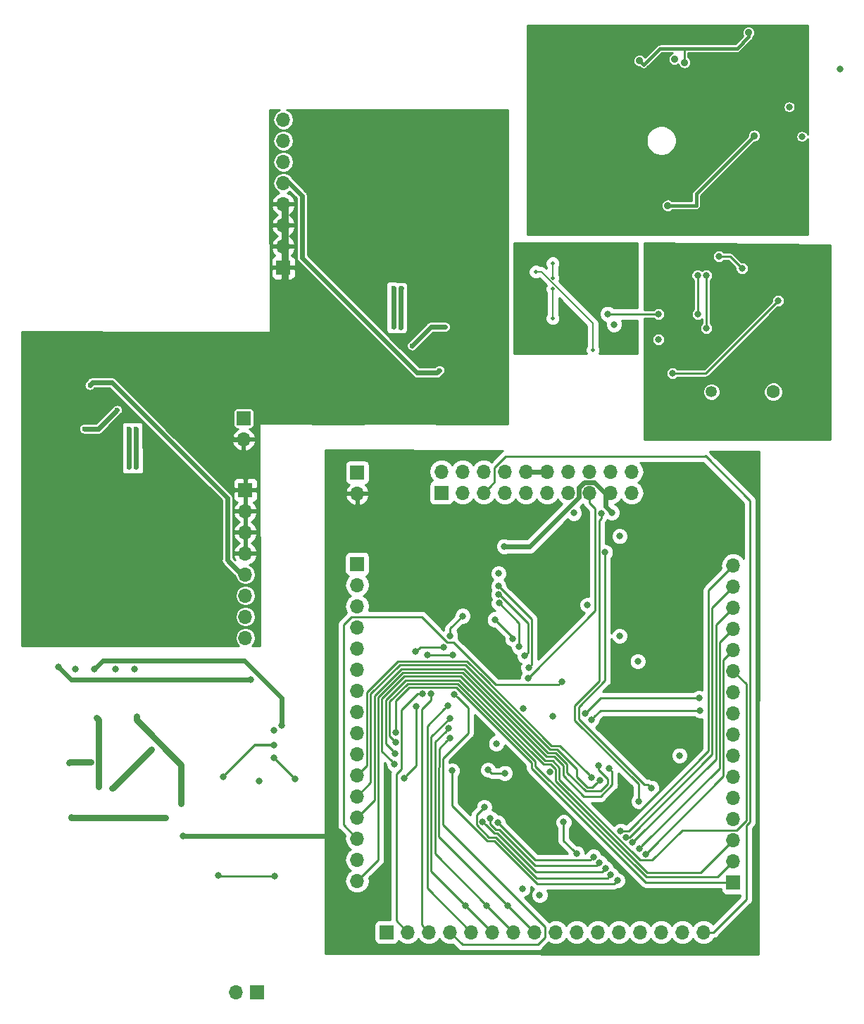
<source format=gbr>
G04 #@! TF.GenerationSoftware,KiCad,Pcbnew,5.0.2-bee76a0~70~ubuntu18.04.1*
G04 #@! TF.CreationDate,2019-04-16T21:06:36-07:00*
G04 #@! TF.ProjectId,habiv-board,68616269-762d-4626-9f61-72642e6b6963,rev?*
G04 #@! TF.SameCoordinates,Original*
G04 #@! TF.FileFunction,Copper,L4,Bot*
G04 #@! TF.FilePolarity,Positive*
%FSLAX46Y46*%
G04 Gerber Fmt 4.6, Leading zero omitted, Abs format (unit mm)*
G04 Created by KiCad (PCBNEW 5.0.2-bee76a0~70~ubuntu18.04.1) date Tue 16 Apr 2019 09:06:36 PM PDT*
%MOMM*%
%LPD*%
G01*
G04 APERTURE LIST*
G04 #@! TA.AperFunction,ComponentPad*
%ADD10R,1.700000X1.700000*%
G04 #@! TD*
G04 #@! TA.AperFunction,ComponentPad*
%ADD11O,1.700000X1.700000*%
G04 #@! TD*
G04 #@! TA.AperFunction,WasherPad*
%ADD12C,1.600000*%
G04 #@! TD*
G04 #@! TA.AperFunction,WasherPad*
%ADD13C,1.350000*%
G04 #@! TD*
G04 #@! TA.AperFunction,ViaPad*
%ADD14C,0.800000*%
G04 #@! TD*
G04 #@! TA.AperFunction,ViaPad*
%ADD15C,0.600000*%
G04 #@! TD*
G04 #@! TA.AperFunction,ViaPad*
%ADD16C,0.906400*%
G04 #@! TD*
G04 #@! TA.AperFunction,ViaPad*
%ADD17C,0.500000*%
G04 #@! TD*
G04 #@! TA.AperFunction,Conductor*
%ADD18C,0.250000*%
G04 #@! TD*
G04 #@! TA.AperFunction,Conductor*
%ADD19C,0.600000*%
G04 #@! TD*
G04 #@! TA.AperFunction,Conductor*
%ADD20C,0.406400*%
G04 #@! TD*
G04 #@! TA.AperFunction,Conductor*
%ADD21C,0.300000*%
G04 #@! TD*
G04 #@! TA.AperFunction,Conductor*
%ADD22C,0.406000*%
G04 #@! TD*
G04 #@! TA.AperFunction,Conductor*
%ADD23C,0.750000*%
G04 #@! TD*
G04 #@! TA.AperFunction,Conductor*
%ADD24C,0.200000*%
G04 #@! TD*
G04 #@! TA.AperFunction,Conductor*
%ADD25C,0.254000*%
G04 #@! TD*
G04 APERTURE END LIST*
D10*
G04 #@! TO.P,J2,1*
G04 #@! TO.N,Net-(J2-Pad1)*
X132418247Y-65931568D03*
D11*
G04 #@! TO.P,J2,2*
X132418247Y-63391568D03*
G04 #@! TO.P,J2,3*
G04 #@! TO.N,PB4*
X134958247Y-65931568D03*
G04 #@! TO.P,J2,4*
G04 #@! TO.N,GND*
X134958247Y-63391568D03*
G04 #@! TO.P,J2,5*
G04 #@! TO.N,PA15*
X137498247Y-65931568D03*
G04 #@! TO.P,J2,6*
G04 #@! TO.N,GND*
X137498247Y-63391568D03*
G04 #@! TO.P,J2,7*
G04 #@! TO.N,PA13*
X140038247Y-65931568D03*
G04 #@! TO.P,J2,8*
G04 #@! TO.N,GND*
X140038247Y-63391568D03*
G04 #@! TO.P,J2,9*
G04 #@! TO.N,PA14*
X142578247Y-65931568D03*
G04 #@! TO.P,J2,10*
G04 #@! TO.N,GND*
X142578247Y-63391568D03*
G04 #@! TO.P,J2,11*
G04 #@! TO.N,Net-(10k2-Pad2)*
X145118247Y-65931568D03*
G04 #@! TO.P,J2,12*
G04 #@! TO.N,GND*
X145118247Y-63391568D03*
G04 #@! TO.P,J2,13*
G04 #@! TO.N,PB3*
X147658247Y-65931568D03*
G04 #@! TO.P,J2,14*
G04 #@! TO.N,GND*
X147658247Y-63391568D03*
G04 #@! TO.P,J2,15*
G04 #@! TO.N,RST*
X150198247Y-65931568D03*
G04 #@! TO.P,J2,16*
G04 #@! TO.N,GND*
X150198247Y-63391568D03*
G04 #@! TO.P,J2,17*
G04 #@! TO.N,Net-(10k4-Pad2)*
X152738247Y-65931568D03*
G04 #@! TO.P,J2,18*
G04 #@! TO.N,GND*
X152738247Y-63391568D03*
G04 #@! TO.P,J2,19*
G04 #@! TO.N,Net-(10k3-Pad2)*
X155278247Y-65931568D03*
G04 #@! TO.P,J2,20*
G04 #@! TO.N,GND*
X155278247Y-63391568D03*
G04 #@! TD*
D10*
G04 #@! TO.P,J4,1*
G04 #@! TO.N,PA0*
X125829487Y-118758488D03*
D11*
G04 #@! TO.P,J4,2*
G04 #@! TO.N,PA1*
X128369487Y-118758488D03*
G04 #@! TO.P,J4,3*
G04 #@! TO.N,PA2*
X130909487Y-118758488D03*
G04 #@! TO.P,J4,4*
G04 #@! TO.N,PA3*
X133449487Y-118758488D03*
G04 #@! TO.P,J4,5*
G04 #@! TO.N,PA4*
X135989487Y-118758488D03*
G04 #@! TO.P,J4,6*
G04 #@! TO.N,PA5*
X138529487Y-118758488D03*
G04 #@! TO.P,J4,7*
G04 #@! TO.N,PA6*
X141069487Y-118758488D03*
G04 #@! TO.P,J4,8*
G04 #@! TO.N,PA7*
X143609487Y-118758488D03*
G04 #@! TO.P,J4,9*
G04 #@! TO.N,PA8*
X146149487Y-118758488D03*
G04 #@! TO.P,J4,10*
G04 #@! TO.N,PA9*
X148689487Y-118758488D03*
G04 #@! TO.P,J4,11*
G04 #@! TO.N,PA10*
X151229487Y-118758488D03*
G04 #@! TO.P,J4,12*
G04 #@! TO.N,PA11*
X153769487Y-118758488D03*
G04 #@! TO.P,J4,13*
G04 #@! TO.N,PA12*
X156309487Y-118758488D03*
G04 #@! TO.P,J4,14*
G04 #@! TO.N,PA13*
X158849487Y-118758488D03*
G04 #@! TO.P,J4,15*
G04 #@! TO.N,PA14*
X161389487Y-118758488D03*
G04 #@! TO.P,J4,16*
G04 #@! TO.N,PA15*
X163929487Y-118758488D03*
G04 #@! TD*
G04 #@! TO.P,J5,2*
G04 #@! TO.N,+3V3*
X122293807Y-66033168D03*
D10*
G04 #@! TO.P,J5,1*
G04 #@! TO.N,GND*
X122293807Y-63493168D03*
G04 #@! TD*
G04 #@! TO.P,J6,1*
G04 #@! TO.N,PB0*
X167500727Y-112774248D03*
D11*
G04 #@! TO.P,J6,2*
G04 #@! TO.N,PB1*
X167500727Y-110234248D03*
G04 #@! TO.P,J6,3*
G04 #@! TO.N,PB2*
X167500727Y-107694248D03*
G04 #@! TO.P,J6,4*
G04 #@! TO.N,PB3*
X167500727Y-105154248D03*
G04 #@! TO.P,J6,5*
G04 #@! TO.N,PB4*
X167500727Y-102614248D03*
G04 #@! TO.P,J6,6*
G04 #@! TO.N,PB5*
X167500727Y-100074248D03*
G04 #@! TO.P,J6,7*
G04 #@! TO.N,PB6*
X167500727Y-97534248D03*
G04 #@! TO.P,J6,8*
G04 #@! TO.N,PB7*
X167500727Y-94994248D03*
G04 #@! TO.P,J6,9*
G04 #@! TO.N,PB8*
X167500727Y-92454248D03*
G04 #@! TO.P,J6,10*
G04 #@! TO.N,PB9*
X167500727Y-89914248D03*
G04 #@! TO.P,J6,11*
G04 #@! TO.N,PB10*
X167500727Y-87374248D03*
G04 #@! TO.P,J6,12*
G04 #@! TO.N,PB11*
X167500727Y-84834248D03*
G04 #@! TO.P,J6,13*
G04 #@! TO.N,PB12*
X167500727Y-82294248D03*
G04 #@! TO.P,J6,14*
G04 #@! TO.N,PB13*
X167500727Y-79754248D03*
G04 #@! TO.P,J6,15*
G04 #@! TO.N,PB14*
X167500727Y-77214248D03*
G04 #@! TO.P,J6,16*
G04 #@! TO.N,PB15*
X167500727Y-74674248D03*
G04 #@! TD*
G04 #@! TO.P,J7,16*
G04 #@! TO.N,PD2*
X122278567Y-112581208D03*
G04 #@! TO.P,J7,15*
G04 #@! TO.N,N/C*
X122278567Y-110041208D03*
G04 #@! TO.P,J7,14*
G04 #@! TO.N,PC13*
X122278567Y-107501208D03*
G04 #@! TO.P,J7,13*
G04 #@! TO.N,PC12*
X122278567Y-104961208D03*
G04 #@! TO.P,J7,12*
G04 #@! TO.N,PC11*
X122278567Y-102421208D03*
G04 #@! TO.P,J7,11*
G04 #@! TO.N,PC10*
X122278567Y-99881208D03*
G04 #@! TO.P,J7,10*
G04 #@! TO.N,PC9*
X122278567Y-97341208D03*
G04 #@! TO.P,J7,9*
G04 #@! TO.N,PC8*
X122278567Y-94801208D03*
G04 #@! TO.P,J7,8*
G04 #@! TO.N,PC7*
X122278567Y-92261208D03*
G04 #@! TO.P,J7,7*
G04 #@! TO.N,PC6*
X122278567Y-89721208D03*
G04 #@! TO.P,J7,6*
G04 #@! TO.N,PC5*
X122278567Y-87181208D03*
G04 #@! TO.P,J7,5*
G04 #@! TO.N,PC4*
X122278567Y-84641208D03*
G04 #@! TO.P,J7,4*
G04 #@! TO.N,PC3*
X122278567Y-82101208D03*
G04 #@! TO.P,J7,3*
G04 #@! TO.N,PC2*
X122278567Y-79561208D03*
G04 #@! TO.P,J7,2*
G04 #@! TO.N,PC1*
X122278567Y-77021208D03*
D10*
G04 #@! TO.P,J7,1*
G04 #@! TO.N,PC0*
X122278567Y-74481208D03*
G04 #@! TD*
G04 #@! TO.P,J9,1*
G04 #@! TO.N,Net-(C8-Pad1)*
X108634550Y-56984249D03*
D11*
G04 #@! TO.P,J9,2*
G04 #@! TO.N,GND*
X108634550Y-59524249D03*
G04 #@! TD*
D10*
G04 #@! TO.P,J3,1*
G04 #@! TO.N,Net-(J3-Pad1)*
X110226000Y-126024000D03*
D11*
G04 #@! TO.P,J3,2*
G04 #@! TO.N,Net-(J3-Pad2)*
X107686000Y-126024000D03*
G04 #@! TD*
D12*
G04 #@! TO.P,B2,*
G04 #@! TO.N,*
X172336000Y-53812000D03*
D13*
X164886000Y-53812000D03*
G04 #@! TD*
D10*
G04 #@! TO.P,J8,1*
G04 #@! TO.N,GND*
X113396250Y-38872489D03*
D11*
G04 #@! TO.P,J8,2*
X113396250Y-36332489D03*
G04 #@! TO.P,J8,3*
X113396250Y-33792489D03*
G04 #@! TO.P,J8,4*
X113396250Y-31252489D03*
G04 #@! TO.P,J8,5*
G04 #@! TO.N,+3V3*
X113396250Y-28712489D03*
G04 #@! TO.P,J8,6*
X113396250Y-26172489D03*
G04 #@! TO.P,J8,7*
X113396250Y-23632489D03*
G04 #@! TO.P,J8,8*
X113396250Y-21092489D03*
G04 #@! TD*
G04 #@! TO.P,J10,8*
G04 #@! TO.N,+5V*
X108846250Y-83382489D03*
G04 #@! TO.P,J10,7*
X108846250Y-80842489D03*
G04 #@! TO.P,J10,6*
X108846250Y-78302489D03*
G04 #@! TO.P,J10,5*
X108846250Y-75762489D03*
G04 #@! TO.P,J10,4*
G04 #@! TO.N,GND*
X108846250Y-73222489D03*
G04 #@! TO.P,J10,3*
X108846250Y-70682489D03*
G04 #@! TO.P,J10,2*
X108846250Y-68142489D03*
D10*
G04 #@! TO.P,J10,1*
X108846250Y-65602489D03*
G04 #@! TD*
D14*
G04 #@! TO.N,*
X153841753Y-71148448D03*
X148316767Y-68373448D03*
G04 #@! TO.N,+3V3*
X86360000Y-86868000D03*
X101346000Y-107188000D03*
X109474000Y-88392000D03*
X136270577Y-101660025D03*
X161541767Y-88648448D03*
X145688167Y-105073448D03*
X135241767Y-83723448D03*
X130721231Y-85473361D03*
X133816767Y-85473361D03*
X148776771Y-107394528D03*
X162476767Y-93598448D03*
X153836767Y-85658448D03*
X153276767Y-105308448D03*
D15*
X130136767Y-72558448D03*
X132170190Y-51213369D03*
D14*
X119380000Y-88646000D03*
G04 #@! TO.N,GND*
X176022000Y-31496000D03*
X177546000Y-50800000D03*
X177292000Y-40386000D03*
X148944000Y-36868000D03*
X148794000Y-48768000D03*
X144394000Y-44518000D03*
D16*
X163761600Y-10616900D03*
X163040000Y-14002000D03*
X169349600Y-29412900D03*
X171840000Y-33802000D03*
X160967600Y-32841900D03*
X169040000Y-34002000D03*
X147640000Y-34002000D03*
X149040000Y-34202000D03*
X159040000Y-14002000D03*
X156240000Y-11002000D03*
X170240000Y-33802000D03*
X159440000Y-11202000D03*
X154440000Y-11802000D03*
X147640000Y-32602000D03*
X173240000Y-33802000D03*
X161640000Y-11202000D03*
X155440000Y-12802000D03*
X148140600Y-18617900D03*
X149410600Y-17538400D03*
X145600600Y-17474900D03*
X149156600Y-28142900D03*
X146743600Y-25729900D03*
X147378600Y-28015900D03*
X145473600Y-20522900D03*
X144584600Y-23380400D03*
X146616600Y-18617900D03*
X147251600Y-13283900D03*
X151950600Y-14553900D03*
X158040000Y-11402000D03*
X152240000Y-11602000D03*
X167840000Y-34002000D03*
D14*
X147116767Y-105548448D03*
X153841767Y-83148448D03*
X149991767Y-79423448D03*
X139291767Y-75648434D03*
X134966781Y-80748448D03*
X132658443Y-84483577D03*
X133466769Y-83148448D03*
X129316768Y-85048448D03*
X145816765Y-92848448D03*
X140016767Y-99648448D03*
X138016767Y-99248448D03*
X142262661Y-91877554D03*
X139016618Y-96073618D03*
X129391767Y-91623448D03*
X148656767Y-109298448D03*
X145427946Y-99486315D03*
X156036767Y-86208448D03*
X127906767Y-100248448D03*
D15*
X105843090Y-59798569D03*
X104933770Y-59813809D03*
X103943170Y-59798569D03*
X102886530Y-59798569D03*
X101926410Y-59798569D03*
X102947490Y-71822929D03*
X101931490Y-71822929D03*
X100981530Y-71833089D03*
X100036650Y-71843249D03*
X99127330Y-71843249D03*
X98223090Y-71833089D03*
X82876410Y-81993089D03*
X84578210Y-81993089D03*
X86478130Y-82008329D03*
X86462890Y-80453849D03*
X84593450Y-80453849D03*
X82861170Y-80453849D03*
X82876410Y-78716489D03*
X84623930Y-78736809D03*
X86478130Y-78701249D03*
X86493370Y-77207729D03*
X84669650Y-77222969D03*
X82891650Y-77207729D03*
X82911970Y-75399249D03*
X84669650Y-75419569D03*
X86523850Y-75419569D03*
X86523850Y-73920969D03*
X84684890Y-73905729D03*
X82927210Y-73905729D03*
X82911970Y-72117569D03*
X84669650Y-72117569D03*
X86523850Y-72132809D03*
X91852770Y-60504689D03*
X91019650Y-60494529D03*
X91009490Y-61373369D03*
X91852770Y-61388609D03*
X85807570Y-55561849D03*
X85782170Y-54754129D03*
X85772010Y-53900689D03*
X85772010Y-53098049D03*
X85761850Y-52295409D03*
X85761850Y-51513089D03*
X85761850Y-50674889D03*
X119640370Y-32447849D03*
X120691930Y-32442769D03*
X121611410Y-32437689D03*
X122546130Y-32437689D03*
X123343690Y-32432609D03*
X124263170Y-32463089D03*
X116506010Y-44436649D03*
X117420410Y-44416329D03*
X118350050Y-44441729D03*
X119330490Y-44441729D03*
X120275370Y-44441729D03*
X139604770Y-22277689D03*
X137867410Y-22257369D03*
X135987810Y-22257369D03*
X135967490Y-23811849D03*
X137806450Y-23811849D03*
X139584450Y-23811849D03*
X139584450Y-25610169D03*
X137826770Y-25589849D03*
X135926850Y-25589849D03*
X135886210Y-27057969D03*
X137765810Y-27057969D03*
X139543810Y-27078289D03*
X139543810Y-28815649D03*
X137765810Y-28795329D03*
X135865890Y-28856289D03*
X135865890Y-30370129D03*
X137704850Y-30329489D03*
X139564130Y-30370129D03*
X139564130Y-32087169D03*
X137745490Y-32127809D03*
X135865890Y-32148129D03*
X136658370Y-48708929D03*
X136668530Y-49521729D03*
X136658370Y-50298969D03*
X136658370Y-51096529D03*
X136668530Y-51914409D03*
X136668530Y-52701809D03*
X136658370Y-53565409D03*
X136658370Y-54454409D03*
X131420890Y-43720369D03*
X131420890Y-42866929D03*
X130608090Y-42887249D03*
X130608090Y-43720369D03*
D14*
X172212000Y-40386000D03*
X99060000Y-83312000D03*
G04 #@! TO.N,PA5*
X90678000Y-87122000D03*
X133416791Y-93073448D03*
X135340999Y-115570000D03*
X113196020Y-93874091D03*
G04 #@! TO.N,PA7*
X112268000Y-94488000D03*
X88392000Y-87122000D03*
X133445802Y-95395939D03*
X140420999Y-115570000D03*
G04 #@! TO.N,PA6*
X112268000Y-96266000D03*
X93218000Y-87122000D03*
X133316767Y-94248448D03*
X137880999Y-115570000D03*
X106172000Y-100076000D03*
G04 #@! TO.N,PA8*
X112268000Y-97790000D03*
X142188167Y-113538000D03*
X114808000Y-100330000D03*
D16*
G04 #@! TO.N,3.3V*
X169349600Y-10616900D03*
X156240000Y-14002000D03*
X161640000Y-14202000D03*
G04 #@! TO.N,/1PPS*
X160440000Y-13802000D03*
G04 #@! TO.N,/FIX*
X170040000Y-23002000D03*
X159640000Y-31402000D03*
D14*
G04 #@! TO.N,Net-(C1-Pad1)*
X164256000Y-46142000D03*
X164256000Y-39792000D03*
G04 #@! TO.N,VCC*
X168556000Y-38976990D03*
X165806000Y-37542000D03*
G04 #@! TO.N,Net-(B2-Pad2)*
X160186000Y-51562000D03*
X172906000Y-42837000D03*
G04 #@! TO.N,Net-(IC1-Pad8)*
X163206000Y-39792000D03*
X163256000Y-44442000D03*
G04 #@! TO.N,PB9*
X153162000Y-45720000D03*
X163376767Y-90598446D03*
X149708807Y-92486758D03*
G04 #@! TO.N,PB8*
X158496000Y-47498000D03*
X152400000Y-44450000D03*
X158496000Y-44450000D03*
X163496767Y-92128448D03*
X150436767Y-93238448D03*
G04 #@! TO.N,RST*
X142852917Y-88198448D03*
G04 #@! TO.N,PB4*
X152091788Y-73084937D03*
X157650591Y-101430608D03*
G04 #@! TO.N,PB3*
X151641777Y-68408207D03*
X156136767Y-103028448D03*
G04 #@! TO.N,PA1*
X130116767Y-90123448D03*
G04 #@! TO.N,PA2*
X131141767Y-90073448D03*
G04 #@! TO.N,PA3*
X133966610Y-90148616D03*
G04 #@! TO.N,PA4*
X133191588Y-91500330D03*
G04 #@! TO.N,PA9*
X95504000Y-87122000D03*
X144230999Y-114300000D03*
G04 #@! TO.N,PA10*
X174244000Y-19558000D03*
G04 #@! TO.N,PB0*
X126891757Y-94723444D03*
G04 #@! TO.N,PB1*
X126891757Y-95899894D03*
G04 #@! TO.N,PB2*
X126866744Y-97273471D03*
G04 #@! TO.N,PB6*
X180340000Y-14986000D03*
X161036000Y-97534248D03*
G04 #@! TO.N,PB10*
X126791767Y-98548448D03*
G04 #@! TO.N,PB12*
X137581900Y-103728700D03*
X152791278Y-111850349D03*
X156186767Y-108718448D03*
G04 #@! TO.N,PB13*
X137367989Y-105469454D03*
X152145954Y-111086425D03*
X155406767Y-107978448D03*
G04 #@! TO.N,PB14*
X138290846Y-105084281D03*
X151431191Y-110387041D03*
X154640417Y-107336006D03*
G04 #@! TO.N,PB15*
X175768000Y-23114000D03*
X139166769Y-105573448D03*
X150698056Y-109706940D03*
X153971560Y-106592599D03*
G04 #@! TO.N,PC0*
X139291767Y-77148432D03*
X142891767Y-86948448D03*
G04 #@! TO.N,PC1*
X139303320Y-78199176D03*
X142416767Y-85548448D03*
G04 #@! TO.N,PC2*
X139341767Y-79198448D03*
X141741767Y-84448448D03*
G04 #@! TO.N,PC3*
X138841767Y-81173448D03*
X140966767Y-83473448D03*
G04 #@! TO.N,PC7*
X110490000Y-100584000D03*
G04 #@! TO.N,PC10*
X150486209Y-100182571D03*
G04 #@! TO.N,PC11*
X151438806Y-100486844D03*
G04 #@! TO.N,PC12*
X151316767Y-98708448D03*
G04 #@! TO.N,PC13*
X146891767Y-88623448D03*
G04 #@! TO.N,PD2*
X152556706Y-99060574D03*
G04 #@! TO.N,PB11*
X133703471Y-99368146D03*
X153556766Y-112548448D03*
X156976767Y-109368448D03*
G04 #@! TO.N,Net-(10k4-Pad2)*
X152908000Y-68326000D03*
X139954000Y-72390000D03*
D15*
G04 #@! TO.N,Net-(C8-Pad1)*
X128908830Y-48241569D03*
X132835670Y-46001289D03*
X93409790Y-55998729D03*
X89482950Y-58239009D03*
G04 #@! TO.N,Net-(C13-Pad1)*
X126650770Y-41299749D03*
X126650770Y-45991129D03*
X127565170Y-41337849D03*
X127542310Y-46047009D03*
G04 #@! TO.N,Net-(C14-Pad1)*
X94819490Y-62856729D03*
X95665310Y-62844029D03*
X95665310Y-58249169D03*
X94816950Y-58239009D03*
G04 #@! TO.N,+5V*
X90153510Y-52991369D03*
G04 #@! TO.N,Net-(J1-Pad2)*
X95736000Y-92812000D03*
X101136000Y-103312000D03*
X87886000Y-104912000D03*
X99236000Y-104962000D03*
G04 #@! TO.N,Net-(J1-Pad4)*
X90286000Y-98312000D03*
X87636000Y-98362000D03*
G04 #@! TO.N,Net-(J1-Pad5)*
X91236000Y-101262000D03*
X90936000Y-92962000D03*
G04 #@! TO.N,Net-(J1-Pad7)*
X97536000Y-96812000D03*
X92836000Y-101462000D03*
D14*
G04 #@! TO.N,Net-(R19-Pad2)*
X105596000Y-111974000D03*
X112346000Y-112024000D03*
D17*
G04 #@! TO.N,Net-(C12-Pad1)*
X145796000Y-41402000D03*
X145796000Y-44958000D03*
G04 #@! TO.N,Net-(C19-Pad2)*
X145796000Y-38354000D03*
X145796000Y-40132000D03*
G04 #@! TO.N,Net-(R33-Pad1)*
X143764000Y-39370000D03*
X150622000Y-48768000D03*
G04 #@! TD*
D18*
G04 #@! TO.N,*
X153841767Y-71148434D02*
X153841753Y-71148448D01*
X153841767Y-71123448D02*
X153841767Y-71148434D01*
G04 #@! TO.N,+3V3*
X153842452Y-105308448D02*
X153276767Y-105308448D01*
X155136767Y-105308448D02*
X153842452Y-105308448D01*
X162476767Y-97968448D02*
X155136767Y-105308448D01*
X162476767Y-93598448D02*
X162476767Y-97968448D01*
X133816767Y-85473361D02*
X130721231Y-85473361D01*
D19*
X115650030Y-37659929D02*
X115650030Y-30232969D01*
X115650030Y-30232969D02*
X113719630Y-28302569D01*
X129503469Y-51513368D02*
X115650030Y-37659929D01*
X132170190Y-51213369D02*
X131870191Y-51513368D01*
X131870191Y-51513368D02*
X129503469Y-51513368D01*
X101346000Y-107188000D02*
X118618000Y-107188000D01*
X87884000Y-88392000D02*
X86360000Y-86868000D01*
X109474000Y-88392000D02*
X87884000Y-88392000D01*
D20*
G04 #@! TO.N,GND*
X163761600Y-10616900D02*
X163761600Y-10489900D01*
X169349600Y-29412900D02*
X169603600Y-29412900D01*
D19*
X145118247Y-63391568D02*
X142578247Y-63391568D01*
D18*
X133466769Y-82582763D02*
X133466769Y-83148448D01*
X133466769Y-82248460D02*
X133466769Y-82582763D01*
X134966781Y-80748448D02*
X133466769Y-82248460D01*
X129881639Y-84483577D02*
X129716767Y-84648449D01*
X132658443Y-84483577D02*
X129881639Y-84483577D01*
X129716767Y-84648449D02*
X129316768Y-85048448D01*
X140016767Y-99648448D02*
X138416766Y-99648447D01*
X138416766Y-99648447D02*
X138016767Y-99248448D01*
X147116767Y-107758448D02*
X148256768Y-108898449D01*
X148256768Y-108898449D02*
X148656767Y-109298448D01*
X147116767Y-105548448D02*
X147116767Y-107758448D01*
X128306766Y-99848449D02*
X127906767Y-100248448D01*
X129391767Y-98763448D02*
X128306766Y-99848449D01*
X129391767Y-91623448D02*
X129391767Y-98763448D01*
D19*
X103943170Y-59798569D02*
X104918530Y-59798569D01*
X104918530Y-59798569D02*
X104933770Y-59813809D01*
X101926410Y-59798569D02*
X102886530Y-59798569D01*
X101931490Y-71822929D02*
X102947490Y-71822929D01*
X100036650Y-71843249D02*
X100971370Y-71843249D01*
X100971370Y-71843249D02*
X100981530Y-71833089D01*
X98223090Y-71833089D02*
X99117170Y-71833089D01*
X99117170Y-71833089D02*
X99127330Y-71843249D01*
X86478130Y-82008329D02*
X84593450Y-82008329D01*
X84593450Y-82008329D02*
X84578210Y-81993089D01*
X84593450Y-80453849D02*
X86462890Y-80453849D01*
X82876410Y-78716489D02*
X82876410Y-80438609D01*
X82876410Y-80438609D02*
X82861170Y-80453849D01*
X86478130Y-78701249D02*
X84659490Y-78701249D01*
X84659490Y-78701249D02*
X84623930Y-78736809D01*
X84669650Y-77222969D02*
X86478130Y-77222969D01*
X86478130Y-77222969D02*
X86493370Y-77207729D01*
X82911970Y-75399249D02*
X82911970Y-77187409D01*
X82911970Y-77187409D02*
X82891650Y-77207729D01*
X86523850Y-75419569D02*
X84669650Y-75419569D01*
X84684890Y-73905729D02*
X86508610Y-73905729D01*
X86508610Y-73905729D02*
X86523850Y-73920969D01*
X82911970Y-72117569D02*
X82911970Y-73890489D01*
X82911970Y-73890489D02*
X82927210Y-73905729D01*
X86523850Y-72132809D02*
X84684890Y-72132809D01*
X84684890Y-72132809D02*
X84669650Y-72117569D01*
X91019650Y-60494529D02*
X91842610Y-60494529D01*
X91842610Y-60494529D02*
X91852770Y-60504689D01*
X91852770Y-61388609D02*
X91024730Y-61388609D01*
X91024730Y-61388609D02*
X91009490Y-61373369D01*
X85772010Y-53900689D02*
X85772010Y-54743969D01*
X85772010Y-54743969D02*
X85782170Y-54754129D01*
X85761850Y-52295409D02*
X85761850Y-53087889D01*
X85761850Y-53087889D02*
X85772010Y-53098049D01*
X85761850Y-50674889D02*
X85761850Y-51513089D01*
X120691930Y-32442769D02*
X119645450Y-32442769D01*
X119645450Y-32442769D02*
X119640370Y-32447849D01*
X122546130Y-32437689D02*
X121611410Y-32437689D01*
X124263170Y-32463089D02*
X123374170Y-32463089D01*
X123374170Y-32463089D02*
X123343690Y-32432609D01*
X118350050Y-44441729D02*
X117445810Y-44441729D01*
X117445810Y-44441729D02*
X117420410Y-44416329D01*
X120275370Y-44441729D02*
X119330490Y-44441729D01*
X137867410Y-22257369D02*
X139584450Y-22257369D01*
X139584450Y-22257369D02*
X139604770Y-22277689D01*
X135967490Y-23811849D02*
X135967490Y-22277689D01*
X135967490Y-22277689D02*
X135987810Y-22257369D01*
X139584450Y-23811849D02*
X137806450Y-23811849D01*
X137826770Y-25589849D02*
X139564130Y-25589849D01*
X139564130Y-25589849D02*
X139584450Y-25610169D01*
X135886210Y-27057969D02*
X135886210Y-25630489D01*
X135886210Y-25630489D02*
X135926850Y-25589849D01*
X139543810Y-27078289D02*
X137786130Y-27078289D01*
X137786130Y-27078289D02*
X137765810Y-27057969D01*
X137765810Y-28795329D02*
X139523490Y-28795329D01*
X139523490Y-28795329D02*
X139543810Y-28815649D01*
X137704850Y-30329489D02*
X135906530Y-30329489D01*
X135906530Y-30329489D02*
X135865890Y-30370129D01*
X139564130Y-32087169D02*
X139564130Y-30370129D01*
X135865890Y-32148129D02*
X137725170Y-32148129D01*
X137725170Y-32148129D02*
X137745490Y-32127809D01*
X136668530Y-49521729D02*
X136668530Y-48719089D01*
X136668530Y-48719089D02*
X136658370Y-48708929D01*
X136658370Y-51096529D02*
X136658370Y-50298969D01*
X136668530Y-52701809D02*
X136668530Y-51914409D01*
X136658370Y-54454409D02*
X136658370Y-53565409D01*
X131420890Y-42866929D02*
X131420890Y-43720369D01*
X130608090Y-43720369D02*
X130608090Y-42887249D01*
X114641650Y-50034809D02*
X113719630Y-49112789D01*
X113719630Y-49112789D02*
X113719630Y-30842569D01*
X112086410Y-52590049D02*
X114641650Y-50034809D01*
X109429570Y-52590049D02*
X112086410Y-52590049D01*
X106432370Y-55587249D02*
X109429570Y-52590049D01*
X106432370Y-58524150D02*
X106432370Y-55587249D01*
X108634550Y-59524249D02*
X107432469Y-59524249D01*
X107432469Y-59524249D02*
X106432370Y-58524150D01*
D18*
G04 #@! TO.N,PA5*
X131197832Y-95292407D02*
X133416791Y-93073448D01*
X131197832Y-111426833D02*
X131197832Y-95292407D01*
X138529487Y-118758488D02*
X135340999Y-115570000D01*
X135340999Y-115570000D02*
X131197832Y-111426833D01*
D19*
X91077999Y-86722001D02*
X90678000Y-87122000D01*
X91678001Y-86121999D02*
X91077999Y-86722001D01*
X108684001Y-86121999D02*
X91678001Y-86121999D01*
X113196020Y-90634018D02*
X108684001Y-86121999D01*
X113196020Y-93874091D02*
X113196020Y-90634018D01*
D18*
G04 #@! TO.N,PA7*
X132141755Y-98939047D02*
X132141755Y-96699986D01*
X133045803Y-95795938D02*
X133445802Y-95395939D01*
X132116755Y-98964047D02*
X132141755Y-98939047D01*
X132141755Y-96699986D02*
X133045803Y-95795938D01*
X143609487Y-118758488D02*
X140420999Y-115570000D01*
X132116755Y-107265756D02*
X132116755Y-98964047D01*
X140420999Y-115570000D02*
X132116755Y-107265756D01*
G04 #@! TO.N,PA6*
X131666744Y-98777647D02*
X131687382Y-98757009D01*
X141069487Y-118758488D02*
X137880999Y-115570000D01*
X131687382Y-98757009D02*
X131687382Y-95877833D01*
X131666744Y-109355745D02*
X131666744Y-98777647D01*
X131687382Y-95877833D02*
X132916768Y-94648447D01*
X132916768Y-94648447D02*
X133316767Y-94248448D01*
X137880999Y-115570000D02*
X131666744Y-109355745D01*
D21*
X109982000Y-96266000D02*
X106172000Y-100076000D01*
X112268000Y-96266000D02*
X109982000Y-96266000D01*
G04 #@! TO.N,PA8*
X112268000Y-97790000D02*
X114808000Y-100330000D01*
X114808000Y-100330000D02*
X114808000Y-100330000D01*
D20*
G04 #@! TO.N,3.3V*
X169349600Y-10616900D02*
X169349600Y-11124900D01*
X169349600Y-11124900D02*
X167952600Y-12521900D01*
X167952600Y-12521900D02*
X163634600Y-12521900D01*
X158681600Y-12521900D02*
X156903600Y-14299900D01*
X156693199Y-14455199D02*
X156240000Y-14002000D01*
D18*
X156748301Y-14455199D02*
X156693199Y-14455199D01*
D20*
X156903600Y-14299900D02*
X156748301Y-14455199D01*
D18*
X161640000Y-12521900D02*
X161640000Y-14202000D01*
D20*
X163634600Y-12521900D02*
X161640000Y-12521900D01*
X161640000Y-12521900D02*
X158681600Y-12521900D01*
D22*
G04 #@! TO.N,/FIX*
X163040000Y-30002000D02*
X170040000Y-23002000D01*
X163040000Y-31402000D02*
X163040000Y-30002000D01*
X163040000Y-31402000D02*
X159640000Y-31402000D01*
D18*
G04 #@! TO.N,Net-(C1-Pad1)*
X164256000Y-46142000D02*
X164256000Y-39792000D01*
G04 #@! TO.N,VCC*
X168556000Y-38976990D02*
X167121010Y-37542000D01*
X167121010Y-37542000D02*
X165806000Y-37542000D01*
G04 #@! TO.N,Net-(B2-Pad2)*
X164181000Y-51562000D02*
X160186000Y-51562000D01*
X172906000Y-42837000D02*
X164181000Y-51562000D01*
G04 #@! TO.N,Net-(IC1-Pad8)*
X163206000Y-44392000D02*
X163256000Y-44442000D01*
X163206000Y-39792000D02*
X163206000Y-44392000D01*
G04 #@! TO.N,PB9*
X163376767Y-90598446D02*
X151597119Y-90598446D01*
X151597119Y-90598446D02*
X150108806Y-92086759D01*
X150108806Y-92086759D02*
X149708807Y-92486758D01*
G04 #@! TO.N,PB8*
X163496767Y-92128448D02*
X151546767Y-92128448D01*
X151546767Y-92128448D02*
X150836766Y-92838449D01*
X150836766Y-92838449D02*
X150436767Y-93238448D01*
X152400000Y-44450000D02*
X158496000Y-44450000D01*
G04 #@! TO.N,RST*
X150916767Y-80134598D02*
X143252916Y-87798449D01*
X143252916Y-87798449D02*
X142852917Y-88198448D01*
X150198247Y-67133649D02*
X150916767Y-67852169D01*
X150916767Y-67852169D02*
X150916767Y-80134598D01*
X150198247Y-65931568D02*
X150198247Y-67133649D01*
G04 #@! TO.N,PB4*
X157250592Y-101030609D02*
X157650591Y-101430608D01*
X148921765Y-91690448D02*
X148921765Y-93126030D01*
X148921765Y-93126030D02*
X156826344Y-101030609D01*
X156826344Y-101030609D02*
X157250592Y-101030609D01*
X152091788Y-88520425D02*
X148921765Y-91690448D01*
X152091788Y-73084937D02*
X152091788Y-88520425D01*
G04 #@! TO.N,PA15*
X163929487Y-118758488D02*
X165131568Y-118758488D01*
X164137767Y-61517048D02*
X164102207Y-61552608D01*
X165131568Y-118758488D02*
X169065367Y-114824689D01*
X169065367Y-114824689D02*
X169065367Y-105965020D01*
X169510297Y-105520090D02*
X169510297Y-66889578D01*
X169065367Y-105965020D02*
X169510297Y-105520090D01*
X169510297Y-66889578D02*
X164137767Y-61517048D01*
X164102207Y-61552608D02*
X140138205Y-61552608D01*
X140138205Y-61552608D02*
X138782651Y-62908162D01*
X138782651Y-62908162D02*
X138782651Y-64647164D01*
X138782651Y-64647164D02*
X138348246Y-65081569D01*
X138348246Y-65081569D02*
X137498247Y-65931568D01*
G04 #@! TO.N,PB3*
X148471754Y-93312430D02*
X156136767Y-100977443D01*
X156136767Y-102462763D02*
X156136767Y-103028448D01*
X151366778Y-69248891D02*
X151366778Y-88609024D01*
X151641777Y-68973892D02*
X151366778Y-69248891D01*
X151641777Y-68408207D02*
X151641777Y-68973892D01*
X148471754Y-91504048D02*
X148471754Y-93312430D01*
X151366778Y-88609024D02*
X148471754Y-91504048D01*
X156136767Y-100977443D02*
X156136767Y-102462763D01*
G04 #@! TO.N,PA1*
X127001765Y-99780446D02*
X127616767Y-99165444D01*
X129551082Y-90123448D02*
X130116767Y-90123448D01*
X127001765Y-117390766D02*
X127001765Y-99780446D01*
X127616767Y-92057763D02*
X129551082Y-90123448D01*
X127616767Y-99165444D02*
X127616767Y-92057763D01*
X128369487Y-118758488D02*
X127001765Y-117390766D01*
G04 #@! TO.N,PA2*
X130909487Y-118758488D02*
X130059488Y-117908489D01*
X131141767Y-90639133D02*
X131141767Y-90073448D01*
X130059488Y-91930729D02*
X131141767Y-90848450D01*
X130059488Y-117908489D02*
X130059488Y-91930729D01*
X131141767Y-90848450D02*
X131141767Y-90639133D01*
G04 #@! TO.N,PA3*
X135616767Y-91798773D02*
X134366609Y-90548615D01*
X134966465Y-120275466D02*
X143987349Y-120275466D01*
X144909967Y-119352848D02*
X144909967Y-118139841D01*
X143987349Y-120275466D02*
X144909967Y-119352848D01*
X133449487Y-118758488D02*
X134966465Y-120275466D01*
X135616767Y-94833648D02*
X135616767Y-91798773D01*
X144909967Y-118139841D02*
X132626941Y-105856815D01*
X132591766Y-97858649D02*
X135616767Y-94833648D01*
X132626941Y-105856815D02*
X132626941Y-99708622D01*
X132626941Y-99708622D02*
X132591767Y-99673448D01*
X134366609Y-90548615D02*
X133966610Y-90148616D01*
X132591767Y-99673448D02*
X132591766Y-97858649D01*
G04 #@! TO.N,PA4*
X132791589Y-91900329D02*
X133191588Y-91500330D01*
X130708282Y-113477283D02*
X130708282Y-93983636D01*
X130708282Y-93983636D02*
X132791589Y-91900329D01*
X135989487Y-118758488D02*
X130708282Y-113477283D01*
G04 #@! TO.N,PB0*
X143275394Y-98432074D02*
X134191768Y-89348448D01*
X126891757Y-90973458D02*
X126891757Y-94157759D01*
X143275394Y-99059312D02*
X143275394Y-98432074D01*
X156990330Y-112774248D02*
X143275394Y-99059312D01*
X134191768Y-89348448D02*
X128516767Y-89348448D01*
X128516767Y-89348448D02*
X126891757Y-90973458D01*
X126891757Y-94157759D02*
X126891757Y-94723444D01*
X167500727Y-112774248D02*
X156990330Y-112774248D01*
G04 #@! TO.N,PB1*
X128330367Y-88898437D02*
X126166755Y-91062049D01*
X157032917Y-112116596D02*
X143725405Y-98809084D01*
X143725405Y-98245674D02*
X134378168Y-88898437D01*
X134378168Y-88898437D02*
X128330367Y-88898437D01*
X126491758Y-95499895D02*
X126891757Y-95899894D01*
X167500727Y-110234248D02*
X165618379Y-112116596D01*
X126166755Y-95174892D02*
X126491758Y-95499895D01*
X126166755Y-91062049D02*
X126166755Y-95174892D01*
X143725405Y-98809084D02*
X143725405Y-98245674D01*
X165618379Y-112116596D02*
X157032917Y-112116596D01*
G04 #@! TO.N,PB2*
X167500727Y-107694248D02*
X163615913Y-111579062D01*
X144175414Y-98059272D02*
X134564568Y-88448426D01*
X145588090Y-98573447D02*
X144689586Y-98573446D01*
X125716744Y-90875649D02*
X125716744Y-96123471D01*
X128143967Y-88448426D02*
X125716744Y-90875649D01*
X134564568Y-88448426D02*
X128143967Y-88448426D01*
X157131793Y-111579062D02*
X146152956Y-100600225D01*
X125716744Y-96123471D02*
X126466745Y-96873472D01*
X126466745Y-96873472D02*
X126866744Y-97273471D01*
X144689586Y-98573446D02*
X144175414Y-98059272D01*
X146152956Y-100600225D02*
X146152956Y-99138313D01*
X146152956Y-99138313D02*
X145588090Y-98573447D01*
X163615913Y-111579062D02*
X157131793Y-111579062D01*
G04 #@! TO.N,PB10*
X145774489Y-98123436D02*
X144875987Y-98123436D01*
X167500727Y-87374248D02*
X169060287Y-88933808D01*
X146602967Y-100413826D02*
X146602967Y-98951913D01*
X125266733Y-90689249D02*
X125266733Y-97023414D01*
X125266733Y-97023414D02*
X126391768Y-98148449D01*
X157776271Y-110093449D02*
X156282590Y-110093449D01*
X126391768Y-98148449D02*
X126791767Y-98548448D01*
X156282590Y-110093449D02*
X146602967Y-100413826D01*
X134750968Y-87998415D02*
X127957567Y-87998415D01*
X144361815Y-97609262D02*
X134750968Y-87998415D01*
X146602967Y-98951913D02*
X145774489Y-98123436D01*
X144875987Y-98123436D02*
X144361815Y-97609262D01*
X169060287Y-88933808D02*
X169060287Y-105333690D01*
X127957567Y-87998415D02*
X125266733Y-90689249D01*
X161350473Y-106519247D02*
X157776271Y-110093449D01*
X167874730Y-106519247D02*
X161350473Y-106519247D01*
X169060287Y-105333690D02*
X167874730Y-106519247D01*
G04 #@! TO.N,PB12*
X136642979Y-105845947D02*
X138142292Y-107345260D01*
X137581900Y-103728700D02*
X136642979Y-104667621D01*
X138142292Y-107345260D02*
X138959557Y-107345260D01*
X152391279Y-112250348D02*
X152791278Y-111850349D01*
X138959557Y-107345260D02*
X143864645Y-112250348D01*
X143864645Y-112250348D02*
X152391279Y-112250348D01*
X136642979Y-104667621D02*
X136642979Y-105845947D01*
X156586766Y-108318449D02*
X156186767Y-108718448D01*
X165866812Y-99038403D02*
X156586766Y-108318449D01*
X165866812Y-83928163D02*
X165866812Y-99038403D01*
X167500727Y-82294248D02*
X165866812Y-83928163D01*
G04 #@! TO.N,PB13*
X137367989Y-105469454D02*
X137767988Y-105869453D01*
X151745955Y-111486424D02*
X152145954Y-111086425D01*
X138779151Y-106895249D02*
X139145957Y-106895249D01*
X137767988Y-105869453D02*
X137767988Y-105884086D01*
X139145957Y-106895249D02*
X143737132Y-111486424D01*
X137767988Y-105884086D02*
X138779151Y-106895249D01*
X143737132Y-111486424D02*
X151745955Y-111486424D01*
X155806766Y-107578449D02*
X155406767Y-107978448D01*
X167500727Y-79754248D02*
X165416801Y-81838174D01*
X165416801Y-97968414D02*
X155806766Y-107578449D01*
X165416801Y-81838174D02*
X165416801Y-97968414D01*
G04 #@! TO.N,PB14*
X138290846Y-105770533D02*
X138965551Y-106445238D01*
X151031192Y-110787040D02*
X151431191Y-110387041D01*
X139332356Y-106445238D02*
X143674158Y-110787040D01*
X143674158Y-110787040D02*
X151031192Y-110787040D01*
X138290846Y-105084281D02*
X138290846Y-105770533D01*
X138965551Y-106445238D02*
X139332356Y-106445238D01*
X155036205Y-107336006D02*
X154640417Y-107336006D01*
X167500727Y-77214248D02*
X164966790Y-79748185D01*
X164966790Y-79748185D02*
X164966790Y-97405421D01*
X164966790Y-97405421D02*
X155036205Y-107336006D01*
G04 #@! TO.N,PB15*
X139166769Y-105573448D02*
X143700260Y-110106939D01*
X143700260Y-110106939D02*
X150298057Y-110106939D01*
X150298057Y-110106939D02*
X150698056Y-109706940D01*
X154918301Y-106592599D02*
X154537245Y-106592599D01*
X164516779Y-96994121D02*
X154918301Y-106592599D01*
X164516779Y-77658196D02*
X164516779Y-96994121D01*
X167500727Y-74674248D02*
X164516779Y-77658196D01*
X154537245Y-106592599D02*
X153971560Y-106592599D01*
G04 #@! TO.N,PC0*
X139291767Y-77148432D02*
X143291766Y-81148431D01*
X143291766Y-81148431D02*
X143291766Y-86548449D01*
X143291766Y-86548449D02*
X142891767Y-86948448D01*
G04 #@! TO.N,PC1*
X139390499Y-78199176D02*
X142816766Y-81625443D01*
X142816766Y-81625443D02*
X142816766Y-85148449D01*
X139303320Y-78199176D02*
X139390499Y-78199176D01*
X142816766Y-85148449D02*
X142416767Y-85548448D01*
G04 #@! TO.N,PC2*
X139341767Y-79198448D02*
X141741767Y-81598448D01*
X141741767Y-81598448D02*
X141741767Y-83882763D01*
X141741767Y-83882763D02*
X141741767Y-84448448D01*
G04 #@! TO.N,PC3*
X138841767Y-81173448D02*
X140966767Y-83298448D01*
X140966767Y-83298448D02*
X140966767Y-83473448D01*
G04 #@! TO.N,PC10*
X127211967Y-86198371D02*
X135496568Y-86198371D01*
X146627030Y-96323392D02*
X150086210Y-99782572D01*
X123466689Y-98693086D02*
X123466689Y-89943649D01*
X150086210Y-99782572D02*
X150486209Y-100182571D01*
X145621585Y-96323392D02*
X146627030Y-96323392D01*
X137219815Y-87921621D02*
X145621585Y-96323392D01*
X123466689Y-89943649D02*
X127211967Y-86198371D01*
X135760179Y-86461982D02*
X137219815Y-87921621D01*
X135496568Y-86198371D02*
X135760179Y-86461982D01*
X122278567Y-99881208D02*
X123466689Y-98693086D01*
G04 #@! TO.N,PC11*
X150587202Y-101338448D02*
X151038807Y-100886843D01*
X135777049Y-87115265D02*
X145435186Y-96773403D01*
X148691629Y-100103310D02*
X149926767Y-101338448D01*
X151038807Y-100886843D02*
X151438806Y-100486844D01*
X146333689Y-96773403D02*
X148691629Y-99131343D01*
X148691629Y-99131343D02*
X148691629Y-100103310D01*
X122278567Y-102421208D02*
X123916700Y-100783075D01*
X127398367Y-86648382D02*
X135310168Y-86648382D01*
X149926767Y-101338448D02*
X150587202Y-101338448D01*
X123916700Y-90130049D02*
X127398367Y-86648382D01*
X123916700Y-100783075D02*
X123916700Y-90130049D01*
X135310168Y-86648382D02*
X135777049Y-87115265D01*
X145435186Y-96773403D02*
X146333689Y-96773403D01*
G04 #@! TO.N,PC12*
X151316767Y-98708448D02*
X151316767Y-99274133D01*
X149760366Y-101818457D02*
X147502989Y-99561080D01*
X147502989Y-98579113D02*
X146147289Y-97223414D01*
X146147289Y-97223414D02*
X145248787Y-97223414D01*
X145248787Y-97223414D02*
X135123768Y-87098393D01*
X123128566Y-104111209D02*
X122278567Y-104961208D01*
X151316767Y-99274133D02*
X152406767Y-100364133D01*
X127584767Y-87098393D02*
X124366711Y-90316449D01*
X152406767Y-100364133D02*
X152406767Y-100958448D01*
X135123768Y-87098393D02*
X127584767Y-87098393D01*
X124366711Y-102873064D02*
X123128566Y-104111209D01*
X124366711Y-90316449D02*
X124366711Y-102873064D01*
X147502989Y-99561080D02*
X147502989Y-98579113D01*
X152406767Y-100958448D02*
X151546758Y-101818457D01*
X151546758Y-101818457D02*
X149760366Y-101818457D01*
G04 #@! TO.N,PC13*
X122278567Y-107501208D02*
X120647887Y-105870528D01*
X120647887Y-105870528D02*
X120647887Y-81801488D01*
X138958049Y-89023447D02*
X146491768Y-89023447D01*
X121618167Y-80831208D02*
X130026525Y-80831208D01*
X130026525Y-80831208D02*
X133118766Y-83923449D01*
X120647887Y-81801488D02*
X121618167Y-80831208D01*
X133118766Y-83923449D02*
X133858051Y-83923449D01*
X133858051Y-83923449D02*
X138958049Y-89023447D01*
X146491768Y-89023447D02*
X146891767Y-88623448D01*
G04 #@! TO.N,PD2*
X124816722Y-110043053D02*
X123128566Y-111731209D01*
X152956705Y-101044921D02*
X151573167Y-102428459D01*
X127771167Y-87548404D02*
X124816722Y-90502849D01*
X149566778Y-102428459D02*
X147052978Y-99914659D01*
X147052978Y-99914659D02*
X147052978Y-98765513D01*
X147052978Y-98765513D02*
X145960889Y-97673425D01*
X124816722Y-90502849D02*
X124816722Y-110043053D01*
X152956705Y-99460573D02*
X152956705Y-101044921D01*
X134937368Y-87548404D02*
X127771167Y-87548404D01*
X144548215Y-97159252D02*
X134937368Y-87548404D01*
X145960889Y-97673425D02*
X145062387Y-97673425D01*
X151573167Y-102428459D02*
X149566778Y-102428459D01*
X123128566Y-111731209D02*
X122278567Y-112581208D01*
X152556706Y-99060574D02*
X152956705Y-99460573D01*
X145062387Y-97673425D02*
X144548215Y-97159252D01*
G04 #@! TO.N,PB11*
X143926334Y-112948447D02*
X153156767Y-112948447D01*
X133703471Y-103542850D02*
X137955892Y-107795271D01*
X133703471Y-99368146D02*
X133703471Y-103542850D01*
X137955892Y-107795271D02*
X138773158Y-107795271D01*
X138773158Y-107795271D02*
X143926334Y-112948447D01*
X153156767Y-112948447D02*
X153556766Y-112548448D01*
X157376766Y-108968449D02*
X156976767Y-109368448D01*
X166316823Y-100028392D02*
X157376766Y-108968449D01*
X167500727Y-84834248D02*
X166316823Y-86018152D01*
X166316823Y-86018152D02*
X166316823Y-100028392D01*
D19*
G04 #@! TO.N,Net-(10k4-Pad2)*
X140519685Y-72390000D02*
X139954000Y-72390000D01*
X148948246Y-66491571D02*
X143049817Y-72390000D01*
X148948246Y-65331567D02*
X148948246Y-66491571D01*
X149598246Y-64681567D02*
X148948246Y-65331567D01*
X150798248Y-64681567D02*
X149598246Y-64681567D01*
X152190206Y-66073525D02*
X150798248Y-64681567D01*
X152190206Y-67608206D02*
X152190206Y-66073525D01*
X143049817Y-72390000D02*
X140519685Y-72390000D01*
X152908000Y-68326000D02*
X152190206Y-67608206D01*
G04 #@! TO.N,Net-(C8-Pad1)*
X132835670Y-46001289D02*
X131149110Y-46001289D01*
X131149110Y-46001289D02*
X128908830Y-48241569D01*
X89482950Y-58239009D02*
X91169510Y-58239009D01*
X91169510Y-58239009D02*
X93409790Y-55998729D01*
G04 #@! TO.N,Net-(C13-Pad1)*
X126650770Y-45991129D02*
X126650770Y-41299749D01*
X127542310Y-46047009D02*
X127542310Y-41360709D01*
X127542310Y-41360709D02*
X127565170Y-41337849D01*
G04 #@! TO.N,Net-(C14-Pad1)*
X94816950Y-58239009D02*
X94816950Y-62854189D01*
X94816950Y-62854189D02*
X94819490Y-62856729D01*
X95665310Y-58249169D02*
X95665310Y-62844029D01*
G04 #@! TO.N,+5V*
X90153510Y-52991369D02*
X90453509Y-52691370D01*
X90453509Y-52691370D02*
X92771638Y-52691370D01*
X92771638Y-52691370D02*
X106653350Y-66573082D01*
X106653350Y-66573082D02*
X106653350Y-74032729D01*
X106653350Y-74032729D02*
X108593910Y-75973289D01*
D23*
G04 #@! TO.N,Net-(J1-Pad2)*
X87936000Y-104962000D02*
X87886000Y-104912000D01*
X99236000Y-104962000D02*
X87936000Y-104962000D01*
X101136000Y-102887736D02*
X101136000Y-103312000D01*
X101136000Y-98636264D02*
X101136000Y-102887736D01*
X95736000Y-93236264D02*
X101136000Y-98636264D01*
X95736000Y-92812000D02*
X95736000Y-93236264D01*
G04 #@! TO.N,Net-(J1-Pad4)*
X87686000Y-98312000D02*
X87636000Y-98362000D01*
X90286000Y-98312000D02*
X87686000Y-98312000D01*
G04 #@! TO.N,Net-(J1-Pad5)*
X91235999Y-93261999D02*
X90936000Y-92962000D01*
X91236010Y-93262010D02*
X91235999Y-93261999D01*
X91236000Y-100837736D02*
X91236010Y-100837726D01*
X91236010Y-100837726D02*
X91236010Y-93262010D01*
X91236000Y-101262000D02*
X91236000Y-100837736D01*
G04 #@! TO.N,Net-(J1-Pad7)*
X92886000Y-101462000D02*
X97536000Y-96812000D01*
X92836000Y-101462000D02*
X92886000Y-101462000D01*
D18*
G04 #@! TO.N,Net-(R19-Pad2)*
X105646000Y-112024000D02*
X105596000Y-111974000D01*
X112346000Y-112024000D02*
X105646000Y-112024000D01*
D24*
G04 #@! TO.N,Net-(C12-Pad1)*
X145796000Y-44958000D02*
X145796000Y-41402000D01*
G04 #@! TO.N,Net-(C19-Pad2)*
X145796000Y-38354000D02*
X145796000Y-40132000D01*
G04 #@! TO.N,Net-(R33-Pad1)*
X150622000Y-45561998D02*
X150622000Y-48414447D01*
X150622000Y-48414447D02*
X150622000Y-48768000D01*
X144430002Y-39370000D02*
X150622000Y-45561998D01*
X143764000Y-39370000D02*
X144430002Y-39370000D01*
G04 #@! TD*
D25*
G04 #@! TO.N,GND*
G36*
X176461600Y-22880394D02*
X176415095Y-22768121D01*
X176335183Y-22648525D01*
X176233475Y-22546817D01*
X176113879Y-22466905D01*
X175980991Y-22411861D01*
X175839918Y-22383800D01*
X175696082Y-22383800D01*
X175555009Y-22411861D01*
X175422121Y-22466905D01*
X175302525Y-22546817D01*
X175200817Y-22648525D01*
X175120905Y-22768121D01*
X175065861Y-22901009D01*
X175037800Y-23042082D01*
X175037800Y-23185918D01*
X175065861Y-23326991D01*
X175120905Y-23459879D01*
X175200817Y-23579475D01*
X175302525Y-23681183D01*
X175422121Y-23761095D01*
X175555009Y-23816139D01*
X175696082Y-23844200D01*
X175839918Y-23844200D01*
X175980991Y-23816139D01*
X176113879Y-23761095D01*
X176233475Y-23681183D01*
X176335183Y-23579475D01*
X176415095Y-23459879D01*
X176461600Y-23347606D01*
X176461600Y-34873900D01*
X142790600Y-34873900D01*
X142790600Y-31324842D01*
X158856600Y-31324842D01*
X158856600Y-31479158D01*
X158886705Y-31630509D01*
X158945760Y-31773079D01*
X159031493Y-31901389D01*
X159140611Y-32010507D01*
X159268921Y-32096240D01*
X159411491Y-32155295D01*
X159562842Y-32185400D01*
X159717158Y-32185400D01*
X159868509Y-32155295D01*
X160011079Y-32096240D01*
X160139389Y-32010507D01*
X160214696Y-31935200D01*
X163013815Y-31935200D01*
X163040000Y-31937779D01*
X163066184Y-31935200D01*
X163066185Y-31935200D01*
X163144525Y-31927484D01*
X163245034Y-31896995D01*
X163337663Y-31847484D01*
X163418853Y-31780853D01*
X163485484Y-31699663D01*
X163534995Y-31607034D01*
X163565484Y-31506525D01*
X163575779Y-31402000D01*
X163573200Y-31375815D01*
X163573200Y-30222857D01*
X170010658Y-23785400D01*
X170117158Y-23785400D01*
X170268509Y-23755295D01*
X170411079Y-23696240D01*
X170539389Y-23610507D01*
X170648507Y-23501389D01*
X170734240Y-23373079D01*
X170793295Y-23230509D01*
X170823400Y-23079158D01*
X170823400Y-22924842D01*
X170793295Y-22773491D01*
X170734240Y-22630921D01*
X170648507Y-22502611D01*
X170539389Y-22393493D01*
X170411079Y-22307760D01*
X170268509Y-22248705D01*
X170117158Y-22218600D01*
X169962842Y-22218600D01*
X169811491Y-22248705D01*
X169668921Y-22307760D01*
X169540611Y-22393493D01*
X169431493Y-22502611D01*
X169345760Y-22630921D01*
X169286705Y-22773491D01*
X169256600Y-22924842D01*
X169256600Y-23031342D01*
X162681491Y-29606452D01*
X162661148Y-29623147D01*
X162594517Y-29704337D01*
X162568052Y-29753849D01*
X162545005Y-29796967D01*
X162514516Y-29897475D01*
X162504221Y-30002000D01*
X162506801Y-30028194D01*
X162506800Y-30868800D01*
X160214696Y-30868800D01*
X160139389Y-30793493D01*
X160011079Y-30707760D01*
X159868509Y-30648705D01*
X159717158Y-30618600D01*
X159562842Y-30618600D01*
X159411491Y-30648705D01*
X159268921Y-30707760D01*
X159140611Y-30793493D01*
X159031493Y-30902611D01*
X158945760Y-31030921D01*
X158886705Y-31173491D01*
X158856600Y-31324842D01*
X142790600Y-31324842D01*
X142790600Y-23428641D01*
X157032400Y-23428641D01*
X157032400Y-23789159D01*
X157102733Y-24142750D01*
X157240697Y-24475825D01*
X157440990Y-24775585D01*
X157695915Y-25030510D01*
X157995675Y-25230803D01*
X158328750Y-25368767D01*
X158682341Y-25439100D01*
X159042859Y-25439100D01*
X159396450Y-25368767D01*
X159729525Y-25230803D01*
X160029285Y-25030510D01*
X160284210Y-24775585D01*
X160484503Y-24475825D01*
X160622467Y-24142750D01*
X160692800Y-23789159D01*
X160692800Y-23428641D01*
X160622467Y-23075050D01*
X160484503Y-22741975D01*
X160284210Y-22442215D01*
X160029285Y-22187290D01*
X159729525Y-21986997D01*
X159396450Y-21849033D01*
X159042859Y-21778700D01*
X158682341Y-21778700D01*
X158328750Y-21849033D01*
X157995675Y-21986997D01*
X157695915Y-22187290D01*
X157440990Y-22442215D01*
X157240697Y-22741975D01*
X157102733Y-23075050D01*
X157032400Y-23428641D01*
X142790600Y-23428641D01*
X142790600Y-19486082D01*
X173513800Y-19486082D01*
X173513800Y-19629918D01*
X173541861Y-19770991D01*
X173596905Y-19903879D01*
X173676817Y-20023475D01*
X173778525Y-20125183D01*
X173898121Y-20205095D01*
X174031009Y-20260139D01*
X174172082Y-20288200D01*
X174315918Y-20288200D01*
X174456991Y-20260139D01*
X174589879Y-20205095D01*
X174709475Y-20125183D01*
X174811183Y-20023475D01*
X174891095Y-19903879D01*
X174946139Y-19770991D01*
X174974200Y-19629918D01*
X174974200Y-19486082D01*
X174946139Y-19345009D01*
X174891095Y-19212121D01*
X174811183Y-19092525D01*
X174709475Y-18990817D01*
X174589879Y-18910905D01*
X174456991Y-18855861D01*
X174315918Y-18827800D01*
X174172082Y-18827800D01*
X174031009Y-18855861D01*
X173898121Y-18910905D01*
X173778525Y-18990817D01*
X173676817Y-19092525D01*
X173596905Y-19212121D01*
X173541861Y-19345009D01*
X173513800Y-19486082D01*
X142790600Y-19486082D01*
X142790600Y-13924842D01*
X155456600Y-13924842D01*
X155456600Y-14079158D01*
X155486705Y-14230509D01*
X155545760Y-14373079D01*
X155631493Y-14501389D01*
X155740611Y-14610507D01*
X155868921Y-14696240D01*
X156011491Y-14755295D01*
X156162842Y-14785400D01*
X156269058Y-14785400D01*
X156334550Y-14850892D01*
X156395424Y-14900850D01*
X156488088Y-14950380D01*
X156588634Y-14980880D01*
X156693198Y-14991178D01*
X156720750Y-14988465D01*
X156748301Y-14991178D01*
X156852865Y-14980880D01*
X156953411Y-14950380D01*
X157046074Y-14900850D01*
X157106949Y-14850892D01*
X158902541Y-13055300D01*
X160195569Y-13055300D01*
X160068921Y-13107760D01*
X159940611Y-13193493D01*
X159831493Y-13302611D01*
X159745760Y-13430921D01*
X159686705Y-13573491D01*
X159656600Y-13724842D01*
X159656600Y-13879158D01*
X159686705Y-14030509D01*
X159745760Y-14173079D01*
X159831493Y-14301389D01*
X159940611Y-14410507D01*
X160068921Y-14496240D01*
X160211491Y-14555295D01*
X160362842Y-14585400D01*
X160517158Y-14585400D01*
X160668509Y-14555295D01*
X160811079Y-14496240D01*
X160891636Y-14442414D01*
X160945760Y-14573079D01*
X161031493Y-14701389D01*
X161140611Y-14810507D01*
X161268921Y-14896240D01*
X161411491Y-14955295D01*
X161562842Y-14985400D01*
X161717158Y-14985400D01*
X161868509Y-14955295D01*
X162011079Y-14896240D01*
X162139389Y-14810507D01*
X162248507Y-14701389D01*
X162334240Y-14573079D01*
X162393295Y-14430509D01*
X162423400Y-14279158D01*
X162423400Y-14124842D01*
X162393295Y-13973491D01*
X162334240Y-13830921D01*
X162248507Y-13702611D01*
X162139389Y-13593493D01*
X162095200Y-13563967D01*
X162095200Y-13055300D01*
X167926413Y-13055300D01*
X167952600Y-13057879D01*
X167978787Y-13055300D01*
X167978795Y-13055300D01*
X168057165Y-13047581D01*
X168157711Y-13017081D01*
X168250375Y-12967551D01*
X168331595Y-12900895D01*
X168348295Y-12880546D01*
X169708251Y-11520591D01*
X169728595Y-11503895D01*
X169795251Y-11422675D01*
X169844781Y-11330011D01*
X169875281Y-11229465D01*
X169878597Y-11195799D01*
X169958107Y-11116289D01*
X170043840Y-10987979D01*
X170102895Y-10845409D01*
X170133000Y-10694058D01*
X170133000Y-10539742D01*
X170102895Y-10388391D01*
X170043840Y-10245821D01*
X169958107Y-10117511D01*
X169848989Y-10008393D01*
X169720679Y-9922660D01*
X169578109Y-9863605D01*
X169426758Y-9833500D01*
X169272442Y-9833500D01*
X169121091Y-9863605D01*
X168978521Y-9922660D01*
X168850211Y-10008393D01*
X168741093Y-10117511D01*
X168655360Y-10245821D01*
X168596305Y-10388391D01*
X168566200Y-10539742D01*
X168566200Y-10694058D01*
X168596305Y-10845409D01*
X168655360Y-10987979D01*
X168686129Y-11034029D01*
X167731659Y-11988500D01*
X158707794Y-11988500D01*
X158681600Y-11985920D01*
X158655406Y-11988500D01*
X158655405Y-11988500D01*
X158577035Y-11996219D01*
X158476489Y-12026719D01*
X158383825Y-12076249D01*
X158302605Y-12142905D01*
X158285907Y-12163252D01*
X156887776Y-13561383D01*
X156848507Y-13502611D01*
X156739389Y-13393493D01*
X156611079Y-13307760D01*
X156468509Y-13248705D01*
X156317158Y-13218600D01*
X156162842Y-13218600D01*
X156011491Y-13248705D01*
X155868921Y-13307760D01*
X155740611Y-13393493D01*
X155631493Y-13502611D01*
X155545760Y-13630921D01*
X155486705Y-13773491D01*
X155456600Y-13924842D01*
X142790600Y-13924842D01*
X142790600Y-9727900D01*
X176461600Y-9727900D01*
X176461600Y-22880394D01*
X176461600Y-22880394D01*
G37*
X176461600Y-22880394D02*
X176415095Y-22768121D01*
X176335183Y-22648525D01*
X176233475Y-22546817D01*
X176113879Y-22466905D01*
X175980991Y-22411861D01*
X175839918Y-22383800D01*
X175696082Y-22383800D01*
X175555009Y-22411861D01*
X175422121Y-22466905D01*
X175302525Y-22546817D01*
X175200817Y-22648525D01*
X175120905Y-22768121D01*
X175065861Y-22901009D01*
X175037800Y-23042082D01*
X175037800Y-23185918D01*
X175065861Y-23326991D01*
X175120905Y-23459879D01*
X175200817Y-23579475D01*
X175302525Y-23681183D01*
X175422121Y-23761095D01*
X175555009Y-23816139D01*
X175696082Y-23844200D01*
X175839918Y-23844200D01*
X175980991Y-23816139D01*
X176113879Y-23761095D01*
X176233475Y-23681183D01*
X176335183Y-23579475D01*
X176415095Y-23459879D01*
X176461600Y-23347606D01*
X176461600Y-34873900D01*
X142790600Y-34873900D01*
X142790600Y-31324842D01*
X158856600Y-31324842D01*
X158856600Y-31479158D01*
X158886705Y-31630509D01*
X158945760Y-31773079D01*
X159031493Y-31901389D01*
X159140611Y-32010507D01*
X159268921Y-32096240D01*
X159411491Y-32155295D01*
X159562842Y-32185400D01*
X159717158Y-32185400D01*
X159868509Y-32155295D01*
X160011079Y-32096240D01*
X160139389Y-32010507D01*
X160214696Y-31935200D01*
X163013815Y-31935200D01*
X163040000Y-31937779D01*
X163066184Y-31935200D01*
X163066185Y-31935200D01*
X163144525Y-31927484D01*
X163245034Y-31896995D01*
X163337663Y-31847484D01*
X163418853Y-31780853D01*
X163485484Y-31699663D01*
X163534995Y-31607034D01*
X163565484Y-31506525D01*
X163575779Y-31402000D01*
X163573200Y-31375815D01*
X163573200Y-30222857D01*
X170010658Y-23785400D01*
X170117158Y-23785400D01*
X170268509Y-23755295D01*
X170411079Y-23696240D01*
X170539389Y-23610507D01*
X170648507Y-23501389D01*
X170734240Y-23373079D01*
X170793295Y-23230509D01*
X170823400Y-23079158D01*
X170823400Y-22924842D01*
X170793295Y-22773491D01*
X170734240Y-22630921D01*
X170648507Y-22502611D01*
X170539389Y-22393493D01*
X170411079Y-22307760D01*
X170268509Y-22248705D01*
X170117158Y-22218600D01*
X169962842Y-22218600D01*
X169811491Y-22248705D01*
X169668921Y-22307760D01*
X169540611Y-22393493D01*
X169431493Y-22502611D01*
X169345760Y-22630921D01*
X169286705Y-22773491D01*
X169256600Y-22924842D01*
X169256600Y-23031342D01*
X162681491Y-29606452D01*
X162661148Y-29623147D01*
X162594517Y-29704337D01*
X162568052Y-29753849D01*
X162545005Y-29796967D01*
X162514516Y-29897475D01*
X162504221Y-30002000D01*
X162506801Y-30028194D01*
X162506800Y-30868800D01*
X160214696Y-30868800D01*
X160139389Y-30793493D01*
X160011079Y-30707760D01*
X159868509Y-30648705D01*
X159717158Y-30618600D01*
X159562842Y-30618600D01*
X159411491Y-30648705D01*
X159268921Y-30707760D01*
X159140611Y-30793493D01*
X159031493Y-30902611D01*
X158945760Y-31030921D01*
X158886705Y-31173491D01*
X158856600Y-31324842D01*
X142790600Y-31324842D01*
X142790600Y-23428641D01*
X157032400Y-23428641D01*
X157032400Y-23789159D01*
X157102733Y-24142750D01*
X157240697Y-24475825D01*
X157440990Y-24775585D01*
X157695915Y-25030510D01*
X157995675Y-25230803D01*
X158328750Y-25368767D01*
X158682341Y-25439100D01*
X159042859Y-25439100D01*
X159396450Y-25368767D01*
X159729525Y-25230803D01*
X160029285Y-25030510D01*
X160284210Y-24775585D01*
X160484503Y-24475825D01*
X160622467Y-24142750D01*
X160692800Y-23789159D01*
X160692800Y-23428641D01*
X160622467Y-23075050D01*
X160484503Y-22741975D01*
X160284210Y-22442215D01*
X160029285Y-22187290D01*
X159729525Y-21986997D01*
X159396450Y-21849033D01*
X159042859Y-21778700D01*
X158682341Y-21778700D01*
X158328750Y-21849033D01*
X157995675Y-21986997D01*
X157695915Y-22187290D01*
X157440990Y-22442215D01*
X157240697Y-22741975D01*
X157102733Y-23075050D01*
X157032400Y-23428641D01*
X142790600Y-23428641D01*
X142790600Y-19486082D01*
X173513800Y-19486082D01*
X173513800Y-19629918D01*
X173541861Y-19770991D01*
X173596905Y-19903879D01*
X173676817Y-20023475D01*
X173778525Y-20125183D01*
X173898121Y-20205095D01*
X174031009Y-20260139D01*
X174172082Y-20288200D01*
X174315918Y-20288200D01*
X174456991Y-20260139D01*
X174589879Y-20205095D01*
X174709475Y-20125183D01*
X174811183Y-20023475D01*
X174891095Y-19903879D01*
X174946139Y-19770991D01*
X174974200Y-19629918D01*
X174974200Y-19486082D01*
X174946139Y-19345009D01*
X174891095Y-19212121D01*
X174811183Y-19092525D01*
X174709475Y-18990817D01*
X174589879Y-18910905D01*
X174456991Y-18855861D01*
X174315918Y-18827800D01*
X174172082Y-18827800D01*
X174031009Y-18855861D01*
X173898121Y-18910905D01*
X173778525Y-18990817D01*
X173676817Y-19092525D01*
X173596905Y-19212121D01*
X173541861Y-19345009D01*
X173513800Y-19486082D01*
X142790600Y-19486082D01*
X142790600Y-13924842D01*
X155456600Y-13924842D01*
X155456600Y-14079158D01*
X155486705Y-14230509D01*
X155545760Y-14373079D01*
X155631493Y-14501389D01*
X155740611Y-14610507D01*
X155868921Y-14696240D01*
X156011491Y-14755295D01*
X156162842Y-14785400D01*
X156269058Y-14785400D01*
X156334550Y-14850892D01*
X156395424Y-14900850D01*
X156488088Y-14950380D01*
X156588634Y-14980880D01*
X156693198Y-14991178D01*
X156720750Y-14988465D01*
X156748301Y-14991178D01*
X156852865Y-14980880D01*
X156953411Y-14950380D01*
X157046074Y-14900850D01*
X157106949Y-14850892D01*
X158902541Y-13055300D01*
X160195569Y-13055300D01*
X160068921Y-13107760D01*
X159940611Y-13193493D01*
X159831493Y-13302611D01*
X159745760Y-13430921D01*
X159686705Y-13573491D01*
X159656600Y-13724842D01*
X159656600Y-13879158D01*
X159686705Y-14030509D01*
X159745760Y-14173079D01*
X159831493Y-14301389D01*
X159940611Y-14410507D01*
X160068921Y-14496240D01*
X160211491Y-14555295D01*
X160362842Y-14585400D01*
X160517158Y-14585400D01*
X160668509Y-14555295D01*
X160811079Y-14496240D01*
X160891636Y-14442414D01*
X160945760Y-14573079D01*
X161031493Y-14701389D01*
X161140611Y-14810507D01*
X161268921Y-14896240D01*
X161411491Y-14955295D01*
X161562842Y-14985400D01*
X161717158Y-14985400D01*
X161868509Y-14955295D01*
X162011079Y-14896240D01*
X162139389Y-14810507D01*
X162248507Y-14701389D01*
X162334240Y-14573079D01*
X162393295Y-14430509D01*
X162423400Y-14279158D01*
X162423400Y-14124842D01*
X162393295Y-13973491D01*
X162334240Y-13830921D01*
X162248507Y-13702611D01*
X162139389Y-13593493D01*
X162095200Y-13563967D01*
X162095200Y-13055300D01*
X167926413Y-13055300D01*
X167952600Y-13057879D01*
X167978787Y-13055300D01*
X167978795Y-13055300D01*
X168057165Y-13047581D01*
X168157711Y-13017081D01*
X168250375Y-12967551D01*
X168331595Y-12900895D01*
X168348295Y-12880546D01*
X169708251Y-11520591D01*
X169728595Y-11503895D01*
X169795251Y-11422675D01*
X169844781Y-11330011D01*
X169875281Y-11229465D01*
X169878597Y-11195799D01*
X169958107Y-11116289D01*
X170043840Y-10987979D01*
X170102895Y-10845409D01*
X170133000Y-10694058D01*
X170133000Y-10539742D01*
X170102895Y-10388391D01*
X170043840Y-10245821D01*
X169958107Y-10117511D01*
X169848989Y-10008393D01*
X169720679Y-9922660D01*
X169578109Y-9863605D01*
X169426758Y-9833500D01*
X169272442Y-9833500D01*
X169121091Y-9863605D01*
X168978521Y-9922660D01*
X168850211Y-10008393D01*
X168741093Y-10117511D01*
X168655360Y-10245821D01*
X168596305Y-10388391D01*
X168566200Y-10539742D01*
X168566200Y-10694058D01*
X168596305Y-10845409D01*
X168655360Y-10987979D01*
X168686129Y-11034029D01*
X167731659Y-11988500D01*
X158707794Y-11988500D01*
X158681600Y-11985920D01*
X158655406Y-11988500D01*
X158655405Y-11988500D01*
X158577035Y-11996219D01*
X158476489Y-12026719D01*
X158383825Y-12076249D01*
X158302605Y-12142905D01*
X158285907Y-12163252D01*
X156887776Y-13561383D01*
X156848507Y-13502611D01*
X156739389Y-13393493D01*
X156611079Y-13307760D01*
X156468509Y-13248705D01*
X156317158Y-13218600D01*
X156162842Y-13218600D01*
X156011491Y-13248705D01*
X155868921Y-13307760D01*
X155740611Y-13393493D01*
X155631493Y-13502611D01*
X155545760Y-13630921D01*
X155486705Y-13773491D01*
X155456600Y-13924842D01*
X142790600Y-13924842D01*
X142790600Y-9727900D01*
X176461600Y-9727900D01*
X176461600Y-22880394D01*
G36*
X112997494Y-19916690D02*
X112915938Y-19932913D01*
X112508749Y-20204988D01*
X112236674Y-20612177D01*
X112141134Y-21092489D01*
X112236674Y-21572801D01*
X112508749Y-21979990D01*
X112915938Y-22252065D01*
X113275011Y-22323489D01*
X113517489Y-22323489D01*
X113876562Y-22252065D01*
X114283751Y-21979990D01*
X114555826Y-21572801D01*
X114651366Y-21092489D01*
X114555826Y-20612177D01*
X114283751Y-20204988D01*
X113876562Y-19932913D01*
X113798549Y-19917395D01*
X140374322Y-19940777D01*
X140354138Y-57629297D01*
X123153159Y-57614083D01*
X123104550Y-57623707D01*
X123096036Y-57629385D01*
X110593977Y-57624142D01*
X110545372Y-57633789D01*
X110504159Y-57661302D01*
X110476612Y-57702492D01*
X110466925Y-57751584D01*
X110559427Y-84324697D01*
X109653070Y-84323900D01*
X109733751Y-84269990D01*
X110005826Y-83862801D01*
X110101366Y-83382489D01*
X110005826Y-82902177D01*
X109733751Y-82494988D01*
X109326562Y-82222913D01*
X108967489Y-82151489D01*
X108725011Y-82151489D01*
X108365938Y-82222913D01*
X107958749Y-82494988D01*
X107686674Y-82902177D01*
X107591134Y-83382489D01*
X107686674Y-83862801D01*
X107958749Y-84269990D01*
X108037303Y-84322478D01*
X81944298Y-84299521D01*
X81946149Y-80842489D01*
X107591134Y-80842489D01*
X107686674Y-81322801D01*
X107958749Y-81729990D01*
X108365938Y-82002065D01*
X108725011Y-82073489D01*
X108967489Y-82073489D01*
X109326562Y-82002065D01*
X109733751Y-81729990D01*
X110005826Y-81322801D01*
X110101366Y-80842489D01*
X110005826Y-80362177D01*
X109733751Y-79954988D01*
X109326562Y-79682913D01*
X108967489Y-79611489D01*
X108725011Y-79611489D01*
X108365938Y-79682913D01*
X107958749Y-79954988D01*
X107686674Y-80362177D01*
X107591134Y-80842489D01*
X81946149Y-80842489D01*
X81947509Y-78302489D01*
X107591134Y-78302489D01*
X107686674Y-78782801D01*
X107958749Y-79189990D01*
X108365938Y-79462065D01*
X108725011Y-79533489D01*
X108967489Y-79533489D01*
X109326562Y-79462065D01*
X109733751Y-79189990D01*
X110005826Y-78782801D01*
X110101366Y-78302489D01*
X110005826Y-77822177D01*
X109733751Y-77414988D01*
X109326562Y-77142913D01*
X108967489Y-77071489D01*
X108725011Y-77071489D01*
X108365938Y-77142913D01*
X107958749Y-77414988D01*
X107686674Y-77822177D01*
X107591134Y-78302489D01*
X81947509Y-78302489D01*
X81958254Y-58239009D01*
X88788609Y-58239009D01*
X88801950Y-58306078D01*
X88801950Y-58374468D01*
X88828122Y-58437653D01*
X88841463Y-58504722D01*
X88879454Y-58561579D01*
X88905626Y-58624765D01*
X88953987Y-58673126D01*
X88991977Y-58729982D01*
X89048833Y-58767972D01*
X89097194Y-58816333D01*
X89160380Y-58842505D01*
X89217237Y-58880496D01*
X89284306Y-58893837D01*
X89347491Y-58920009D01*
X91102445Y-58920009D01*
X91169510Y-58933349D01*
X91236575Y-58920009D01*
X91236579Y-58920009D01*
X91435223Y-58880496D01*
X91660483Y-58729982D01*
X91698477Y-58673120D01*
X92574196Y-57797401D01*
X93973670Y-57797401D01*
X93978750Y-63293961D01*
X94004301Y-63430785D01*
X94083853Y-63556368D01*
X94205408Y-63641947D01*
X94350460Y-63674496D01*
X96224980Y-63720216D01*
X96383614Y-63689839D01*
X96506380Y-63606007D01*
X96587720Y-63481575D01*
X96615251Y-63335488D01*
X96559371Y-57793208D01*
X96530388Y-57651247D01*
X96447798Y-57527641D01*
X96324192Y-57445051D01*
X96178390Y-57416049D01*
X94354670Y-57416049D01*
X94208542Y-57445186D01*
X94085013Y-57527890D01*
X94002537Y-57651572D01*
X93973670Y-57797401D01*
X92574196Y-57797401D01*
X93938754Y-56432845D01*
X93987114Y-56384485D01*
X94013286Y-56321299D01*
X94051277Y-56264442D01*
X94064618Y-56197374D01*
X94090790Y-56134188D01*
X94090790Y-56065795D01*
X94104130Y-55998730D01*
X94090790Y-55931665D01*
X94090790Y-55863270D01*
X94064617Y-55800083D01*
X94051277Y-55733017D01*
X94013288Y-55676163D01*
X93987114Y-55612973D01*
X93938749Y-55564608D01*
X93900762Y-55507757D01*
X93843911Y-55469770D01*
X93795546Y-55421405D01*
X93732356Y-55395231D01*
X93675502Y-55357242D01*
X93608436Y-55343902D01*
X93545249Y-55317729D01*
X93476854Y-55317729D01*
X93409789Y-55304389D01*
X93342724Y-55317729D01*
X93274331Y-55317729D01*
X93211145Y-55343901D01*
X93144077Y-55357242D01*
X93087220Y-55395233D01*
X93024034Y-55421405D01*
X92975674Y-55469765D01*
X90887432Y-57558009D01*
X89347491Y-57558009D01*
X89284306Y-57584181D01*
X89217237Y-57597522D01*
X89160380Y-57635513D01*
X89097194Y-57661685D01*
X89048833Y-57710046D01*
X88991977Y-57748036D01*
X88953987Y-57804892D01*
X88905626Y-57853253D01*
X88879454Y-57916439D01*
X88841463Y-57973296D01*
X88828122Y-58040365D01*
X88801950Y-58103550D01*
X88801950Y-58171940D01*
X88788609Y-58239009D01*
X81958254Y-58239009D01*
X81961064Y-52991369D01*
X89459170Y-52991369D01*
X89472510Y-53058434D01*
X89472510Y-53126828D01*
X89498683Y-53190015D01*
X89512023Y-53257081D01*
X89550013Y-53313937D01*
X89576186Y-53377125D01*
X89624548Y-53425487D01*
X89662537Y-53482342D01*
X89719392Y-53520331D01*
X89767754Y-53568693D01*
X89830942Y-53594866D01*
X89887798Y-53632856D01*
X89954864Y-53646196D01*
X90018051Y-53672369D01*
X90086445Y-53672369D01*
X90153510Y-53685709D01*
X90220575Y-53672369D01*
X90288969Y-53672369D01*
X90352156Y-53646196D01*
X90419222Y-53632856D01*
X90476077Y-53594867D01*
X90539266Y-53568693D01*
X90730834Y-53377125D01*
X90730835Y-53377122D01*
X90735587Y-53372370D01*
X92489560Y-53372370D01*
X105972350Y-66855162D01*
X105972351Y-73965659D01*
X105959010Y-74032729D01*
X106011863Y-74298441D01*
X106011864Y-74298442D01*
X106162378Y-74523702D01*
X106219237Y-74561694D01*
X107633619Y-75976077D01*
X107686674Y-76242801D01*
X107958749Y-76649990D01*
X108365938Y-76922065D01*
X108725011Y-76993489D01*
X108967489Y-76993489D01*
X109326562Y-76922065D01*
X109733751Y-76649990D01*
X110005826Y-76242801D01*
X110101366Y-75762489D01*
X110005826Y-75282177D01*
X109733751Y-74874988D01*
X109329287Y-74604734D01*
X109727608Y-74417672D01*
X110117895Y-73989413D01*
X110287726Y-73579379D01*
X110166405Y-73349489D01*
X108973250Y-73349489D01*
X108973250Y-73369489D01*
X108719250Y-73369489D01*
X108719250Y-73349489D01*
X107526095Y-73349489D01*
X107404774Y-73579379D01*
X107574605Y-73989413D01*
X107589948Y-74006249D01*
X107334350Y-73750651D01*
X107334350Y-71039379D01*
X107404774Y-71039379D01*
X107574605Y-71449413D01*
X107964892Y-71877672D01*
X108124204Y-71952489D01*
X107964892Y-72027306D01*
X107574605Y-72455565D01*
X107404774Y-72865599D01*
X107526095Y-73095489D01*
X108719250Y-73095489D01*
X108719250Y-70809489D01*
X108973250Y-70809489D01*
X108973250Y-73095489D01*
X110166405Y-73095489D01*
X110287726Y-72865599D01*
X110117895Y-72455565D01*
X109727608Y-72027306D01*
X109568296Y-71952489D01*
X109727608Y-71877672D01*
X110117895Y-71449413D01*
X110287726Y-71039379D01*
X110166405Y-70809489D01*
X108973250Y-70809489D01*
X108719250Y-70809489D01*
X107526095Y-70809489D01*
X107404774Y-71039379D01*
X107334350Y-71039379D01*
X107334350Y-68499379D01*
X107404774Y-68499379D01*
X107574605Y-68909413D01*
X107964892Y-69337672D01*
X108124204Y-69412489D01*
X107964892Y-69487306D01*
X107574605Y-69915565D01*
X107404774Y-70325599D01*
X107526095Y-70555489D01*
X108719250Y-70555489D01*
X108719250Y-68269489D01*
X108973250Y-68269489D01*
X108973250Y-70555489D01*
X110166405Y-70555489D01*
X110287726Y-70325599D01*
X110117895Y-69915565D01*
X109727608Y-69487306D01*
X109568296Y-69412489D01*
X109727608Y-69337672D01*
X110117895Y-68909413D01*
X110287726Y-68499379D01*
X110166405Y-68269489D01*
X108973250Y-68269489D01*
X108719250Y-68269489D01*
X107526095Y-68269489D01*
X107404774Y-68499379D01*
X107334350Y-68499379D01*
X107334350Y-66640146D01*
X107347690Y-66573081D01*
X107334350Y-66506014D01*
X107334350Y-66506013D01*
X107294837Y-66307369D01*
X107287490Y-66296373D01*
X107182314Y-66138966D01*
X107182311Y-66138963D01*
X107144322Y-66082109D01*
X107087469Y-66044121D01*
X106931587Y-65888239D01*
X107361250Y-65888239D01*
X107361250Y-66578799D01*
X107457923Y-66812188D01*
X107636552Y-66990816D01*
X107846128Y-67077625D01*
X107574605Y-67375565D01*
X107404774Y-67785599D01*
X107526095Y-68015489D01*
X108719250Y-68015489D01*
X108719250Y-65729489D01*
X108973250Y-65729489D01*
X108973250Y-68015489D01*
X110166405Y-68015489D01*
X110287726Y-67785599D01*
X110117895Y-67375565D01*
X109846372Y-67077625D01*
X110055948Y-66990816D01*
X110234577Y-66812188D01*
X110331250Y-66578799D01*
X110331250Y-65888239D01*
X110172500Y-65729489D01*
X108973250Y-65729489D01*
X108719250Y-65729489D01*
X107520000Y-65729489D01*
X107361250Y-65888239D01*
X106931587Y-65888239D01*
X105669527Y-64626179D01*
X107361250Y-64626179D01*
X107361250Y-65316739D01*
X107520000Y-65475489D01*
X108719250Y-65475489D01*
X108719250Y-64276239D01*
X108973250Y-64276239D01*
X108973250Y-65475489D01*
X110172500Y-65475489D01*
X110331250Y-65316739D01*
X110331250Y-64626179D01*
X110234577Y-64392790D01*
X110055948Y-64214162D01*
X109822559Y-64117489D01*
X109132000Y-64117489D01*
X108973250Y-64276239D01*
X108719250Y-64276239D01*
X108560500Y-64117489D01*
X107869941Y-64117489D01*
X107636552Y-64214162D01*
X107457923Y-64392790D01*
X107361250Y-64626179D01*
X105669527Y-64626179D01*
X100924487Y-59881139D01*
X107193074Y-59881139D01*
X107362905Y-60291173D01*
X107753192Y-60719432D01*
X108277658Y-60965735D01*
X108507550Y-60845068D01*
X108507550Y-59651249D01*
X108761550Y-59651249D01*
X108761550Y-60845068D01*
X108991442Y-60965735D01*
X109515908Y-60719432D01*
X109906195Y-60291173D01*
X110076026Y-59881139D01*
X109954705Y-59651249D01*
X108761550Y-59651249D01*
X108507550Y-59651249D01*
X107314395Y-59651249D01*
X107193074Y-59881139D01*
X100924487Y-59881139D01*
X100210707Y-59167359D01*
X107193074Y-59167359D01*
X107314395Y-59397249D01*
X108507550Y-59397249D01*
X108507550Y-59377249D01*
X108761550Y-59377249D01*
X108761550Y-59397249D01*
X109954705Y-59397249D01*
X110076026Y-59167359D01*
X109906195Y-58757325D01*
X109515908Y-58329066D01*
X109289445Y-58222713D01*
X109484550Y-58222713D01*
X109633209Y-58193143D01*
X109759236Y-58108935D01*
X109843444Y-57982908D01*
X109873014Y-57834249D01*
X109873014Y-56134249D01*
X109843444Y-55985590D01*
X109759236Y-55859563D01*
X109633209Y-55775355D01*
X109484550Y-55745785D01*
X107784550Y-55745785D01*
X107635891Y-55775355D01*
X107509864Y-55859563D01*
X107425656Y-55985590D01*
X107396086Y-56134249D01*
X107396086Y-57834249D01*
X107425656Y-57982908D01*
X107509864Y-58108935D01*
X107635891Y-58193143D01*
X107784550Y-58222713D01*
X107979655Y-58222713D01*
X107753192Y-58329066D01*
X107362905Y-58757325D01*
X107193074Y-59167359D01*
X100210707Y-59167359D01*
X93300605Y-52257259D01*
X93262611Y-52200397D01*
X93037351Y-52049883D01*
X92838707Y-52010370D01*
X92838703Y-52010370D01*
X92771638Y-51997030D01*
X92704573Y-52010370D01*
X90520574Y-52010370D01*
X90453509Y-51997030D01*
X90386444Y-52010370D01*
X90386440Y-52010370D01*
X90187796Y-52049883D01*
X89962536Y-52200397D01*
X89924542Y-52257259D01*
X89767757Y-52414044D01*
X89767754Y-52414045D01*
X89576186Y-52605613D01*
X89550012Y-52668802D01*
X89512023Y-52725657D01*
X89498683Y-52792723D01*
X89472510Y-52855910D01*
X89472510Y-52924304D01*
X89459170Y-52991369D01*
X81961064Y-52991369D01*
X81964482Y-46611001D01*
X88821864Y-46617067D01*
X88870473Y-46607443D01*
X88880126Y-46601005D01*
X94438709Y-46622034D01*
X94439077Y-46622035D01*
X110458790Y-46636204D01*
X110465464Y-46646118D01*
X110506762Y-46673505D01*
X110554473Y-46683002D01*
X111724465Y-46687428D01*
X111773102Y-46677945D01*
X111814407Y-46650571D01*
X111842093Y-46609473D01*
X111851944Y-46559987D01*
X111826178Y-39158239D01*
X111911250Y-39158239D01*
X111911250Y-39848799D01*
X112007923Y-40082188D01*
X112186552Y-40260816D01*
X112419941Y-40357489D01*
X113110500Y-40357489D01*
X113269250Y-40198739D01*
X113269250Y-38999489D01*
X113523250Y-38999489D01*
X113523250Y-40198739D01*
X113682000Y-40357489D01*
X114372559Y-40357489D01*
X114605948Y-40260816D01*
X114784577Y-40082188D01*
X114881250Y-39848799D01*
X114881250Y-39158239D01*
X114722500Y-38999489D01*
X113523250Y-38999489D01*
X113269250Y-38999489D01*
X112070000Y-38999489D01*
X111911250Y-39158239D01*
X111826178Y-39158239D01*
X111821785Y-37896179D01*
X111911250Y-37896179D01*
X111911250Y-38586739D01*
X112070000Y-38745489D01*
X113269250Y-38745489D01*
X113269250Y-36459489D01*
X113523250Y-36459489D01*
X113523250Y-38745489D01*
X114722500Y-38745489D01*
X114881250Y-38586739D01*
X114881250Y-37896179D01*
X114784577Y-37662790D01*
X114605948Y-37484162D01*
X114396372Y-37397353D01*
X114667895Y-37099413D01*
X114837726Y-36689379D01*
X114716405Y-36459489D01*
X113523250Y-36459489D01*
X113269250Y-36459489D01*
X112076095Y-36459489D01*
X111954774Y-36689379D01*
X112124605Y-37099413D01*
X112396128Y-37397353D01*
X112186552Y-37484162D01*
X112007923Y-37662790D01*
X111911250Y-37896179D01*
X111821785Y-37896179D01*
X111808743Y-34149379D01*
X111954774Y-34149379D01*
X112124605Y-34559413D01*
X112514892Y-34987672D01*
X112674204Y-35062489D01*
X112514892Y-35137306D01*
X112124605Y-35565565D01*
X111954774Y-35975599D01*
X112076095Y-36205489D01*
X113269250Y-36205489D01*
X113269250Y-33919489D01*
X113523250Y-33919489D01*
X113523250Y-36205489D01*
X114716405Y-36205489D01*
X114837726Y-35975599D01*
X114667895Y-35565565D01*
X114277608Y-35137306D01*
X114118296Y-35062489D01*
X114277608Y-34987672D01*
X114667895Y-34559413D01*
X114837726Y-34149379D01*
X114716405Y-33919489D01*
X113523250Y-33919489D01*
X113269250Y-33919489D01*
X112076095Y-33919489D01*
X111954774Y-34149379D01*
X111808743Y-34149379D01*
X111799901Y-31609379D01*
X111954774Y-31609379D01*
X112124605Y-32019413D01*
X112514892Y-32447672D01*
X112674204Y-32522489D01*
X112514892Y-32597306D01*
X112124605Y-33025565D01*
X111954774Y-33435599D01*
X112076095Y-33665489D01*
X113269250Y-33665489D01*
X113269250Y-31379489D01*
X113523250Y-31379489D01*
X113523250Y-33665489D01*
X114716405Y-33665489D01*
X114837726Y-33435599D01*
X114667895Y-33025565D01*
X114277608Y-32597306D01*
X114118296Y-32522489D01*
X114277608Y-32447672D01*
X114667895Y-32019413D01*
X114837726Y-31609379D01*
X114716405Y-31379489D01*
X113523250Y-31379489D01*
X113269250Y-31379489D01*
X112076095Y-31379489D01*
X111954774Y-31609379D01*
X111799901Y-31609379D01*
X111797416Y-30895599D01*
X111954774Y-30895599D01*
X112076095Y-31125489D01*
X113269250Y-31125489D01*
X113269250Y-31105489D01*
X113523250Y-31105489D01*
X113523250Y-31125489D01*
X114716405Y-31125489D01*
X114837726Y-30895599D01*
X114667895Y-30485565D01*
X114277608Y-30057306D01*
X113879287Y-29870244D01*
X114146009Y-29692026D01*
X114969031Y-30515049D01*
X114969030Y-37592864D01*
X114955690Y-37659929D01*
X114969030Y-37726994D01*
X114969030Y-37726997D01*
X115008543Y-37925641D01*
X115159057Y-38150901D01*
X115215917Y-38188894D01*
X128974504Y-51947482D01*
X129012496Y-52004341D01*
X129237756Y-52154855D01*
X129436400Y-52194368D01*
X129436403Y-52194368D01*
X129503468Y-52207708D01*
X129570533Y-52194368D01*
X131803126Y-52194368D01*
X131870191Y-52207708D01*
X131937256Y-52194368D01*
X131937260Y-52194368D01*
X132135904Y-52154855D01*
X132361164Y-52004341D01*
X132399158Y-51947479D01*
X132555943Y-51790694D01*
X132555946Y-51790693D01*
X132747514Y-51599125D01*
X132773687Y-51535937D01*
X132811677Y-51479082D01*
X132825017Y-51412014D01*
X132851190Y-51348828D01*
X132851190Y-51280434D01*
X132864530Y-51213369D01*
X132851190Y-51146304D01*
X132851190Y-51077910D01*
X132825017Y-51014723D01*
X132811677Y-50947657D01*
X132773687Y-50890801D01*
X132747514Y-50827613D01*
X132699152Y-50779251D01*
X132661163Y-50722396D01*
X132604308Y-50684407D01*
X132555946Y-50636045D01*
X132492758Y-50609872D01*
X132435902Y-50571882D01*
X132368836Y-50558542D01*
X132305649Y-50532369D01*
X132237255Y-50532369D01*
X132170190Y-50519029D01*
X132103125Y-50532369D01*
X132034731Y-50532369D01*
X131971545Y-50558542D01*
X131904477Y-50571882D01*
X131847622Y-50609872D01*
X131784434Y-50636045D01*
X131592866Y-50827613D01*
X131592865Y-50827616D01*
X131588113Y-50832368D01*
X129785548Y-50832368D01*
X127194749Y-48241569D01*
X128214490Y-48241569D01*
X128227830Y-48308634D01*
X128227830Y-48377028D01*
X128254003Y-48440215D01*
X128267343Y-48507281D01*
X128305333Y-48564137D01*
X128331506Y-48627325D01*
X128379868Y-48675687D01*
X128417857Y-48732542D01*
X128474712Y-48770531D01*
X128523074Y-48818893D01*
X128586262Y-48845066D01*
X128643118Y-48883056D01*
X128710184Y-48896396D01*
X128773371Y-48922569D01*
X128841765Y-48922569D01*
X128908830Y-48935909D01*
X128975895Y-48922569D01*
X129044289Y-48922569D01*
X129107476Y-48896396D01*
X129174542Y-48883056D01*
X129231397Y-48845067D01*
X129294586Y-48818893D01*
X129486154Y-48627325D01*
X129486155Y-48627322D01*
X131431190Y-46682289D01*
X132971129Y-46682289D01*
X133034314Y-46656117D01*
X133101383Y-46642776D01*
X133158240Y-46604785D01*
X133221426Y-46578613D01*
X133269787Y-46530252D01*
X133326643Y-46492262D01*
X133364634Y-46435405D01*
X133412994Y-46387045D01*
X133439166Y-46323859D01*
X133477157Y-46267002D01*
X133490498Y-46199933D01*
X133516670Y-46136748D01*
X133516670Y-46068358D01*
X133530011Y-46001289D01*
X133516670Y-45934220D01*
X133516670Y-45865830D01*
X133490498Y-45802645D01*
X133477157Y-45735576D01*
X133439166Y-45678719D01*
X133412994Y-45615533D01*
X133364633Y-45567172D01*
X133326643Y-45510316D01*
X133269787Y-45472326D01*
X133221426Y-45423965D01*
X133158240Y-45397793D01*
X133101383Y-45359802D01*
X133034314Y-45346461D01*
X132971129Y-45320289D01*
X131216174Y-45320289D01*
X131149109Y-45306949D01*
X131082044Y-45320289D01*
X131082041Y-45320289D01*
X130883397Y-45359802D01*
X130714994Y-45472325D01*
X130714993Y-45472326D01*
X130658137Y-45510316D01*
X130620147Y-45567172D01*
X128523077Y-47664244D01*
X128523074Y-47664245D01*
X128331506Y-47855813D01*
X128305332Y-47919002D01*
X128267343Y-47975857D01*
X128254003Y-48042923D01*
X128227830Y-48106110D01*
X128227830Y-48174504D01*
X128214490Y-48241569D01*
X127194749Y-48241569D01*
X119857990Y-40904810D01*
X125703369Y-40904810D01*
X125759249Y-46447090D01*
X125788232Y-46589051D01*
X125870822Y-46712657D01*
X125994428Y-46795247D01*
X126140230Y-46824249D01*
X127963950Y-46824249D01*
X128110078Y-46795112D01*
X128233607Y-46712408D01*
X128316083Y-46588726D01*
X128344950Y-46442897D01*
X128339870Y-40946337D01*
X128314319Y-40809513D01*
X128234767Y-40683930D01*
X128113212Y-40598351D01*
X127968160Y-40565802D01*
X126093640Y-40520082D01*
X125935006Y-40550459D01*
X125812240Y-40634291D01*
X125730900Y-40758723D01*
X125703369Y-40904810D01*
X119857990Y-40904810D01*
X116331030Y-37377851D01*
X116331030Y-30300034D01*
X116344370Y-30232969D01*
X116331030Y-30165904D01*
X116331030Y-30165900D01*
X116291517Y-29967256D01*
X116141003Y-29741996D01*
X116084144Y-29704004D01*
X114442073Y-28061934D01*
X114283751Y-27824988D01*
X113876562Y-27552913D01*
X113517489Y-27481489D01*
X113275011Y-27481489D01*
X112915938Y-27552913D01*
X112508749Y-27824988D01*
X112236674Y-28232177D01*
X112141134Y-28712489D01*
X112236674Y-29192801D01*
X112508749Y-29599990D01*
X112913213Y-29870244D01*
X112514892Y-30057306D01*
X112124605Y-30485565D01*
X111954774Y-30895599D01*
X111797416Y-30895599D01*
X111780975Y-26172489D01*
X112141134Y-26172489D01*
X112236674Y-26652801D01*
X112508749Y-27059990D01*
X112915938Y-27332065D01*
X113275011Y-27403489D01*
X113517489Y-27403489D01*
X113876562Y-27332065D01*
X114283751Y-27059990D01*
X114555826Y-26652801D01*
X114651366Y-26172489D01*
X114555826Y-25692177D01*
X114283751Y-25284988D01*
X113876562Y-25012913D01*
X113517489Y-24941489D01*
X113275011Y-24941489D01*
X112915938Y-25012913D01*
X112508749Y-25284988D01*
X112236674Y-25692177D01*
X112141134Y-26172489D01*
X111780975Y-26172489D01*
X111772133Y-23632489D01*
X112141134Y-23632489D01*
X112236674Y-24112801D01*
X112508749Y-24519990D01*
X112915938Y-24792065D01*
X113275011Y-24863489D01*
X113517489Y-24863489D01*
X113876562Y-24792065D01*
X114283751Y-24519990D01*
X114555826Y-24112801D01*
X114651366Y-23632489D01*
X114555826Y-23152177D01*
X114283751Y-22744988D01*
X113876562Y-22472913D01*
X113517489Y-22401489D01*
X113275011Y-22401489D01*
X112915938Y-22472913D01*
X112508749Y-22744988D01*
X112236674Y-23152177D01*
X112141134Y-23632489D01*
X111772133Y-23632489D01*
X111759193Y-19915601D01*
X112997494Y-19916690D01*
X112997494Y-19916690D01*
G37*
X112997494Y-19916690D02*
X112915938Y-19932913D01*
X112508749Y-20204988D01*
X112236674Y-20612177D01*
X112141134Y-21092489D01*
X112236674Y-21572801D01*
X112508749Y-21979990D01*
X112915938Y-22252065D01*
X113275011Y-22323489D01*
X113517489Y-22323489D01*
X113876562Y-22252065D01*
X114283751Y-21979990D01*
X114555826Y-21572801D01*
X114651366Y-21092489D01*
X114555826Y-20612177D01*
X114283751Y-20204988D01*
X113876562Y-19932913D01*
X113798549Y-19917395D01*
X140374322Y-19940777D01*
X140354138Y-57629297D01*
X123153159Y-57614083D01*
X123104550Y-57623707D01*
X123096036Y-57629385D01*
X110593977Y-57624142D01*
X110545372Y-57633789D01*
X110504159Y-57661302D01*
X110476612Y-57702492D01*
X110466925Y-57751584D01*
X110559427Y-84324697D01*
X109653070Y-84323900D01*
X109733751Y-84269990D01*
X110005826Y-83862801D01*
X110101366Y-83382489D01*
X110005826Y-82902177D01*
X109733751Y-82494988D01*
X109326562Y-82222913D01*
X108967489Y-82151489D01*
X108725011Y-82151489D01*
X108365938Y-82222913D01*
X107958749Y-82494988D01*
X107686674Y-82902177D01*
X107591134Y-83382489D01*
X107686674Y-83862801D01*
X107958749Y-84269990D01*
X108037303Y-84322478D01*
X81944298Y-84299521D01*
X81946149Y-80842489D01*
X107591134Y-80842489D01*
X107686674Y-81322801D01*
X107958749Y-81729990D01*
X108365938Y-82002065D01*
X108725011Y-82073489D01*
X108967489Y-82073489D01*
X109326562Y-82002065D01*
X109733751Y-81729990D01*
X110005826Y-81322801D01*
X110101366Y-80842489D01*
X110005826Y-80362177D01*
X109733751Y-79954988D01*
X109326562Y-79682913D01*
X108967489Y-79611489D01*
X108725011Y-79611489D01*
X108365938Y-79682913D01*
X107958749Y-79954988D01*
X107686674Y-80362177D01*
X107591134Y-80842489D01*
X81946149Y-80842489D01*
X81947509Y-78302489D01*
X107591134Y-78302489D01*
X107686674Y-78782801D01*
X107958749Y-79189990D01*
X108365938Y-79462065D01*
X108725011Y-79533489D01*
X108967489Y-79533489D01*
X109326562Y-79462065D01*
X109733751Y-79189990D01*
X110005826Y-78782801D01*
X110101366Y-78302489D01*
X110005826Y-77822177D01*
X109733751Y-77414988D01*
X109326562Y-77142913D01*
X108967489Y-77071489D01*
X108725011Y-77071489D01*
X108365938Y-77142913D01*
X107958749Y-77414988D01*
X107686674Y-77822177D01*
X107591134Y-78302489D01*
X81947509Y-78302489D01*
X81958254Y-58239009D01*
X88788609Y-58239009D01*
X88801950Y-58306078D01*
X88801950Y-58374468D01*
X88828122Y-58437653D01*
X88841463Y-58504722D01*
X88879454Y-58561579D01*
X88905626Y-58624765D01*
X88953987Y-58673126D01*
X88991977Y-58729982D01*
X89048833Y-58767972D01*
X89097194Y-58816333D01*
X89160380Y-58842505D01*
X89217237Y-58880496D01*
X89284306Y-58893837D01*
X89347491Y-58920009D01*
X91102445Y-58920009D01*
X91169510Y-58933349D01*
X91236575Y-58920009D01*
X91236579Y-58920009D01*
X91435223Y-58880496D01*
X91660483Y-58729982D01*
X91698477Y-58673120D01*
X92574196Y-57797401D01*
X93973670Y-57797401D01*
X93978750Y-63293961D01*
X94004301Y-63430785D01*
X94083853Y-63556368D01*
X94205408Y-63641947D01*
X94350460Y-63674496D01*
X96224980Y-63720216D01*
X96383614Y-63689839D01*
X96506380Y-63606007D01*
X96587720Y-63481575D01*
X96615251Y-63335488D01*
X96559371Y-57793208D01*
X96530388Y-57651247D01*
X96447798Y-57527641D01*
X96324192Y-57445051D01*
X96178390Y-57416049D01*
X94354670Y-57416049D01*
X94208542Y-57445186D01*
X94085013Y-57527890D01*
X94002537Y-57651572D01*
X93973670Y-57797401D01*
X92574196Y-57797401D01*
X93938754Y-56432845D01*
X93987114Y-56384485D01*
X94013286Y-56321299D01*
X94051277Y-56264442D01*
X94064618Y-56197374D01*
X94090790Y-56134188D01*
X94090790Y-56065795D01*
X94104130Y-55998730D01*
X94090790Y-55931665D01*
X94090790Y-55863270D01*
X94064617Y-55800083D01*
X94051277Y-55733017D01*
X94013288Y-55676163D01*
X93987114Y-55612973D01*
X93938749Y-55564608D01*
X93900762Y-55507757D01*
X93843911Y-55469770D01*
X93795546Y-55421405D01*
X93732356Y-55395231D01*
X93675502Y-55357242D01*
X93608436Y-55343902D01*
X93545249Y-55317729D01*
X93476854Y-55317729D01*
X93409789Y-55304389D01*
X93342724Y-55317729D01*
X93274331Y-55317729D01*
X93211145Y-55343901D01*
X93144077Y-55357242D01*
X93087220Y-55395233D01*
X93024034Y-55421405D01*
X92975674Y-55469765D01*
X90887432Y-57558009D01*
X89347491Y-57558009D01*
X89284306Y-57584181D01*
X89217237Y-57597522D01*
X89160380Y-57635513D01*
X89097194Y-57661685D01*
X89048833Y-57710046D01*
X88991977Y-57748036D01*
X88953987Y-57804892D01*
X88905626Y-57853253D01*
X88879454Y-57916439D01*
X88841463Y-57973296D01*
X88828122Y-58040365D01*
X88801950Y-58103550D01*
X88801950Y-58171940D01*
X88788609Y-58239009D01*
X81958254Y-58239009D01*
X81961064Y-52991369D01*
X89459170Y-52991369D01*
X89472510Y-53058434D01*
X89472510Y-53126828D01*
X89498683Y-53190015D01*
X89512023Y-53257081D01*
X89550013Y-53313937D01*
X89576186Y-53377125D01*
X89624548Y-53425487D01*
X89662537Y-53482342D01*
X89719392Y-53520331D01*
X89767754Y-53568693D01*
X89830942Y-53594866D01*
X89887798Y-53632856D01*
X89954864Y-53646196D01*
X90018051Y-53672369D01*
X90086445Y-53672369D01*
X90153510Y-53685709D01*
X90220575Y-53672369D01*
X90288969Y-53672369D01*
X90352156Y-53646196D01*
X90419222Y-53632856D01*
X90476077Y-53594867D01*
X90539266Y-53568693D01*
X90730834Y-53377125D01*
X90730835Y-53377122D01*
X90735587Y-53372370D01*
X92489560Y-53372370D01*
X105972350Y-66855162D01*
X105972351Y-73965659D01*
X105959010Y-74032729D01*
X106011863Y-74298441D01*
X106011864Y-74298442D01*
X106162378Y-74523702D01*
X106219237Y-74561694D01*
X107633619Y-75976077D01*
X107686674Y-76242801D01*
X107958749Y-76649990D01*
X108365938Y-76922065D01*
X108725011Y-76993489D01*
X108967489Y-76993489D01*
X109326562Y-76922065D01*
X109733751Y-76649990D01*
X110005826Y-76242801D01*
X110101366Y-75762489D01*
X110005826Y-75282177D01*
X109733751Y-74874988D01*
X109329287Y-74604734D01*
X109727608Y-74417672D01*
X110117895Y-73989413D01*
X110287726Y-73579379D01*
X110166405Y-73349489D01*
X108973250Y-73349489D01*
X108973250Y-73369489D01*
X108719250Y-73369489D01*
X108719250Y-73349489D01*
X107526095Y-73349489D01*
X107404774Y-73579379D01*
X107574605Y-73989413D01*
X107589948Y-74006249D01*
X107334350Y-73750651D01*
X107334350Y-71039379D01*
X107404774Y-71039379D01*
X107574605Y-71449413D01*
X107964892Y-71877672D01*
X108124204Y-71952489D01*
X107964892Y-72027306D01*
X107574605Y-72455565D01*
X107404774Y-72865599D01*
X107526095Y-73095489D01*
X108719250Y-73095489D01*
X108719250Y-70809489D01*
X108973250Y-70809489D01*
X108973250Y-73095489D01*
X110166405Y-73095489D01*
X110287726Y-72865599D01*
X110117895Y-72455565D01*
X109727608Y-72027306D01*
X109568296Y-71952489D01*
X109727608Y-71877672D01*
X110117895Y-71449413D01*
X110287726Y-71039379D01*
X110166405Y-70809489D01*
X108973250Y-70809489D01*
X108719250Y-70809489D01*
X107526095Y-70809489D01*
X107404774Y-71039379D01*
X107334350Y-71039379D01*
X107334350Y-68499379D01*
X107404774Y-68499379D01*
X107574605Y-68909413D01*
X107964892Y-69337672D01*
X108124204Y-69412489D01*
X107964892Y-69487306D01*
X107574605Y-69915565D01*
X107404774Y-70325599D01*
X107526095Y-70555489D01*
X108719250Y-70555489D01*
X108719250Y-68269489D01*
X108973250Y-68269489D01*
X108973250Y-70555489D01*
X110166405Y-70555489D01*
X110287726Y-70325599D01*
X110117895Y-69915565D01*
X109727608Y-69487306D01*
X109568296Y-69412489D01*
X109727608Y-69337672D01*
X110117895Y-68909413D01*
X110287726Y-68499379D01*
X110166405Y-68269489D01*
X108973250Y-68269489D01*
X108719250Y-68269489D01*
X107526095Y-68269489D01*
X107404774Y-68499379D01*
X107334350Y-68499379D01*
X107334350Y-66640146D01*
X107347690Y-66573081D01*
X107334350Y-66506014D01*
X107334350Y-66506013D01*
X107294837Y-66307369D01*
X107287490Y-66296373D01*
X107182314Y-66138966D01*
X107182311Y-66138963D01*
X107144322Y-66082109D01*
X107087469Y-66044121D01*
X106931587Y-65888239D01*
X107361250Y-65888239D01*
X107361250Y-66578799D01*
X107457923Y-66812188D01*
X107636552Y-66990816D01*
X107846128Y-67077625D01*
X107574605Y-67375565D01*
X107404774Y-67785599D01*
X107526095Y-68015489D01*
X108719250Y-68015489D01*
X108719250Y-65729489D01*
X108973250Y-65729489D01*
X108973250Y-68015489D01*
X110166405Y-68015489D01*
X110287726Y-67785599D01*
X110117895Y-67375565D01*
X109846372Y-67077625D01*
X110055948Y-66990816D01*
X110234577Y-66812188D01*
X110331250Y-66578799D01*
X110331250Y-65888239D01*
X110172500Y-65729489D01*
X108973250Y-65729489D01*
X108719250Y-65729489D01*
X107520000Y-65729489D01*
X107361250Y-65888239D01*
X106931587Y-65888239D01*
X105669527Y-64626179D01*
X107361250Y-64626179D01*
X107361250Y-65316739D01*
X107520000Y-65475489D01*
X108719250Y-65475489D01*
X108719250Y-64276239D01*
X108973250Y-64276239D01*
X108973250Y-65475489D01*
X110172500Y-65475489D01*
X110331250Y-65316739D01*
X110331250Y-64626179D01*
X110234577Y-64392790D01*
X110055948Y-64214162D01*
X109822559Y-64117489D01*
X109132000Y-64117489D01*
X108973250Y-64276239D01*
X108719250Y-64276239D01*
X108560500Y-64117489D01*
X107869941Y-64117489D01*
X107636552Y-64214162D01*
X107457923Y-64392790D01*
X107361250Y-64626179D01*
X105669527Y-64626179D01*
X100924487Y-59881139D01*
X107193074Y-59881139D01*
X107362905Y-60291173D01*
X107753192Y-60719432D01*
X108277658Y-60965735D01*
X108507550Y-60845068D01*
X108507550Y-59651249D01*
X108761550Y-59651249D01*
X108761550Y-60845068D01*
X108991442Y-60965735D01*
X109515908Y-60719432D01*
X109906195Y-60291173D01*
X110076026Y-59881139D01*
X109954705Y-59651249D01*
X108761550Y-59651249D01*
X108507550Y-59651249D01*
X107314395Y-59651249D01*
X107193074Y-59881139D01*
X100924487Y-59881139D01*
X100210707Y-59167359D01*
X107193074Y-59167359D01*
X107314395Y-59397249D01*
X108507550Y-59397249D01*
X108507550Y-59377249D01*
X108761550Y-59377249D01*
X108761550Y-59397249D01*
X109954705Y-59397249D01*
X110076026Y-59167359D01*
X109906195Y-58757325D01*
X109515908Y-58329066D01*
X109289445Y-58222713D01*
X109484550Y-58222713D01*
X109633209Y-58193143D01*
X109759236Y-58108935D01*
X109843444Y-57982908D01*
X109873014Y-57834249D01*
X109873014Y-56134249D01*
X109843444Y-55985590D01*
X109759236Y-55859563D01*
X109633209Y-55775355D01*
X109484550Y-55745785D01*
X107784550Y-55745785D01*
X107635891Y-55775355D01*
X107509864Y-55859563D01*
X107425656Y-55985590D01*
X107396086Y-56134249D01*
X107396086Y-57834249D01*
X107425656Y-57982908D01*
X107509864Y-58108935D01*
X107635891Y-58193143D01*
X107784550Y-58222713D01*
X107979655Y-58222713D01*
X107753192Y-58329066D01*
X107362905Y-58757325D01*
X107193074Y-59167359D01*
X100210707Y-59167359D01*
X93300605Y-52257259D01*
X93262611Y-52200397D01*
X93037351Y-52049883D01*
X92838707Y-52010370D01*
X92838703Y-52010370D01*
X92771638Y-51997030D01*
X92704573Y-52010370D01*
X90520574Y-52010370D01*
X90453509Y-51997030D01*
X90386444Y-52010370D01*
X90386440Y-52010370D01*
X90187796Y-52049883D01*
X89962536Y-52200397D01*
X89924542Y-52257259D01*
X89767757Y-52414044D01*
X89767754Y-52414045D01*
X89576186Y-52605613D01*
X89550012Y-52668802D01*
X89512023Y-52725657D01*
X89498683Y-52792723D01*
X89472510Y-52855910D01*
X89472510Y-52924304D01*
X89459170Y-52991369D01*
X81961064Y-52991369D01*
X81964482Y-46611001D01*
X88821864Y-46617067D01*
X88870473Y-46607443D01*
X88880126Y-46601005D01*
X94438709Y-46622034D01*
X94439077Y-46622035D01*
X110458790Y-46636204D01*
X110465464Y-46646118D01*
X110506762Y-46673505D01*
X110554473Y-46683002D01*
X111724465Y-46687428D01*
X111773102Y-46677945D01*
X111814407Y-46650571D01*
X111842093Y-46609473D01*
X111851944Y-46559987D01*
X111826178Y-39158239D01*
X111911250Y-39158239D01*
X111911250Y-39848799D01*
X112007923Y-40082188D01*
X112186552Y-40260816D01*
X112419941Y-40357489D01*
X113110500Y-40357489D01*
X113269250Y-40198739D01*
X113269250Y-38999489D01*
X113523250Y-38999489D01*
X113523250Y-40198739D01*
X113682000Y-40357489D01*
X114372559Y-40357489D01*
X114605948Y-40260816D01*
X114784577Y-40082188D01*
X114881250Y-39848799D01*
X114881250Y-39158239D01*
X114722500Y-38999489D01*
X113523250Y-38999489D01*
X113269250Y-38999489D01*
X112070000Y-38999489D01*
X111911250Y-39158239D01*
X111826178Y-39158239D01*
X111821785Y-37896179D01*
X111911250Y-37896179D01*
X111911250Y-38586739D01*
X112070000Y-38745489D01*
X113269250Y-38745489D01*
X113269250Y-36459489D01*
X113523250Y-36459489D01*
X113523250Y-38745489D01*
X114722500Y-38745489D01*
X114881250Y-38586739D01*
X114881250Y-37896179D01*
X114784577Y-37662790D01*
X114605948Y-37484162D01*
X114396372Y-37397353D01*
X114667895Y-37099413D01*
X114837726Y-36689379D01*
X114716405Y-36459489D01*
X113523250Y-36459489D01*
X113269250Y-36459489D01*
X112076095Y-36459489D01*
X111954774Y-36689379D01*
X112124605Y-37099413D01*
X112396128Y-37397353D01*
X112186552Y-37484162D01*
X112007923Y-37662790D01*
X111911250Y-37896179D01*
X111821785Y-37896179D01*
X111808743Y-34149379D01*
X111954774Y-34149379D01*
X112124605Y-34559413D01*
X112514892Y-34987672D01*
X112674204Y-35062489D01*
X112514892Y-35137306D01*
X112124605Y-35565565D01*
X111954774Y-35975599D01*
X112076095Y-36205489D01*
X113269250Y-36205489D01*
X113269250Y-33919489D01*
X113523250Y-33919489D01*
X113523250Y-36205489D01*
X114716405Y-36205489D01*
X114837726Y-35975599D01*
X114667895Y-35565565D01*
X114277608Y-35137306D01*
X114118296Y-35062489D01*
X114277608Y-34987672D01*
X114667895Y-34559413D01*
X114837726Y-34149379D01*
X114716405Y-33919489D01*
X113523250Y-33919489D01*
X113269250Y-33919489D01*
X112076095Y-33919489D01*
X111954774Y-34149379D01*
X111808743Y-34149379D01*
X111799901Y-31609379D01*
X111954774Y-31609379D01*
X112124605Y-32019413D01*
X112514892Y-32447672D01*
X112674204Y-32522489D01*
X112514892Y-32597306D01*
X112124605Y-33025565D01*
X111954774Y-33435599D01*
X112076095Y-33665489D01*
X113269250Y-33665489D01*
X113269250Y-31379489D01*
X113523250Y-31379489D01*
X113523250Y-33665489D01*
X114716405Y-33665489D01*
X114837726Y-33435599D01*
X114667895Y-33025565D01*
X114277608Y-32597306D01*
X114118296Y-32522489D01*
X114277608Y-32447672D01*
X114667895Y-32019413D01*
X114837726Y-31609379D01*
X114716405Y-31379489D01*
X113523250Y-31379489D01*
X113269250Y-31379489D01*
X112076095Y-31379489D01*
X111954774Y-31609379D01*
X111799901Y-31609379D01*
X111797416Y-30895599D01*
X111954774Y-30895599D01*
X112076095Y-31125489D01*
X113269250Y-31125489D01*
X113269250Y-31105489D01*
X113523250Y-31105489D01*
X113523250Y-31125489D01*
X114716405Y-31125489D01*
X114837726Y-30895599D01*
X114667895Y-30485565D01*
X114277608Y-30057306D01*
X113879287Y-29870244D01*
X114146009Y-29692026D01*
X114969031Y-30515049D01*
X114969030Y-37592864D01*
X114955690Y-37659929D01*
X114969030Y-37726994D01*
X114969030Y-37726997D01*
X115008543Y-37925641D01*
X115159057Y-38150901D01*
X115215917Y-38188894D01*
X128974504Y-51947482D01*
X129012496Y-52004341D01*
X129237756Y-52154855D01*
X129436400Y-52194368D01*
X129436403Y-52194368D01*
X129503468Y-52207708D01*
X129570533Y-52194368D01*
X131803126Y-52194368D01*
X131870191Y-52207708D01*
X131937256Y-52194368D01*
X131937260Y-52194368D01*
X132135904Y-52154855D01*
X132361164Y-52004341D01*
X132399158Y-51947479D01*
X132555943Y-51790694D01*
X132555946Y-51790693D01*
X132747514Y-51599125D01*
X132773687Y-51535937D01*
X132811677Y-51479082D01*
X132825017Y-51412014D01*
X132851190Y-51348828D01*
X132851190Y-51280434D01*
X132864530Y-51213369D01*
X132851190Y-51146304D01*
X132851190Y-51077910D01*
X132825017Y-51014723D01*
X132811677Y-50947657D01*
X132773687Y-50890801D01*
X132747514Y-50827613D01*
X132699152Y-50779251D01*
X132661163Y-50722396D01*
X132604308Y-50684407D01*
X132555946Y-50636045D01*
X132492758Y-50609872D01*
X132435902Y-50571882D01*
X132368836Y-50558542D01*
X132305649Y-50532369D01*
X132237255Y-50532369D01*
X132170190Y-50519029D01*
X132103125Y-50532369D01*
X132034731Y-50532369D01*
X131971545Y-50558542D01*
X131904477Y-50571882D01*
X131847622Y-50609872D01*
X131784434Y-50636045D01*
X131592866Y-50827613D01*
X131592865Y-50827616D01*
X131588113Y-50832368D01*
X129785548Y-50832368D01*
X127194749Y-48241569D01*
X128214490Y-48241569D01*
X128227830Y-48308634D01*
X128227830Y-48377028D01*
X128254003Y-48440215D01*
X128267343Y-48507281D01*
X128305333Y-48564137D01*
X128331506Y-48627325D01*
X128379868Y-48675687D01*
X128417857Y-48732542D01*
X128474712Y-48770531D01*
X128523074Y-48818893D01*
X128586262Y-48845066D01*
X128643118Y-48883056D01*
X128710184Y-48896396D01*
X128773371Y-48922569D01*
X128841765Y-48922569D01*
X128908830Y-48935909D01*
X128975895Y-48922569D01*
X129044289Y-48922569D01*
X129107476Y-48896396D01*
X129174542Y-48883056D01*
X129231397Y-48845067D01*
X129294586Y-48818893D01*
X129486154Y-48627325D01*
X129486155Y-48627322D01*
X131431190Y-46682289D01*
X132971129Y-46682289D01*
X133034314Y-46656117D01*
X133101383Y-46642776D01*
X133158240Y-46604785D01*
X133221426Y-46578613D01*
X133269787Y-46530252D01*
X133326643Y-46492262D01*
X133364634Y-46435405D01*
X133412994Y-46387045D01*
X133439166Y-46323859D01*
X133477157Y-46267002D01*
X133490498Y-46199933D01*
X133516670Y-46136748D01*
X133516670Y-46068358D01*
X133530011Y-46001289D01*
X133516670Y-45934220D01*
X133516670Y-45865830D01*
X133490498Y-45802645D01*
X133477157Y-45735576D01*
X133439166Y-45678719D01*
X133412994Y-45615533D01*
X133364633Y-45567172D01*
X133326643Y-45510316D01*
X133269787Y-45472326D01*
X133221426Y-45423965D01*
X133158240Y-45397793D01*
X133101383Y-45359802D01*
X133034314Y-45346461D01*
X132971129Y-45320289D01*
X131216174Y-45320289D01*
X131149109Y-45306949D01*
X131082044Y-45320289D01*
X131082041Y-45320289D01*
X130883397Y-45359802D01*
X130714994Y-45472325D01*
X130714993Y-45472326D01*
X130658137Y-45510316D01*
X130620147Y-45567172D01*
X128523077Y-47664244D01*
X128523074Y-47664245D01*
X128331506Y-47855813D01*
X128305332Y-47919002D01*
X128267343Y-47975857D01*
X128254003Y-48042923D01*
X128227830Y-48106110D01*
X128227830Y-48174504D01*
X128214490Y-48241569D01*
X127194749Y-48241569D01*
X119857990Y-40904810D01*
X125703369Y-40904810D01*
X125759249Y-46447090D01*
X125788232Y-46589051D01*
X125870822Y-46712657D01*
X125994428Y-46795247D01*
X126140230Y-46824249D01*
X127963950Y-46824249D01*
X128110078Y-46795112D01*
X128233607Y-46712408D01*
X128316083Y-46588726D01*
X128344950Y-46442897D01*
X128339870Y-40946337D01*
X128314319Y-40809513D01*
X128234767Y-40683930D01*
X128113212Y-40598351D01*
X127968160Y-40565802D01*
X126093640Y-40520082D01*
X125935006Y-40550459D01*
X125812240Y-40634291D01*
X125730900Y-40758723D01*
X125703369Y-40904810D01*
X119857990Y-40904810D01*
X116331030Y-37377851D01*
X116331030Y-30300034D01*
X116344370Y-30232969D01*
X116331030Y-30165904D01*
X116331030Y-30165900D01*
X116291517Y-29967256D01*
X116141003Y-29741996D01*
X116084144Y-29704004D01*
X114442073Y-28061934D01*
X114283751Y-27824988D01*
X113876562Y-27552913D01*
X113517489Y-27481489D01*
X113275011Y-27481489D01*
X112915938Y-27552913D01*
X112508749Y-27824988D01*
X112236674Y-28232177D01*
X112141134Y-28712489D01*
X112236674Y-29192801D01*
X112508749Y-29599990D01*
X112913213Y-29870244D01*
X112514892Y-30057306D01*
X112124605Y-30485565D01*
X111954774Y-30895599D01*
X111797416Y-30895599D01*
X111780975Y-26172489D01*
X112141134Y-26172489D01*
X112236674Y-26652801D01*
X112508749Y-27059990D01*
X112915938Y-27332065D01*
X113275011Y-27403489D01*
X113517489Y-27403489D01*
X113876562Y-27332065D01*
X114283751Y-27059990D01*
X114555826Y-26652801D01*
X114651366Y-26172489D01*
X114555826Y-25692177D01*
X114283751Y-25284988D01*
X113876562Y-25012913D01*
X113517489Y-24941489D01*
X113275011Y-24941489D01*
X112915938Y-25012913D01*
X112508749Y-25284988D01*
X112236674Y-25692177D01*
X112141134Y-26172489D01*
X111780975Y-26172489D01*
X111772133Y-23632489D01*
X112141134Y-23632489D01*
X112236674Y-24112801D01*
X112508749Y-24519990D01*
X112915938Y-24792065D01*
X113275011Y-24863489D01*
X113517489Y-24863489D01*
X113876562Y-24792065D01*
X114283751Y-24519990D01*
X114555826Y-24112801D01*
X114651366Y-23632489D01*
X114555826Y-23152177D01*
X114283751Y-22744988D01*
X113876562Y-22472913D01*
X113517489Y-22401489D01*
X113275011Y-22401489D01*
X112915938Y-22472913D01*
X112508749Y-22744988D01*
X112236674Y-23152177D01*
X112141134Y-23632489D01*
X111772133Y-23632489D01*
X111759193Y-19915601D01*
X112997494Y-19916690D01*
G04 #@! TO.N,+3V3*
G36*
X139807590Y-60859474D02*
X139706951Y-60926719D01*
X139590276Y-61004679D01*
X139547876Y-61068135D01*
X138404739Y-62211273D01*
X138077665Y-61992729D01*
X137644503Y-61906568D01*
X137351991Y-61906568D01*
X136918829Y-61992729D01*
X136427622Y-62320943D01*
X136228247Y-62619329D01*
X136028872Y-62320943D01*
X135537665Y-61992729D01*
X135104503Y-61906568D01*
X134811991Y-61906568D01*
X134378829Y-61992729D01*
X133887622Y-62320943D01*
X133688247Y-62619329D01*
X133488872Y-62320943D01*
X132997665Y-61992729D01*
X132564503Y-61906568D01*
X132271991Y-61906568D01*
X131838829Y-61992729D01*
X131347622Y-62320943D01*
X131019408Y-62812150D01*
X130904155Y-63391568D01*
X131019408Y-63970986D01*
X131347622Y-64462193D01*
X131365866Y-64474384D01*
X131320482Y-64483411D01*
X131110438Y-64623759D01*
X130970090Y-64833803D01*
X130920807Y-65081568D01*
X130920807Y-66781568D01*
X130970090Y-67029333D01*
X131110438Y-67239377D01*
X131320482Y-67379725D01*
X131568247Y-67429008D01*
X133268247Y-67429008D01*
X133516012Y-67379725D01*
X133726056Y-67239377D01*
X133866404Y-67029333D01*
X133875431Y-66983949D01*
X133887622Y-67002193D01*
X134378829Y-67330407D01*
X134811991Y-67416568D01*
X135104503Y-67416568D01*
X135537665Y-67330407D01*
X136028872Y-67002193D01*
X136228247Y-66703807D01*
X136427622Y-67002193D01*
X136918829Y-67330407D01*
X137351991Y-67416568D01*
X137644503Y-67416568D01*
X138077665Y-67330407D01*
X138568872Y-67002193D01*
X138768247Y-66703807D01*
X138967622Y-67002193D01*
X139458829Y-67330407D01*
X139891991Y-67416568D01*
X140184503Y-67416568D01*
X140617665Y-67330407D01*
X141108872Y-67002193D01*
X141308247Y-66703807D01*
X141507622Y-67002193D01*
X141998829Y-67330407D01*
X142431991Y-67416568D01*
X142724503Y-67416568D01*
X143157665Y-67330407D01*
X143648872Y-67002193D01*
X143848247Y-66703807D01*
X144047622Y-67002193D01*
X144538829Y-67330407D01*
X144971991Y-67416568D01*
X145264503Y-67416568D01*
X145697665Y-67330407D01*
X146188872Y-67002193D01*
X146388247Y-66703807D01*
X146587622Y-67002193D01*
X146903962Y-67213565D01*
X142662528Y-71455000D01*
X140401296Y-71455000D01*
X140159874Y-71355000D01*
X139748126Y-71355000D01*
X139367720Y-71512569D01*
X139076569Y-71803720D01*
X138919000Y-72184126D01*
X138919000Y-72595874D01*
X139076569Y-72976280D01*
X139367720Y-73267431D01*
X139748126Y-73425000D01*
X140159874Y-73425000D01*
X140401296Y-73325000D01*
X142957731Y-73325000D01*
X143049817Y-73343317D01*
X143141903Y-73325000D01*
X143414636Y-73270750D01*
X143723914Y-73064097D01*
X143776078Y-72986028D01*
X147620857Y-69141249D01*
X147730487Y-69250879D01*
X148110893Y-69408448D01*
X148522641Y-69408448D01*
X148903047Y-69250879D01*
X149194198Y-68959728D01*
X149351767Y-68579322D01*
X149351767Y-68167574D01*
X149194198Y-67787168D01*
X149084568Y-67677538D01*
X149457387Y-67304720D01*
X149482344Y-67430186D01*
X149515567Y-67479907D01*
X149650319Y-67681578D01*
X149713775Y-67723978D01*
X150156767Y-68166971D01*
X150156768Y-78388448D01*
X149785893Y-78388448D01*
X149405487Y-78546017D01*
X149114336Y-78837168D01*
X148956767Y-79217574D01*
X148956767Y-79629322D01*
X149114336Y-80009728D01*
X149405487Y-80300879D01*
X149596545Y-80380018D01*
X144051766Y-85924798D01*
X144051766Y-81223279D01*
X144066654Y-81148431D01*
X144051766Y-81073583D01*
X144051766Y-81073579D01*
X144007670Y-80851894D01*
X144007670Y-80851893D01*
X143882095Y-80663958D01*
X143839695Y-80600502D01*
X143776239Y-80558102D01*
X140326767Y-77108631D01*
X140326767Y-76942558D01*
X140169198Y-76562152D01*
X140005479Y-76398433D01*
X140169198Y-76234714D01*
X140326767Y-75854308D01*
X140326767Y-75442560D01*
X140169198Y-75062154D01*
X139878047Y-74771003D01*
X139497641Y-74613434D01*
X139085893Y-74613434D01*
X138705487Y-74771003D01*
X138414336Y-75062154D01*
X138256767Y-75442560D01*
X138256767Y-75854308D01*
X138414336Y-76234714D01*
X138578055Y-76398433D01*
X138414336Y-76562152D01*
X138256767Y-76942558D01*
X138256767Y-77354306D01*
X138394884Y-77687750D01*
X138268320Y-77993302D01*
X138268320Y-78405050D01*
X138409223Y-78745222D01*
X138306767Y-78992574D01*
X138306767Y-79404322D01*
X138464336Y-79784728D01*
X138755487Y-80075879D01*
X138906542Y-80138448D01*
X138635893Y-80138448D01*
X138255487Y-80296017D01*
X137964336Y-80587168D01*
X137806767Y-80967574D01*
X137806767Y-81379322D01*
X137964336Y-81759728D01*
X138255487Y-82050879D01*
X138635893Y-82208448D01*
X138801966Y-82208448D01*
X139931767Y-83338250D01*
X139931767Y-83679322D01*
X140089336Y-84059728D01*
X140380487Y-84350879D01*
X140706767Y-84486028D01*
X140706767Y-84654322D01*
X140864336Y-85034728D01*
X141155487Y-85325879D01*
X141381767Y-85419607D01*
X141381767Y-85754322D01*
X141539336Y-86134728D01*
X141830487Y-86425879D01*
X141964887Y-86481549D01*
X141856767Y-86742574D01*
X141856767Y-87154322D01*
X142014336Y-87534728D01*
X142033631Y-87554023D01*
X141975486Y-87612168D01*
X141817917Y-87992574D01*
X141817917Y-88263447D01*
X139272852Y-88263447D01*
X134461337Y-83451934D01*
X134501769Y-83354322D01*
X134501769Y-82942574D01*
X134344200Y-82562168D01*
X134286031Y-82503999D01*
X135006583Y-81783448D01*
X135172655Y-81783448D01*
X135553061Y-81625879D01*
X135844212Y-81334728D01*
X136001781Y-80954322D01*
X136001781Y-80542574D01*
X135844212Y-80162168D01*
X135553061Y-79871017D01*
X135172655Y-79713448D01*
X134760907Y-79713448D01*
X134380501Y-79871017D01*
X134089350Y-80162168D01*
X133931781Y-80542574D01*
X133931781Y-80708646D01*
X132982299Y-81658129D01*
X132918840Y-81700531D01*
X132750865Y-81951924D01*
X132706769Y-82173609D01*
X132706769Y-82173613D01*
X132691881Y-82248460D01*
X132706769Y-82323307D01*
X132706769Y-82436650D01*
X130616856Y-80346738D01*
X130574454Y-80283279D01*
X130323062Y-80115304D01*
X130101377Y-80071208D01*
X130101372Y-80071208D01*
X130026525Y-80056320D01*
X129951678Y-80071208D01*
X123691214Y-80071208D01*
X123792659Y-79561208D01*
X123677406Y-78981790D01*
X123349192Y-78490583D01*
X123050806Y-78291208D01*
X123349192Y-78091833D01*
X123677406Y-77600626D01*
X123792659Y-77021208D01*
X123677406Y-76441790D01*
X123349192Y-75950583D01*
X123330948Y-75938392D01*
X123376332Y-75929365D01*
X123586376Y-75789017D01*
X123726724Y-75578973D01*
X123776007Y-75331208D01*
X123776007Y-73631208D01*
X123726724Y-73383443D01*
X123586376Y-73173399D01*
X123376332Y-73033051D01*
X123128567Y-72983768D01*
X121428567Y-72983768D01*
X121180802Y-73033051D01*
X120970758Y-73173399D01*
X120830410Y-73383443D01*
X120781127Y-73631208D01*
X120781127Y-75331208D01*
X120830410Y-75578973D01*
X120970758Y-75789017D01*
X121180802Y-75929365D01*
X121226186Y-75938392D01*
X121207942Y-75950583D01*
X120879728Y-76441790D01*
X120764475Y-77021208D01*
X120879728Y-77600626D01*
X121207942Y-78091833D01*
X121506328Y-78291208D01*
X121207942Y-78490583D01*
X120879728Y-78981790D01*
X120764475Y-79561208D01*
X120879728Y-80140626D01*
X121021608Y-80352965D01*
X120163415Y-81211159D01*
X120099959Y-81253559D01*
X120057559Y-81317015D01*
X120057558Y-81317016D01*
X120033045Y-81353702D01*
X119931984Y-81504951D01*
X119901557Y-81657920D01*
X119872999Y-81801488D01*
X119887888Y-81876340D01*
X119887887Y-105795681D01*
X119872999Y-105870528D01*
X119887887Y-105945375D01*
X119887887Y-105945379D01*
X119931983Y-106167064D01*
X120099958Y-106418457D01*
X120163417Y-106460859D01*
X120837358Y-107134800D01*
X120764475Y-107501208D01*
X120879728Y-108080626D01*
X121207942Y-108571833D01*
X121506328Y-108771208D01*
X121207942Y-108970583D01*
X120879728Y-109461790D01*
X120764475Y-110041208D01*
X120879728Y-110620626D01*
X121207942Y-111111833D01*
X121506328Y-111311208D01*
X121207942Y-111510583D01*
X120879728Y-112001790D01*
X120764475Y-112581208D01*
X120879728Y-113160626D01*
X121207942Y-113651833D01*
X121699149Y-113980047D01*
X122132311Y-114066208D01*
X122424823Y-114066208D01*
X122857985Y-113980047D01*
X123349192Y-113651833D01*
X123677406Y-113160626D01*
X123792659Y-112581208D01*
X123719776Y-112214800D01*
X125301195Y-110633382D01*
X125364651Y-110590982D01*
X125532626Y-110339590D01*
X125576722Y-110117905D01*
X125576722Y-110117901D01*
X125591610Y-110043054D01*
X125576722Y-109968207D01*
X125576722Y-98408205D01*
X125756767Y-98588250D01*
X125756767Y-98754322D01*
X125914336Y-99134728D01*
X126205487Y-99425879D01*
X126298808Y-99464534D01*
X126285862Y-99483909D01*
X126226877Y-99780446D01*
X126241766Y-99855298D01*
X126241765Y-117261048D01*
X124979487Y-117261048D01*
X124731722Y-117310331D01*
X124521678Y-117450679D01*
X124381330Y-117660723D01*
X124332047Y-117908488D01*
X124332047Y-119608488D01*
X124381330Y-119856253D01*
X124521678Y-120066297D01*
X124731722Y-120206645D01*
X124979487Y-120255928D01*
X126679487Y-120255928D01*
X126927252Y-120206645D01*
X127137296Y-120066297D01*
X127277644Y-119856253D01*
X127286671Y-119810869D01*
X127298862Y-119829113D01*
X127790069Y-120157327D01*
X128223231Y-120243488D01*
X128515743Y-120243488D01*
X128948905Y-120157327D01*
X129440112Y-119829113D01*
X129639487Y-119530727D01*
X129838862Y-119829113D01*
X130330069Y-120157327D01*
X130763231Y-120243488D01*
X131055743Y-120243488D01*
X131488905Y-120157327D01*
X131980112Y-119829113D01*
X132179487Y-119530727D01*
X132378862Y-119829113D01*
X132870069Y-120157327D01*
X133303231Y-120243488D01*
X133595743Y-120243488D01*
X133815895Y-120199697D01*
X134376136Y-120759939D01*
X134418536Y-120823395D01*
X134669928Y-120991370D01*
X134891613Y-121035466D01*
X134891618Y-121035466D01*
X134966465Y-121050354D01*
X135041312Y-121035466D01*
X143912502Y-121035466D01*
X143987349Y-121050354D01*
X144062196Y-121035466D01*
X144062201Y-121035466D01*
X144283886Y-120991370D01*
X144535278Y-120823395D01*
X144577680Y-120759936D01*
X145336413Y-120001203D01*
X145570069Y-120157327D01*
X146003231Y-120243488D01*
X146295743Y-120243488D01*
X146728905Y-120157327D01*
X147220112Y-119829113D01*
X147419487Y-119530727D01*
X147618862Y-119829113D01*
X148110069Y-120157327D01*
X148543231Y-120243488D01*
X148835743Y-120243488D01*
X149268905Y-120157327D01*
X149760112Y-119829113D01*
X149959487Y-119530727D01*
X150158862Y-119829113D01*
X150650069Y-120157327D01*
X151083231Y-120243488D01*
X151375743Y-120243488D01*
X151808905Y-120157327D01*
X152300112Y-119829113D01*
X152499487Y-119530727D01*
X152698862Y-119829113D01*
X153190069Y-120157327D01*
X153623231Y-120243488D01*
X153915743Y-120243488D01*
X154348905Y-120157327D01*
X154840112Y-119829113D01*
X155039487Y-119530727D01*
X155238862Y-119829113D01*
X155730069Y-120157327D01*
X156163231Y-120243488D01*
X156455743Y-120243488D01*
X156888905Y-120157327D01*
X157380112Y-119829113D01*
X157579487Y-119530727D01*
X157778862Y-119829113D01*
X158270069Y-120157327D01*
X158703231Y-120243488D01*
X158995743Y-120243488D01*
X159428905Y-120157327D01*
X159920112Y-119829113D01*
X160119487Y-119530727D01*
X160318862Y-119829113D01*
X160810069Y-120157327D01*
X161243231Y-120243488D01*
X161535743Y-120243488D01*
X161968905Y-120157327D01*
X162460112Y-119829113D01*
X162659487Y-119530727D01*
X162858862Y-119829113D01*
X163350069Y-120157327D01*
X163783231Y-120243488D01*
X164075743Y-120243488D01*
X164508905Y-120157327D01*
X165000112Y-119829113D01*
X165207856Y-119518202D01*
X165428105Y-119474392D01*
X165679497Y-119306417D01*
X165721899Y-119242958D01*
X169549840Y-115415018D01*
X169613296Y-115372618D01*
X169781271Y-115121226D01*
X169825367Y-114899541D01*
X169825367Y-114899536D01*
X169840255Y-114824689D01*
X169825367Y-114749842D01*
X169825367Y-106279821D01*
X169994767Y-106110421D01*
X170058226Y-106068019D01*
X170226201Y-105816627D01*
X170270297Y-105594942D01*
X170270297Y-105594938D01*
X170285185Y-105520091D01*
X170270297Y-105445244D01*
X170270297Y-66964426D01*
X170285185Y-66889578D01*
X170270297Y-66814730D01*
X170270297Y-66814726D01*
X170226201Y-66593041D01*
X170226201Y-66593040D01*
X170100626Y-66405105D01*
X170058226Y-66341649D01*
X169994770Y-66299249D01*
X164728093Y-61032573D01*
X164685695Y-60969120D01*
X164658679Y-60951068D01*
X170614512Y-60973020D01*
X170493102Y-121384836D01*
X118453412Y-121379780D01*
X118490135Y-66390058D01*
X120852331Y-66390058D01*
X121022162Y-66800092D01*
X121412449Y-67228351D01*
X121936915Y-67474654D01*
X122166807Y-67353987D01*
X122166807Y-66160168D01*
X122420807Y-66160168D01*
X122420807Y-67353987D01*
X122650699Y-67474654D01*
X123175165Y-67228351D01*
X123565452Y-66800092D01*
X123735283Y-66390058D01*
X123613962Y-66160168D01*
X122420807Y-66160168D01*
X122166807Y-66160168D01*
X120973652Y-66160168D01*
X120852331Y-66390058D01*
X118490135Y-66390058D01*
X118492638Y-62643168D01*
X120796367Y-62643168D01*
X120796367Y-64343168D01*
X120845650Y-64590933D01*
X120985998Y-64800977D01*
X121196042Y-64941325D01*
X121299515Y-64961907D01*
X121022162Y-65266244D01*
X120852331Y-65676278D01*
X120973652Y-65906168D01*
X122166807Y-65906168D01*
X122166807Y-65886168D01*
X122420807Y-65886168D01*
X122420807Y-65906168D01*
X123613962Y-65906168D01*
X123735283Y-65676278D01*
X123565452Y-65266244D01*
X123288099Y-64961907D01*
X123391572Y-64941325D01*
X123601616Y-64800977D01*
X123741964Y-64590933D01*
X123791247Y-64343168D01*
X123791247Y-62643168D01*
X123741964Y-62395403D01*
X123601616Y-62185359D01*
X123391572Y-62045011D01*
X123143807Y-61995728D01*
X121443807Y-61995728D01*
X121196042Y-62045011D01*
X120985998Y-62185359D01*
X120845650Y-62395403D01*
X120796367Y-62643168D01*
X118492638Y-62643168D01*
X118493882Y-60780917D01*
X139807590Y-60859474D01*
X139807590Y-60859474D01*
G37*
X139807590Y-60859474D02*
X139706951Y-60926719D01*
X139590276Y-61004679D01*
X139547876Y-61068135D01*
X138404739Y-62211273D01*
X138077665Y-61992729D01*
X137644503Y-61906568D01*
X137351991Y-61906568D01*
X136918829Y-61992729D01*
X136427622Y-62320943D01*
X136228247Y-62619329D01*
X136028872Y-62320943D01*
X135537665Y-61992729D01*
X135104503Y-61906568D01*
X134811991Y-61906568D01*
X134378829Y-61992729D01*
X133887622Y-62320943D01*
X133688247Y-62619329D01*
X133488872Y-62320943D01*
X132997665Y-61992729D01*
X132564503Y-61906568D01*
X132271991Y-61906568D01*
X131838829Y-61992729D01*
X131347622Y-62320943D01*
X131019408Y-62812150D01*
X130904155Y-63391568D01*
X131019408Y-63970986D01*
X131347622Y-64462193D01*
X131365866Y-64474384D01*
X131320482Y-64483411D01*
X131110438Y-64623759D01*
X130970090Y-64833803D01*
X130920807Y-65081568D01*
X130920807Y-66781568D01*
X130970090Y-67029333D01*
X131110438Y-67239377D01*
X131320482Y-67379725D01*
X131568247Y-67429008D01*
X133268247Y-67429008D01*
X133516012Y-67379725D01*
X133726056Y-67239377D01*
X133866404Y-67029333D01*
X133875431Y-66983949D01*
X133887622Y-67002193D01*
X134378829Y-67330407D01*
X134811991Y-67416568D01*
X135104503Y-67416568D01*
X135537665Y-67330407D01*
X136028872Y-67002193D01*
X136228247Y-66703807D01*
X136427622Y-67002193D01*
X136918829Y-67330407D01*
X137351991Y-67416568D01*
X137644503Y-67416568D01*
X138077665Y-67330407D01*
X138568872Y-67002193D01*
X138768247Y-66703807D01*
X138967622Y-67002193D01*
X139458829Y-67330407D01*
X139891991Y-67416568D01*
X140184503Y-67416568D01*
X140617665Y-67330407D01*
X141108872Y-67002193D01*
X141308247Y-66703807D01*
X141507622Y-67002193D01*
X141998829Y-67330407D01*
X142431991Y-67416568D01*
X142724503Y-67416568D01*
X143157665Y-67330407D01*
X143648872Y-67002193D01*
X143848247Y-66703807D01*
X144047622Y-67002193D01*
X144538829Y-67330407D01*
X144971991Y-67416568D01*
X145264503Y-67416568D01*
X145697665Y-67330407D01*
X146188872Y-67002193D01*
X146388247Y-66703807D01*
X146587622Y-67002193D01*
X146903962Y-67213565D01*
X142662528Y-71455000D01*
X140401296Y-71455000D01*
X140159874Y-71355000D01*
X139748126Y-71355000D01*
X139367720Y-71512569D01*
X139076569Y-71803720D01*
X138919000Y-72184126D01*
X138919000Y-72595874D01*
X139076569Y-72976280D01*
X139367720Y-73267431D01*
X139748126Y-73425000D01*
X140159874Y-73425000D01*
X140401296Y-73325000D01*
X142957731Y-73325000D01*
X143049817Y-73343317D01*
X143141903Y-73325000D01*
X143414636Y-73270750D01*
X143723914Y-73064097D01*
X143776078Y-72986028D01*
X147620857Y-69141249D01*
X147730487Y-69250879D01*
X148110893Y-69408448D01*
X148522641Y-69408448D01*
X148903047Y-69250879D01*
X149194198Y-68959728D01*
X149351767Y-68579322D01*
X149351767Y-68167574D01*
X149194198Y-67787168D01*
X149084568Y-67677538D01*
X149457387Y-67304720D01*
X149482344Y-67430186D01*
X149515567Y-67479907D01*
X149650319Y-67681578D01*
X149713775Y-67723978D01*
X150156767Y-68166971D01*
X150156768Y-78388448D01*
X149785893Y-78388448D01*
X149405487Y-78546017D01*
X149114336Y-78837168D01*
X148956767Y-79217574D01*
X148956767Y-79629322D01*
X149114336Y-80009728D01*
X149405487Y-80300879D01*
X149596545Y-80380018D01*
X144051766Y-85924798D01*
X144051766Y-81223279D01*
X144066654Y-81148431D01*
X144051766Y-81073583D01*
X144051766Y-81073579D01*
X144007670Y-80851894D01*
X144007670Y-80851893D01*
X143882095Y-80663958D01*
X143839695Y-80600502D01*
X143776239Y-80558102D01*
X140326767Y-77108631D01*
X140326767Y-76942558D01*
X140169198Y-76562152D01*
X140005479Y-76398433D01*
X140169198Y-76234714D01*
X140326767Y-75854308D01*
X140326767Y-75442560D01*
X140169198Y-75062154D01*
X139878047Y-74771003D01*
X139497641Y-74613434D01*
X139085893Y-74613434D01*
X138705487Y-74771003D01*
X138414336Y-75062154D01*
X138256767Y-75442560D01*
X138256767Y-75854308D01*
X138414336Y-76234714D01*
X138578055Y-76398433D01*
X138414336Y-76562152D01*
X138256767Y-76942558D01*
X138256767Y-77354306D01*
X138394884Y-77687750D01*
X138268320Y-77993302D01*
X138268320Y-78405050D01*
X138409223Y-78745222D01*
X138306767Y-78992574D01*
X138306767Y-79404322D01*
X138464336Y-79784728D01*
X138755487Y-80075879D01*
X138906542Y-80138448D01*
X138635893Y-80138448D01*
X138255487Y-80296017D01*
X137964336Y-80587168D01*
X137806767Y-80967574D01*
X137806767Y-81379322D01*
X137964336Y-81759728D01*
X138255487Y-82050879D01*
X138635893Y-82208448D01*
X138801966Y-82208448D01*
X139931767Y-83338250D01*
X139931767Y-83679322D01*
X140089336Y-84059728D01*
X140380487Y-84350879D01*
X140706767Y-84486028D01*
X140706767Y-84654322D01*
X140864336Y-85034728D01*
X141155487Y-85325879D01*
X141381767Y-85419607D01*
X141381767Y-85754322D01*
X141539336Y-86134728D01*
X141830487Y-86425879D01*
X141964887Y-86481549D01*
X141856767Y-86742574D01*
X141856767Y-87154322D01*
X142014336Y-87534728D01*
X142033631Y-87554023D01*
X141975486Y-87612168D01*
X141817917Y-87992574D01*
X141817917Y-88263447D01*
X139272852Y-88263447D01*
X134461337Y-83451934D01*
X134501769Y-83354322D01*
X134501769Y-82942574D01*
X134344200Y-82562168D01*
X134286031Y-82503999D01*
X135006583Y-81783448D01*
X135172655Y-81783448D01*
X135553061Y-81625879D01*
X135844212Y-81334728D01*
X136001781Y-80954322D01*
X136001781Y-80542574D01*
X135844212Y-80162168D01*
X135553061Y-79871017D01*
X135172655Y-79713448D01*
X134760907Y-79713448D01*
X134380501Y-79871017D01*
X134089350Y-80162168D01*
X133931781Y-80542574D01*
X133931781Y-80708646D01*
X132982299Y-81658129D01*
X132918840Y-81700531D01*
X132750865Y-81951924D01*
X132706769Y-82173609D01*
X132706769Y-82173613D01*
X132691881Y-82248460D01*
X132706769Y-82323307D01*
X132706769Y-82436650D01*
X130616856Y-80346738D01*
X130574454Y-80283279D01*
X130323062Y-80115304D01*
X130101377Y-80071208D01*
X130101372Y-80071208D01*
X130026525Y-80056320D01*
X129951678Y-80071208D01*
X123691214Y-80071208D01*
X123792659Y-79561208D01*
X123677406Y-78981790D01*
X123349192Y-78490583D01*
X123050806Y-78291208D01*
X123349192Y-78091833D01*
X123677406Y-77600626D01*
X123792659Y-77021208D01*
X123677406Y-76441790D01*
X123349192Y-75950583D01*
X123330948Y-75938392D01*
X123376332Y-75929365D01*
X123586376Y-75789017D01*
X123726724Y-75578973D01*
X123776007Y-75331208D01*
X123776007Y-73631208D01*
X123726724Y-73383443D01*
X123586376Y-73173399D01*
X123376332Y-73033051D01*
X123128567Y-72983768D01*
X121428567Y-72983768D01*
X121180802Y-73033051D01*
X120970758Y-73173399D01*
X120830410Y-73383443D01*
X120781127Y-73631208D01*
X120781127Y-75331208D01*
X120830410Y-75578973D01*
X120970758Y-75789017D01*
X121180802Y-75929365D01*
X121226186Y-75938392D01*
X121207942Y-75950583D01*
X120879728Y-76441790D01*
X120764475Y-77021208D01*
X120879728Y-77600626D01*
X121207942Y-78091833D01*
X121506328Y-78291208D01*
X121207942Y-78490583D01*
X120879728Y-78981790D01*
X120764475Y-79561208D01*
X120879728Y-80140626D01*
X121021608Y-80352965D01*
X120163415Y-81211159D01*
X120099959Y-81253559D01*
X120057559Y-81317015D01*
X120057558Y-81317016D01*
X120033045Y-81353702D01*
X119931984Y-81504951D01*
X119901557Y-81657920D01*
X119872999Y-81801488D01*
X119887888Y-81876340D01*
X119887887Y-105795681D01*
X119872999Y-105870528D01*
X119887887Y-105945375D01*
X119887887Y-105945379D01*
X119931983Y-106167064D01*
X120099958Y-106418457D01*
X120163417Y-106460859D01*
X120837358Y-107134800D01*
X120764475Y-107501208D01*
X120879728Y-108080626D01*
X121207942Y-108571833D01*
X121506328Y-108771208D01*
X121207942Y-108970583D01*
X120879728Y-109461790D01*
X120764475Y-110041208D01*
X120879728Y-110620626D01*
X121207942Y-111111833D01*
X121506328Y-111311208D01*
X121207942Y-111510583D01*
X120879728Y-112001790D01*
X120764475Y-112581208D01*
X120879728Y-113160626D01*
X121207942Y-113651833D01*
X121699149Y-113980047D01*
X122132311Y-114066208D01*
X122424823Y-114066208D01*
X122857985Y-113980047D01*
X123349192Y-113651833D01*
X123677406Y-113160626D01*
X123792659Y-112581208D01*
X123719776Y-112214800D01*
X125301195Y-110633382D01*
X125364651Y-110590982D01*
X125532626Y-110339590D01*
X125576722Y-110117905D01*
X125576722Y-110117901D01*
X125591610Y-110043054D01*
X125576722Y-109968207D01*
X125576722Y-98408205D01*
X125756767Y-98588250D01*
X125756767Y-98754322D01*
X125914336Y-99134728D01*
X126205487Y-99425879D01*
X126298808Y-99464534D01*
X126285862Y-99483909D01*
X126226877Y-99780446D01*
X126241766Y-99855298D01*
X126241765Y-117261048D01*
X124979487Y-117261048D01*
X124731722Y-117310331D01*
X124521678Y-117450679D01*
X124381330Y-117660723D01*
X124332047Y-117908488D01*
X124332047Y-119608488D01*
X124381330Y-119856253D01*
X124521678Y-120066297D01*
X124731722Y-120206645D01*
X124979487Y-120255928D01*
X126679487Y-120255928D01*
X126927252Y-120206645D01*
X127137296Y-120066297D01*
X127277644Y-119856253D01*
X127286671Y-119810869D01*
X127298862Y-119829113D01*
X127790069Y-120157327D01*
X128223231Y-120243488D01*
X128515743Y-120243488D01*
X128948905Y-120157327D01*
X129440112Y-119829113D01*
X129639487Y-119530727D01*
X129838862Y-119829113D01*
X130330069Y-120157327D01*
X130763231Y-120243488D01*
X131055743Y-120243488D01*
X131488905Y-120157327D01*
X131980112Y-119829113D01*
X132179487Y-119530727D01*
X132378862Y-119829113D01*
X132870069Y-120157327D01*
X133303231Y-120243488D01*
X133595743Y-120243488D01*
X133815895Y-120199697D01*
X134376136Y-120759939D01*
X134418536Y-120823395D01*
X134669928Y-120991370D01*
X134891613Y-121035466D01*
X134891618Y-121035466D01*
X134966465Y-121050354D01*
X135041312Y-121035466D01*
X143912502Y-121035466D01*
X143987349Y-121050354D01*
X144062196Y-121035466D01*
X144062201Y-121035466D01*
X144283886Y-120991370D01*
X144535278Y-120823395D01*
X144577680Y-120759936D01*
X145336413Y-120001203D01*
X145570069Y-120157327D01*
X146003231Y-120243488D01*
X146295743Y-120243488D01*
X146728905Y-120157327D01*
X147220112Y-119829113D01*
X147419487Y-119530727D01*
X147618862Y-119829113D01*
X148110069Y-120157327D01*
X148543231Y-120243488D01*
X148835743Y-120243488D01*
X149268905Y-120157327D01*
X149760112Y-119829113D01*
X149959487Y-119530727D01*
X150158862Y-119829113D01*
X150650069Y-120157327D01*
X151083231Y-120243488D01*
X151375743Y-120243488D01*
X151808905Y-120157327D01*
X152300112Y-119829113D01*
X152499487Y-119530727D01*
X152698862Y-119829113D01*
X153190069Y-120157327D01*
X153623231Y-120243488D01*
X153915743Y-120243488D01*
X154348905Y-120157327D01*
X154840112Y-119829113D01*
X155039487Y-119530727D01*
X155238862Y-119829113D01*
X155730069Y-120157327D01*
X156163231Y-120243488D01*
X156455743Y-120243488D01*
X156888905Y-120157327D01*
X157380112Y-119829113D01*
X157579487Y-119530727D01*
X157778862Y-119829113D01*
X158270069Y-120157327D01*
X158703231Y-120243488D01*
X158995743Y-120243488D01*
X159428905Y-120157327D01*
X159920112Y-119829113D01*
X160119487Y-119530727D01*
X160318862Y-119829113D01*
X160810069Y-120157327D01*
X161243231Y-120243488D01*
X161535743Y-120243488D01*
X161968905Y-120157327D01*
X162460112Y-119829113D01*
X162659487Y-119530727D01*
X162858862Y-119829113D01*
X163350069Y-120157327D01*
X163783231Y-120243488D01*
X164075743Y-120243488D01*
X164508905Y-120157327D01*
X165000112Y-119829113D01*
X165207856Y-119518202D01*
X165428105Y-119474392D01*
X165679497Y-119306417D01*
X165721899Y-119242958D01*
X169549840Y-115415018D01*
X169613296Y-115372618D01*
X169781271Y-115121226D01*
X169825367Y-114899541D01*
X169825367Y-114899536D01*
X169840255Y-114824689D01*
X169825367Y-114749842D01*
X169825367Y-106279821D01*
X169994767Y-106110421D01*
X170058226Y-106068019D01*
X170226201Y-105816627D01*
X170270297Y-105594942D01*
X170270297Y-105594938D01*
X170285185Y-105520091D01*
X170270297Y-105445244D01*
X170270297Y-66964426D01*
X170285185Y-66889578D01*
X170270297Y-66814730D01*
X170270297Y-66814726D01*
X170226201Y-66593041D01*
X170226201Y-66593040D01*
X170100626Y-66405105D01*
X170058226Y-66341649D01*
X169994770Y-66299249D01*
X164728093Y-61032573D01*
X164685695Y-60969120D01*
X164658679Y-60951068D01*
X170614512Y-60973020D01*
X170493102Y-121384836D01*
X118453412Y-121379780D01*
X118490135Y-66390058D01*
X120852331Y-66390058D01*
X121022162Y-66800092D01*
X121412449Y-67228351D01*
X121936915Y-67474654D01*
X122166807Y-67353987D01*
X122166807Y-66160168D01*
X122420807Y-66160168D01*
X122420807Y-67353987D01*
X122650699Y-67474654D01*
X123175165Y-67228351D01*
X123565452Y-66800092D01*
X123735283Y-66390058D01*
X123613962Y-66160168D01*
X122420807Y-66160168D01*
X122166807Y-66160168D01*
X120973652Y-66160168D01*
X120852331Y-66390058D01*
X118490135Y-66390058D01*
X118492638Y-62643168D01*
X120796367Y-62643168D01*
X120796367Y-64343168D01*
X120845650Y-64590933D01*
X120985998Y-64800977D01*
X121196042Y-64941325D01*
X121299515Y-64961907D01*
X121022162Y-65266244D01*
X120852331Y-65676278D01*
X120973652Y-65906168D01*
X122166807Y-65906168D01*
X122166807Y-65886168D01*
X122420807Y-65886168D01*
X122420807Y-65906168D01*
X123613962Y-65906168D01*
X123735283Y-65676278D01*
X123565452Y-65266244D01*
X123288099Y-64961907D01*
X123391572Y-64941325D01*
X123601616Y-64800977D01*
X123741964Y-64590933D01*
X123791247Y-64343168D01*
X123791247Y-62643168D01*
X123741964Y-62395403D01*
X123601616Y-62185359D01*
X123391572Y-62045011D01*
X123143807Y-61995728D01*
X121443807Y-61995728D01*
X121196042Y-62045011D01*
X120985998Y-62185359D01*
X120845650Y-62395403D01*
X120796367Y-62643168D01*
X118492638Y-62643168D01*
X118493882Y-60780917D01*
X139807590Y-60859474D01*
G36*
X138808193Y-95039675D02*
X138430338Y-95196187D01*
X138139187Y-95487338D01*
X137981618Y-95867744D01*
X137981618Y-96279492D01*
X138139187Y-96659898D01*
X138430338Y-96951049D01*
X138810744Y-97108618D01*
X139222492Y-97108618D01*
X139602898Y-96951049D01*
X139894049Y-96659898D01*
X140050561Y-96282043D01*
X142515394Y-98746876D01*
X142515394Y-98984465D01*
X142500506Y-99059312D01*
X142515394Y-99134159D01*
X142515394Y-99134163D01*
X142559490Y-99355848D01*
X142727465Y-99607241D01*
X142790924Y-99649643D01*
X156400003Y-113258724D01*
X156442401Y-113322177D01*
X156505854Y-113364575D01*
X156505856Y-113364577D01*
X156592648Y-113422569D01*
X156693793Y-113490152D01*
X156915478Y-113534248D01*
X156915482Y-113534248D01*
X156990329Y-113549136D01*
X157065176Y-113534248D01*
X166003287Y-113534248D01*
X166003287Y-113624248D01*
X166052570Y-113872013D01*
X166192918Y-114082057D01*
X166402962Y-114222405D01*
X166650727Y-114271688D01*
X168305367Y-114271688D01*
X168305367Y-114509887D01*
X165051093Y-117764162D01*
X165000112Y-117687863D01*
X164508905Y-117359649D01*
X164075743Y-117273488D01*
X163783231Y-117273488D01*
X163350069Y-117359649D01*
X162858862Y-117687863D01*
X162659487Y-117986249D01*
X162460112Y-117687863D01*
X161968905Y-117359649D01*
X161535743Y-117273488D01*
X161243231Y-117273488D01*
X160810069Y-117359649D01*
X160318862Y-117687863D01*
X160119487Y-117986249D01*
X159920112Y-117687863D01*
X159428905Y-117359649D01*
X158995743Y-117273488D01*
X158703231Y-117273488D01*
X158270069Y-117359649D01*
X157778862Y-117687863D01*
X157579487Y-117986249D01*
X157380112Y-117687863D01*
X156888905Y-117359649D01*
X156455743Y-117273488D01*
X156163231Y-117273488D01*
X155730069Y-117359649D01*
X155238862Y-117687863D01*
X155039487Y-117986249D01*
X154840112Y-117687863D01*
X154348905Y-117359649D01*
X153915743Y-117273488D01*
X153623231Y-117273488D01*
X153190069Y-117359649D01*
X152698862Y-117687863D01*
X152499487Y-117986249D01*
X152300112Y-117687863D01*
X151808905Y-117359649D01*
X151375743Y-117273488D01*
X151083231Y-117273488D01*
X150650069Y-117359649D01*
X150158862Y-117687863D01*
X149959487Y-117986249D01*
X149760112Y-117687863D01*
X149268905Y-117359649D01*
X148835743Y-117273488D01*
X148543231Y-117273488D01*
X148110069Y-117359649D01*
X147618862Y-117687863D01*
X147419487Y-117986249D01*
X147220112Y-117687863D01*
X146728905Y-117359649D01*
X146295743Y-117273488D01*
X146003231Y-117273488D01*
X145570069Y-117359649D01*
X145350973Y-117506045D01*
X142410931Y-114566004D01*
X142774447Y-114415431D01*
X143065598Y-114124280D01*
X143223167Y-113743874D01*
X143223167Y-113332126D01*
X143214651Y-113311567D01*
X143336007Y-113432923D01*
X143378405Y-113496376D01*
X143441858Y-113538774D01*
X143441860Y-113538776D01*
X143493804Y-113573484D01*
X143353568Y-113713720D01*
X143195999Y-114094126D01*
X143195999Y-114505874D01*
X143353568Y-114886280D01*
X143644719Y-115177431D01*
X144025125Y-115335000D01*
X144436873Y-115335000D01*
X144817279Y-115177431D01*
X145108430Y-114886280D01*
X145265999Y-114505874D01*
X145265999Y-114094126D01*
X145108430Y-113713720D01*
X145103157Y-113708447D01*
X153081920Y-113708447D01*
X153156767Y-113723335D01*
X153231614Y-113708447D01*
X153231619Y-113708447D01*
X153453304Y-113664351D01*
X153574384Y-113583448D01*
X153762640Y-113583448D01*
X154143046Y-113425879D01*
X154434197Y-113134728D01*
X154591766Y-112754322D01*
X154591766Y-112342574D01*
X154434197Y-111962168D01*
X154143046Y-111671017D01*
X153773944Y-111518130D01*
X153668709Y-111264069D01*
X153377558Y-110972918D01*
X153180954Y-110891482D01*
X153180954Y-110880551D01*
X153023385Y-110500145D01*
X152732234Y-110208994D01*
X152425005Y-110081736D01*
X152308622Y-109800761D01*
X152017471Y-109509610D01*
X151678424Y-109369172D01*
X151575487Y-109120660D01*
X151284336Y-108829509D01*
X150903930Y-108671940D01*
X150492182Y-108671940D01*
X150111776Y-108829509D01*
X149820625Y-109120660D01*
X149726897Y-109346939D01*
X149691767Y-109346939D01*
X149691767Y-109092574D01*
X149534198Y-108712168D01*
X149243047Y-108421017D01*
X148862641Y-108263448D01*
X148696569Y-108263448D01*
X147876767Y-107443647D01*
X147876767Y-106252159D01*
X147994198Y-106134728D01*
X148151767Y-105754322D01*
X148151767Y-105342574D01*
X147994198Y-104962168D01*
X147703047Y-104671017D01*
X147322641Y-104513448D01*
X146910893Y-104513448D01*
X146530487Y-104671017D01*
X146239336Y-104962168D01*
X146081767Y-105342574D01*
X146081767Y-105754322D01*
X146239336Y-106134728D01*
X146356767Y-106252159D01*
X146356768Y-107683596D01*
X146341879Y-107758448D01*
X146400864Y-108054985D01*
X146493458Y-108193561D01*
X146568839Y-108306377D01*
X146632295Y-108348777D01*
X147621767Y-109338250D01*
X147621767Y-109346939D01*
X144015063Y-109346939D01*
X140201769Y-105533647D01*
X140201769Y-105367574D01*
X140044200Y-104987168D01*
X139753049Y-104696017D01*
X139372643Y-104538448D01*
X139185031Y-104538448D01*
X139168277Y-104498001D01*
X138877126Y-104206850D01*
X138558745Y-104074973D01*
X138616900Y-103934574D01*
X138616900Y-103522826D01*
X138459331Y-103142420D01*
X138168180Y-102851269D01*
X137787774Y-102693700D01*
X137376026Y-102693700D01*
X136995620Y-102851269D01*
X136704469Y-103142420D01*
X136546900Y-103522826D01*
X136546900Y-103688899D01*
X136158509Y-104077290D01*
X136095050Y-104119692D01*
X135927075Y-104371085D01*
X135882979Y-104592770D01*
X135882979Y-104592774D01*
X135873890Y-104638467D01*
X134463471Y-103228049D01*
X134463471Y-100071857D01*
X134580902Y-99954426D01*
X134738471Y-99574020D01*
X134738471Y-99162272D01*
X134688891Y-99042574D01*
X136981767Y-99042574D01*
X136981767Y-99454322D01*
X137139336Y-99834728D01*
X137430487Y-100125879D01*
X137810893Y-100283448D01*
X137999150Y-100283448D01*
X138120228Y-100364350D01*
X138416765Y-100423335D01*
X138491616Y-100408446D01*
X139313055Y-100408447D01*
X139430487Y-100525879D01*
X139810893Y-100683448D01*
X140222641Y-100683448D01*
X140603047Y-100525879D01*
X140894198Y-100234728D01*
X141051767Y-99854322D01*
X141051767Y-99442574D01*
X140894198Y-99062168D01*
X140603047Y-98771017D01*
X140222641Y-98613448D01*
X139810893Y-98613448D01*
X139430487Y-98771017D01*
X139313056Y-98888448D01*
X138987926Y-98888448D01*
X138894198Y-98662168D01*
X138603047Y-98371017D01*
X138222641Y-98213448D01*
X137810893Y-98213448D01*
X137430487Y-98371017D01*
X137139336Y-98662168D01*
X136981767Y-99042574D01*
X134688891Y-99042574D01*
X134580902Y-98781866D01*
X134289751Y-98490715D01*
X133909345Y-98333146D01*
X133497597Y-98333146D01*
X133351766Y-98393551D01*
X133351765Y-98173451D01*
X136101243Y-95423975D01*
X136164696Y-95381577D01*
X136207094Y-95318124D01*
X136207096Y-95318122D01*
X136332670Y-95130186D01*
X136332671Y-95130185D01*
X136376767Y-94908500D01*
X136376767Y-94908496D01*
X136391655Y-94833649D01*
X136376767Y-94758802D01*
X136376767Y-92608248D01*
X138808193Y-95039675D01*
X138808193Y-95039675D01*
G37*
X138808193Y-95039675D02*
X138430338Y-95196187D01*
X138139187Y-95487338D01*
X137981618Y-95867744D01*
X137981618Y-96279492D01*
X138139187Y-96659898D01*
X138430338Y-96951049D01*
X138810744Y-97108618D01*
X139222492Y-97108618D01*
X139602898Y-96951049D01*
X139894049Y-96659898D01*
X140050561Y-96282043D01*
X142515394Y-98746876D01*
X142515394Y-98984465D01*
X142500506Y-99059312D01*
X142515394Y-99134159D01*
X142515394Y-99134163D01*
X142559490Y-99355848D01*
X142727465Y-99607241D01*
X142790924Y-99649643D01*
X156400003Y-113258724D01*
X156442401Y-113322177D01*
X156505854Y-113364575D01*
X156505856Y-113364577D01*
X156592648Y-113422569D01*
X156693793Y-113490152D01*
X156915478Y-113534248D01*
X156915482Y-113534248D01*
X156990329Y-113549136D01*
X157065176Y-113534248D01*
X166003287Y-113534248D01*
X166003287Y-113624248D01*
X166052570Y-113872013D01*
X166192918Y-114082057D01*
X166402962Y-114222405D01*
X166650727Y-114271688D01*
X168305367Y-114271688D01*
X168305367Y-114509887D01*
X165051093Y-117764162D01*
X165000112Y-117687863D01*
X164508905Y-117359649D01*
X164075743Y-117273488D01*
X163783231Y-117273488D01*
X163350069Y-117359649D01*
X162858862Y-117687863D01*
X162659487Y-117986249D01*
X162460112Y-117687863D01*
X161968905Y-117359649D01*
X161535743Y-117273488D01*
X161243231Y-117273488D01*
X160810069Y-117359649D01*
X160318862Y-117687863D01*
X160119487Y-117986249D01*
X159920112Y-117687863D01*
X159428905Y-117359649D01*
X158995743Y-117273488D01*
X158703231Y-117273488D01*
X158270069Y-117359649D01*
X157778862Y-117687863D01*
X157579487Y-117986249D01*
X157380112Y-117687863D01*
X156888905Y-117359649D01*
X156455743Y-117273488D01*
X156163231Y-117273488D01*
X155730069Y-117359649D01*
X155238862Y-117687863D01*
X155039487Y-117986249D01*
X154840112Y-117687863D01*
X154348905Y-117359649D01*
X153915743Y-117273488D01*
X153623231Y-117273488D01*
X153190069Y-117359649D01*
X152698862Y-117687863D01*
X152499487Y-117986249D01*
X152300112Y-117687863D01*
X151808905Y-117359649D01*
X151375743Y-117273488D01*
X151083231Y-117273488D01*
X150650069Y-117359649D01*
X150158862Y-117687863D01*
X149959487Y-117986249D01*
X149760112Y-117687863D01*
X149268905Y-117359649D01*
X148835743Y-117273488D01*
X148543231Y-117273488D01*
X148110069Y-117359649D01*
X147618862Y-117687863D01*
X147419487Y-117986249D01*
X147220112Y-117687863D01*
X146728905Y-117359649D01*
X146295743Y-117273488D01*
X146003231Y-117273488D01*
X145570069Y-117359649D01*
X145350973Y-117506045D01*
X142410931Y-114566004D01*
X142774447Y-114415431D01*
X143065598Y-114124280D01*
X143223167Y-113743874D01*
X143223167Y-113332126D01*
X143214651Y-113311567D01*
X143336007Y-113432923D01*
X143378405Y-113496376D01*
X143441858Y-113538774D01*
X143441860Y-113538776D01*
X143493804Y-113573484D01*
X143353568Y-113713720D01*
X143195999Y-114094126D01*
X143195999Y-114505874D01*
X143353568Y-114886280D01*
X143644719Y-115177431D01*
X144025125Y-115335000D01*
X144436873Y-115335000D01*
X144817279Y-115177431D01*
X145108430Y-114886280D01*
X145265999Y-114505874D01*
X145265999Y-114094126D01*
X145108430Y-113713720D01*
X145103157Y-113708447D01*
X153081920Y-113708447D01*
X153156767Y-113723335D01*
X153231614Y-113708447D01*
X153231619Y-113708447D01*
X153453304Y-113664351D01*
X153574384Y-113583448D01*
X153762640Y-113583448D01*
X154143046Y-113425879D01*
X154434197Y-113134728D01*
X154591766Y-112754322D01*
X154591766Y-112342574D01*
X154434197Y-111962168D01*
X154143046Y-111671017D01*
X153773944Y-111518130D01*
X153668709Y-111264069D01*
X153377558Y-110972918D01*
X153180954Y-110891482D01*
X153180954Y-110880551D01*
X153023385Y-110500145D01*
X152732234Y-110208994D01*
X152425005Y-110081736D01*
X152308622Y-109800761D01*
X152017471Y-109509610D01*
X151678424Y-109369172D01*
X151575487Y-109120660D01*
X151284336Y-108829509D01*
X150903930Y-108671940D01*
X150492182Y-108671940D01*
X150111776Y-108829509D01*
X149820625Y-109120660D01*
X149726897Y-109346939D01*
X149691767Y-109346939D01*
X149691767Y-109092574D01*
X149534198Y-108712168D01*
X149243047Y-108421017D01*
X148862641Y-108263448D01*
X148696569Y-108263448D01*
X147876767Y-107443647D01*
X147876767Y-106252159D01*
X147994198Y-106134728D01*
X148151767Y-105754322D01*
X148151767Y-105342574D01*
X147994198Y-104962168D01*
X147703047Y-104671017D01*
X147322641Y-104513448D01*
X146910893Y-104513448D01*
X146530487Y-104671017D01*
X146239336Y-104962168D01*
X146081767Y-105342574D01*
X146081767Y-105754322D01*
X146239336Y-106134728D01*
X146356767Y-106252159D01*
X146356768Y-107683596D01*
X146341879Y-107758448D01*
X146400864Y-108054985D01*
X146493458Y-108193561D01*
X146568839Y-108306377D01*
X146632295Y-108348777D01*
X147621767Y-109338250D01*
X147621767Y-109346939D01*
X144015063Y-109346939D01*
X140201769Y-105533647D01*
X140201769Y-105367574D01*
X140044200Y-104987168D01*
X139753049Y-104696017D01*
X139372643Y-104538448D01*
X139185031Y-104538448D01*
X139168277Y-104498001D01*
X138877126Y-104206850D01*
X138558745Y-104074973D01*
X138616900Y-103934574D01*
X138616900Y-103522826D01*
X138459331Y-103142420D01*
X138168180Y-102851269D01*
X137787774Y-102693700D01*
X137376026Y-102693700D01*
X136995620Y-102851269D01*
X136704469Y-103142420D01*
X136546900Y-103522826D01*
X136546900Y-103688899D01*
X136158509Y-104077290D01*
X136095050Y-104119692D01*
X135927075Y-104371085D01*
X135882979Y-104592770D01*
X135882979Y-104592774D01*
X135873890Y-104638467D01*
X134463471Y-103228049D01*
X134463471Y-100071857D01*
X134580902Y-99954426D01*
X134738471Y-99574020D01*
X134738471Y-99162272D01*
X134688891Y-99042574D01*
X136981767Y-99042574D01*
X136981767Y-99454322D01*
X137139336Y-99834728D01*
X137430487Y-100125879D01*
X137810893Y-100283448D01*
X137999150Y-100283448D01*
X138120228Y-100364350D01*
X138416765Y-100423335D01*
X138491616Y-100408446D01*
X139313055Y-100408447D01*
X139430487Y-100525879D01*
X139810893Y-100683448D01*
X140222641Y-100683448D01*
X140603047Y-100525879D01*
X140894198Y-100234728D01*
X141051767Y-99854322D01*
X141051767Y-99442574D01*
X140894198Y-99062168D01*
X140603047Y-98771017D01*
X140222641Y-98613448D01*
X139810893Y-98613448D01*
X139430487Y-98771017D01*
X139313056Y-98888448D01*
X138987926Y-98888448D01*
X138894198Y-98662168D01*
X138603047Y-98371017D01*
X138222641Y-98213448D01*
X137810893Y-98213448D01*
X137430487Y-98371017D01*
X137139336Y-98662168D01*
X136981767Y-99042574D01*
X134688891Y-99042574D01*
X134580902Y-98781866D01*
X134289751Y-98490715D01*
X133909345Y-98333146D01*
X133497597Y-98333146D01*
X133351766Y-98393551D01*
X133351765Y-98173451D01*
X136101243Y-95423975D01*
X136164696Y-95381577D01*
X136207094Y-95318124D01*
X136207096Y-95318122D01*
X136332670Y-95130186D01*
X136332671Y-95130185D01*
X136376767Y-94908500D01*
X136376767Y-94908496D01*
X136391655Y-94833649D01*
X136376767Y-94758802D01*
X136376767Y-92608248D01*
X138808193Y-95039675D01*
G36*
X155376767Y-101292246D02*
X155376768Y-102324736D01*
X155259336Y-102442168D01*
X155101767Y-102822574D01*
X155101767Y-103234322D01*
X155259336Y-103614728D01*
X155550487Y-103905879D01*
X155930893Y-104063448D01*
X156342641Y-104063448D01*
X156393871Y-104042228D01*
X154639385Y-105796713D01*
X154557840Y-105715168D01*
X154177434Y-105557599D01*
X153765686Y-105557599D01*
X153385280Y-105715168D01*
X153182195Y-105918253D01*
X150452401Y-103188459D01*
X151498320Y-103188459D01*
X151573167Y-103203347D01*
X151648014Y-103188459D01*
X151648019Y-103188459D01*
X151869704Y-103144363D01*
X152121096Y-102976388D01*
X152163498Y-102912929D01*
X153441178Y-101635250D01*
X153504634Y-101592850D01*
X153672609Y-101341458D01*
X153716705Y-101119773D01*
X153716705Y-101119769D01*
X153731593Y-101044922D01*
X153716705Y-100970075D01*
X153716705Y-99632184D01*
X155376767Y-101292246D01*
X155376767Y-101292246D01*
G37*
X155376767Y-101292246D02*
X155376768Y-102324736D01*
X155259336Y-102442168D01*
X155101767Y-102822574D01*
X155101767Y-103234322D01*
X155259336Y-103614728D01*
X155550487Y-103905879D01*
X155930893Y-104063448D01*
X156342641Y-104063448D01*
X156393871Y-104042228D01*
X154639385Y-105796713D01*
X154557840Y-105715168D01*
X154177434Y-105557599D01*
X153765686Y-105557599D01*
X153385280Y-105715168D01*
X153182195Y-105918253D01*
X150452401Y-103188459D01*
X151498320Y-103188459D01*
X151573167Y-103203347D01*
X151648014Y-103188459D01*
X151648019Y-103188459D01*
X151869704Y-103144363D01*
X152121096Y-102976388D01*
X152163498Y-102912929D01*
X153441178Y-101635250D01*
X153504634Y-101592850D01*
X153672609Y-101341458D01*
X153716705Y-101119773D01*
X153716705Y-101119769D01*
X153731593Y-101044922D01*
X153716705Y-100970075D01*
X153716705Y-99632184D01*
X155376767Y-101292246D01*
G36*
X162910487Y-93005879D02*
X163290893Y-93163448D01*
X163702641Y-93163448D01*
X163756780Y-93141023D01*
X163756780Y-96679318D01*
X158604963Y-101831136D01*
X158685591Y-101636482D01*
X158685591Y-101224734D01*
X158528022Y-100844328D01*
X158236871Y-100553177D01*
X157856465Y-100395608D01*
X157668209Y-100395608D01*
X157547129Y-100314705D01*
X157325444Y-100270609D01*
X157325439Y-100270609D01*
X157250592Y-100255721D01*
X157175745Y-100270609D01*
X157141146Y-100270609D01*
X154198911Y-97328374D01*
X160001000Y-97328374D01*
X160001000Y-97740122D01*
X160158569Y-98120528D01*
X160449720Y-98411679D01*
X160830126Y-98569248D01*
X161241874Y-98569248D01*
X161622280Y-98411679D01*
X161913431Y-98120528D01*
X162071000Y-97740122D01*
X162071000Y-97328374D01*
X161913431Y-96947968D01*
X161622280Y-96656817D01*
X161241874Y-96499248D01*
X160830126Y-96499248D01*
X160449720Y-96656817D01*
X160158569Y-96947968D01*
X160001000Y-97328374D01*
X154198911Y-97328374D01*
X150997144Y-94126608D01*
X151023047Y-94115879D01*
X151314198Y-93824728D01*
X151471767Y-93444322D01*
X151471767Y-93278249D01*
X151861569Y-92888448D01*
X162793056Y-92888448D01*
X162910487Y-93005879D01*
X162910487Y-93005879D01*
G37*
X162910487Y-93005879D02*
X163290893Y-93163448D01*
X163702641Y-93163448D01*
X163756780Y-93141023D01*
X163756780Y-96679318D01*
X158604963Y-101831136D01*
X158685591Y-101636482D01*
X158685591Y-101224734D01*
X158528022Y-100844328D01*
X158236871Y-100553177D01*
X157856465Y-100395608D01*
X157668209Y-100395608D01*
X157547129Y-100314705D01*
X157325444Y-100270609D01*
X157325439Y-100270609D01*
X157250592Y-100255721D01*
X157175745Y-100270609D01*
X157141146Y-100270609D01*
X154198911Y-97328374D01*
X160001000Y-97328374D01*
X160001000Y-97740122D01*
X160158569Y-98120528D01*
X160449720Y-98411679D01*
X160830126Y-98569248D01*
X161241874Y-98569248D01*
X161622280Y-98411679D01*
X161913431Y-98120528D01*
X162071000Y-97740122D01*
X162071000Y-97328374D01*
X161913431Y-96947968D01*
X161622280Y-96656817D01*
X161241874Y-96499248D01*
X160830126Y-96499248D01*
X160449720Y-96656817D01*
X160158569Y-96947968D01*
X160001000Y-97328374D01*
X154198911Y-97328374D01*
X150997144Y-94126608D01*
X151023047Y-94115879D01*
X151314198Y-93824728D01*
X151471767Y-93444322D01*
X151471767Y-93278249D01*
X151861569Y-92888448D01*
X162793056Y-92888448D01*
X162910487Y-93005879D01*
G36*
X168750298Y-67204381D02*
X168750298Y-73871434D01*
X168571352Y-73603623D01*
X168080145Y-73275409D01*
X167646983Y-73189248D01*
X167354471Y-73189248D01*
X166921309Y-73275409D01*
X166430102Y-73603623D01*
X166101888Y-74094830D01*
X165986635Y-74674248D01*
X166059518Y-75040656D01*
X164032309Y-77067865D01*
X163968850Y-77110267D01*
X163800875Y-77361660D01*
X163756779Y-77583345D01*
X163756779Y-77583349D01*
X163741891Y-77658196D01*
X163756779Y-77733043D01*
X163756780Y-89635576D01*
X163582641Y-89563446D01*
X163170893Y-89563446D01*
X162790487Y-89721015D01*
X162673056Y-89838446D01*
X151848569Y-89838446D01*
X152576261Y-89110754D01*
X152639717Y-89068354D01*
X152807692Y-88816962D01*
X152851788Y-88595277D01*
X152851788Y-88595273D01*
X152866676Y-88520425D01*
X152851788Y-88445577D01*
X152851788Y-86002574D01*
X155001767Y-86002574D01*
X155001767Y-86414322D01*
X155159336Y-86794728D01*
X155450487Y-87085879D01*
X155830893Y-87243448D01*
X156242641Y-87243448D01*
X156623047Y-87085879D01*
X156914198Y-86794728D01*
X157071767Y-86414322D01*
X157071767Y-86002574D01*
X156914198Y-85622168D01*
X156623047Y-85331017D01*
X156242641Y-85173448D01*
X155830893Y-85173448D01*
X155450487Y-85331017D01*
X155159336Y-85622168D01*
X155001767Y-86002574D01*
X152851788Y-86002574D01*
X152851788Y-83463013D01*
X152964336Y-83734728D01*
X153255487Y-84025879D01*
X153635893Y-84183448D01*
X154047641Y-84183448D01*
X154428047Y-84025879D01*
X154719198Y-83734728D01*
X154876767Y-83354322D01*
X154876767Y-82942574D01*
X154719198Y-82562168D01*
X154428047Y-82271017D01*
X154047641Y-82113448D01*
X153635893Y-82113448D01*
X153255487Y-82271017D01*
X152964336Y-82562168D01*
X152851788Y-82833883D01*
X152851788Y-73788648D01*
X152969219Y-73671217D01*
X153126788Y-73290811D01*
X153126788Y-72879063D01*
X152969219Y-72498657D01*
X152678068Y-72207506D01*
X152297662Y-72049937D01*
X152126778Y-72049937D01*
X152126778Y-70942574D01*
X152806753Y-70942574D01*
X152806753Y-71354322D01*
X152964322Y-71734728D01*
X153255473Y-72025879D01*
X153635879Y-72183448D01*
X154047627Y-72183448D01*
X154428033Y-72025879D01*
X154719184Y-71734728D01*
X154876753Y-71354322D01*
X154876753Y-70942574D01*
X154719184Y-70562168D01*
X154428033Y-70271017D01*
X154047627Y-70113448D01*
X153635879Y-70113448D01*
X153255473Y-70271017D01*
X152964322Y-70562168D01*
X152806753Y-70942574D01*
X152126778Y-70942574D01*
X152126778Y-69563868D01*
X152189706Y-69521821D01*
X152357681Y-69270429D01*
X152367256Y-69222293D01*
X152702126Y-69361000D01*
X153113874Y-69361000D01*
X153494280Y-69203431D01*
X153785431Y-68912280D01*
X153943000Y-68531874D01*
X153943000Y-68120126D01*
X153785431Y-67739720D01*
X153494280Y-67448569D01*
X153252859Y-67348569D01*
X153248462Y-67344172D01*
X153317665Y-67330407D01*
X153808872Y-67002193D01*
X154008247Y-66703807D01*
X154207622Y-67002193D01*
X154698829Y-67330407D01*
X155131991Y-67416568D01*
X155424503Y-67416568D01*
X155857665Y-67330407D01*
X156348872Y-67002193D01*
X156677086Y-66510986D01*
X156792339Y-65931568D01*
X156677086Y-65352150D01*
X156348872Y-64860943D01*
X156050486Y-64661568D01*
X156348872Y-64462193D01*
X156677086Y-63970986D01*
X156792339Y-63391568D01*
X156677086Y-62812150D01*
X156348872Y-62320943D01*
X156336398Y-62312608D01*
X163858526Y-62312608D01*
X168750298Y-67204381D01*
X168750298Y-67204381D01*
G37*
X168750298Y-67204381D02*
X168750298Y-73871434D01*
X168571352Y-73603623D01*
X168080145Y-73275409D01*
X167646983Y-73189248D01*
X167354471Y-73189248D01*
X166921309Y-73275409D01*
X166430102Y-73603623D01*
X166101888Y-74094830D01*
X165986635Y-74674248D01*
X166059518Y-75040656D01*
X164032309Y-77067865D01*
X163968850Y-77110267D01*
X163800875Y-77361660D01*
X163756779Y-77583345D01*
X163756779Y-77583349D01*
X163741891Y-77658196D01*
X163756779Y-77733043D01*
X163756780Y-89635576D01*
X163582641Y-89563446D01*
X163170893Y-89563446D01*
X162790487Y-89721015D01*
X162673056Y-89838446D01*
X151848569Y-89838446D01*
X152576261Y-89110754D01*
X152639717Y-89068354D01*
X152807692Y-88816962D01*
X152851788Y-88595277D01*
X152851788Y-88595273D01*
X152866676Y-88520425D01*
X152851788Y-88445577D01*
X152851788Y-86002574D01*
X155001767Y-86002574D01*
X155001767Y-86414322D01*
X155159336Y-86794728D01*
X155450487Y-87085879D01*
X155830893Y-87243448D01*
X156242641Y-87243448D01*
X156623047Y-87085879D01*
X156914198Y-86794728D01*
X157071767Y-86414322D01*
X157071767Y-86002574D01*
X156914198Y-85622168D01*
X156623047Y-85331017D01*
X156242641Y-85173448D01*
X155830893Y-85173448D01*
X155450487Y-85331017D01*
X155159336Y-85622168D01*
X155001767Y-86002574D01*
X152851788Y-86002574D01*
X152851788Y-83463013D01*
X152964336Y-83734728D01*
X153255487Y-84025879D01*
X153635893Y-84183448D01*
X154047641Y-84183448D01*
X154428047Y-84025879D01*
X154719198Y-83734728D01*
X154876767Y-83354322D01*
X154876767Y-82942574D01*
X154719198Y-82562168D01*
X154428047Y-82271017D01*
X154047641Y-82113448D01*
X153635893Y-82113448D01*
X153255487Y-82271017D01*
X152964336Y-82562168D01*
X152851788Y-82833883D01*
X152851788Y-73788648D01*
X152969219Y-73671217D01*
X153126788Y-73290811D01*
X153126788Y-72879063D01*
X152969219Y-72498657D01*
X152678068Y-72207506D01*
X152297662Y-72049937D01*
X152126778Y-72049937D01*
X152126778Y-70942574D01*
X152806753Y-70942574D01*
X152806753Y-71354322D01*
X152964322Y-71734728D01*
X153255473Y-72025879D01*
X153635879Y-72183448D01*
X154047627Y-72183448D01*
X154428033Y-72025879D01*
X154719184Y-71734728D01*
X154876753Y-71354322D01*
X154876753Y-70942574D01*
X154719184Y-70562168D01*
X154428033Y-70271017D01*
X154047627Y-70113448D01*
X153635879Y-70113448D01*
X153255473Y-70271017D01*
X152964322Y-70562168D01*
X152806753Y-70942574D01*
X152126778Y-70942574D01*
X152126778Y-69563868D01*
X152189706Y-69521821D01*
X152357681Y-69270429D01*
X152367256Y-69222293D01*
X152702126Y-69361000D01*
X153113874Y-69361000D01*
X153494280Y-69203431D01*
X153785431Y-68912280D01*
X153943000Y-68531874D01*
X153943000Y-68120126D01*
X153785431Y-67739720D01*
X153494280Y-67448569D01*
X153252859Y-67348569D01*
X153248462Y-67344172D01*
X153317665Y-67330407D01*
X153808872Y-67002193D01*
X154008247Y-66703807D01*
X154207622Y-67002193D01*
X154698829Y-67330407D01*
X155131991Y-67416568D01*
X155424503Y-67416568D01*
X155857665Y-67330407D01*
X156348872Y-67002193D01*
X156677086Y-66510986D01*
X156792339Y-65931568D01*
X156677086Y-65352150D01*
X156348872Y-64860943D01*
X156050486Y-64661568D01*
X156348872Y-64462193D01*
X156677086Y-63970986D01*
X156792339Y-63391568D01*
X156677086Y-62812150D01*
X156348872Y-62320943D01*
X156336398Y-62312608D01*
X163858526Y-62312608D01*
X168750298Y-67204381D01*
G04 #@! TO.N,GND*
G36*
X156007846Y-43690000D02*
X153103711Y-43690000D01*
X152986280Y-43572569D01*
X152605874Y-43415000D01*
X152194126Y-43415000D01*
X151813720Y-43572569D01*
X151522569Y-43863720D01*
X151365000Y-44244126D01*
X151365000Y-44655874D01*
X151522569Y-45036280D01*
X151813720Y-45327431D01*
X152147128Y-45465533D01*
X152127000Y-45514126D01*
X152127000Y-45925874D01*
X152284569Y-46306280D01*
X152575720Y-46597431D01*
X152956126Y-46755000D01*
X153367874Y-46755000D01*
X153748280Y-46597431D01*
X154039431Y-46306280D01*
X154197000Y-45925874D01*
X154197000Y-45514126D01*
X154071027Y-45210000D01*
X156007846Y-45210000D01*
X156007846Y-49191000D01*
X151404705Y-49191000D01*
X151507000Y-48944037D01*
X151507000Y-48591963D01*
X151372267Y-48266688D01*
X151357000Y-48251421D01*
X151357000Y-45634386D01*
X151371399Y-45561998D01*
X151314354Y-45275216D01*
X151314354Y-45275215D01*
X151151905Y-45032093D01*
X151090538Y-44991089D01*
X146600890Y-40501441D01*
X146681000Y-40308037D01*
X146681000Y-39955963D01*
X146546267Y-39630688D01*
X146531000Y-39615421D01*
X146531000Y-38870579D01*
X146546267Y-38855312D01*
X146681000Y-38530037D01*
X146681000Y-38177963D01*
X146546267Y-37852688D01*
X146297312Y-37603733D01*
X145972037Y-37469000D01*
X145619963Y-37469000D01*
X145294688Y-37603733D01*
X145045733Y-37852688D01*
X144911000Y-38177963D01*
X144911000Y-38530037D01*
X145045733Y-38855312D01*
X145061000Y-38870579D01*
X145061000Y-38961552D01*
X145000913Y-38901465D01*
X144959907Y-38840095D01*
X144716785Y-38677646D01*
X144502390Y-38635000D01*
X144502386Y-38635000D01*
X144430002Y-38620602D01*
X144357618Y-38635000D01*
X144280579Y-38635000D01*
X144265312Y-38619733D01*
X143940037Y-38485000D01*
X143587963Y-38485000D01*
X143262688Y-38619733D01*
X143013733Y-38868688D01*
X142879000Y-39193963D01*
X142879000Y-39546037D01*
X143013733Y-39871312D01*
X143262688Y-40120267D01*
X143587963Y-40255000D01*
X143940037Y-40255000D01*
X144177285Y-40156729D01*
X145009271Y-40988715D01*
X144911000Y-41225963D01*
X144911000Y-41578037D01*
X145045733Y-41903312D01*
X145061001Y-41918580D01*
X145061000Y-44441421D01*
X145045733Y-44456688D01*
X144911000Y-44781963D01*
X144911000Y-45134037D01*
X145045733Y-45459312D01*
X145294688Y-45708267D01*
X145619963Y-45843000D01*
X145972037Y-45843000D01*
X146297312Y-45708267D01*
X146546267Y-45459312D01*
X146681000Y-45134037D01*
X146681000Y-44781963D01*
X146546267Y-44456688D01*
X146531000Y-44441421D01*
X146531000Y-42510444D01*
X149887000Y-45866445D01*
X149887001Y-48251420D01*
X149871733Y-48266688D01*
X149737000Y-48591963D01*
X149737000Y-48944037D01*
X149839295Y-49191000D01*
X141111846Y-49191000D01*
X141111846Y-35945000D01*
X156007846Y-35945000D01*
X156007846Y-43690000D01*
X156007846Y-43690000D01*
G37*
X156007846Y-43690000D02*
X153103711Y-43690000D01*
X152986280Y-43572569D01*
X152605874Y-43415000D01*
X152194126Y-43415000D01*
X151813720Y-43572569D01*
X151522569Y-43863720D01*
X151365000Y-44244126D01*
X151365000Y-44655874D01*
X151522569Y-45036280D01*
X151813720Y-45327431D01*
X152147128Y-45465533D01*
X152127000Y-45514126D01*
X152127000Y-45925874D01*
X152284569Y-46306280D01*
X152575720Y-46597431D01*
X152956126Y-46755000D01*
X153367874Y-46755000D01*
X153748280Y-46597431D01*
X154039431Y-46306280D01*
X154197000Y-45925874D01*
X154197000Y-45514126D01*
X154071027Y-45210000D01*
X156007846Y-45210000D01*
X156007846Y-49191000D01*
X151404705Y-49191000D01*
X151507000Y-48944037D01*
X151507000Y-48591963D01*
X151372267Y-48266688D01*
X151357000Y-48251421D01*
X151357000Y-45634386D01*
X151371399Y-45561998D01*
X151314354Y-45275216D01*
X151314354Y-45275215D01*
X151151905Y-45032093D01*
X151090538Y-44991089D01*
X146600890Y-40501441D01*
X146681000Y-40308037D01*
X146681000Y-39955963D01*
X146546267Y-39630688D01*
X146531000Y-39615421D01*
X146531000Y-38870579D01*
X146546267Y-38855312D01*
X146681000Y-38530037D01*
X146681000Y-38177963D01*
X146546267Y-37852688D01*
X146297312Y-37603733D01*
X145972037Y-37469000D01*
X145619963Y-37469000D01*
X145294688Y-37603733D01*
X145045733Y-37852688D01*
X144911000Y-38177963D01*
X144911000Y-38530037D01*
X145045733Y-38855312D01*
X145061000Y-38870579D01*
X145061000Y-38961552D01*
X145000913Y-38901465D01*
X144959907Y-38840095D01*
X144716785Y-38677646D01*
X144502390Y-38635000D01*
X144502386Y-38635000D01*
X144430002Y-38620602D01*
X144357618Y-38635000D01*
X144280579Y-38635000D01*
X144265312Y-38619733D01*
X143940037Y-38485000D01*
X143587963Y-38485000D01*
X143262688Y-38619733D01*
X143013733Y-38868688D01*
X142879000Y-39193963D01*
X142879000Y-39546037D01*
X143013733Y-39871312D01*
X143262688Y-40120267D01*
X143587963Y-40255000D01*
X143940037Y-40255000D01*
X144177285Y-40156729D01*
X145009271Y-40988715D01*
X144911000Y-41225963D01*
X144911000Y-41578037D01*
X145045733Y-41903312D01*
X145061001Y-41918580D01*
X145061000Y-44441421D01*
X145045733Y-44456688D01*
X144911000Y-44781963D01*
X144911000Y-45134037D01*
X145045733Y-45459312D01*
X145294688Y-45708267D01*
X145619963Y-45843000D01*
X145972037Y-45843000D01*
X146297312Y-45708267D01*
X146546267Y-45459312D01*
X146681000Y-45134037D01*
X146681000Y-44781963D01*
X146546267Y-44456688D01*
X146531000Y-44441421D01*
X146531000Y-42510444D01*
X149887000Y-45866445D01*
X149887001Y-48251420D01*
X149871733Y-48266688D01*
X149737000Y-48591963D01*
X149737000Y-48944037D01*
X149839295Y-49191000D01*
X141111846Y-49191000D01*
X141111846Y-35945000D01*
X156007846Y-35945000D01*
X156007846Y-43690000D01*
G36*
X179197000Y-36193581D02*
X179197000Y-59563000D01*
X156845000Y-59563000D01*
X156845000Y-53601949D01*
X163830000Y-53601949D01*
X163830000Y-54022051D01*
X163990767Y-54410176D01*
X164287824Y-54707233D01*
X164675949Y-54868000D01*
X165096051Y-54868000D01*
X165484176Y-54707233D01*
X165781233Y-54410176D01*
X165942000Y-54022051D01*
X165942000Y-53601949D01*
X165931701Y-53577085D01*
X171155000Y-53577085D01*
X171155000Y-54046915D01*
X171334797Y-54480983D01*
X171667017Y-54813203D01*
X172101085Y-54993000D01*
X172570915Y-54993000D01*
X173004983Y-54813203D01*
X173337203Y-54480983D01*
X173517000Y-54046915D01*
X173517000Y-53577085D01*
X173337203Y-53143017D01*
X173004983Y-52810797D01*
X172570915Y-52631000D01*
X172101085Y-52631000D01*
X171667017Y-52810797D01*
X171334797Y-53143017D01*
X171155000Y-53577085D01*
X165931701Y-53577085D01*
X165781233Y-53213824D01*
X165484176Y-52916767D01*
X165096051Y-52756000D01*
X164675949Y-52756000D01*
X164287824Y-52916767D01*
X163990767Y-53213824D01*
X163830000Y-53601949D01*
X156845000Y-53601949D01*
X156845000Y-51406649D01*
X159405000Y-51406649D01*
X159405000Y-51717351D01*
X159523900Y-52004401D01*
X159743599Y-52224100D01*
X160030649Y-52343000D01*
X160341351Y-52343000D01*
X160628401Y-52224100D01*
X160784501Y-52068000D01*
X164131166Y-52068000D01*
X164181000Y-52077913D01*
X164230834Y-52068000D01*
X164230835Y-52068000D01*
X164378431Y-52038641D01*
X164545806Y-51926806D01*
X164574039Y-51884552D01*
X172840592Y-43618000D01*
X173061351Y-43618000D01*
X173348401Y-43499100D01*
X173568100Y-43279401D01*
X173687000Y-42992351D01*
X173687000Y-42681649D01*
X173568100Y-42394599D01*
X173348401Y-42174900D01*
X173061351Y-42056000D01*
X172750649Y-42056000D01*
X172463599Y-42174900D01*
X172243900Y-42394599D01*
X172125000Y-42681649D01*
X172125000Y-42902408D01*
X163971409Y-51056000D01*
X160784501Y-51056000D01*
X160628401Y-50899900D01*
X160341351Y-50781000D01*
X160030649Y-50781000D01*
X159743599Y-50899900D01*
X159523900Y-51119599D01*
X159405000Y-51406649D01*
X156845000Y-51406649D01*
X156845000Y-47342649D01*
X157715000Y-47342649D01*
X157715000Y-47653351D01*
X157833900Y-47940401D01*
X158053599Y-48160100D01*
X158340649Y-48279000D01*
X158651351Y-48279000D01*
X158938401Y-48160100D01*
X159158100Y-47940401D01*
X159277000Y-47653351D01*
X159277000Y-47342649D01*
X159158100Y-47055599D01*
X158938401Y-46835900D01*
X158651351Y-46717000D01*
X158340649Y-46717000D01*
X158053599Y-46835900D01*
X157833900Y-47055599D01*
X157715000Y-47342649D01*
X156845000Y-47342649D01*
X156845000Y-44956000D01*
X157897499Y-44956000D01*
X158053599Y-45112100D01*
X158340649Y-45231000D01*
X158651351Y-45231000D01*
X158938401Y-45112100D01*
X159158100Y-44892401D01*
X159277000Y-44605351D01*
X159277000Y-44294649D01*
X159158100Y-44007599D01*
X158938401Y-43787900D01*
X158651351Y-43669000D01*
X158340649Y-43669000D01*
X158053599Y-43787900D01*
X157897499Y-43944000D01*
X156845000Y-43944000D01*
X156845000Y-39636649D01*
X162425000Y-39636649D01*
X162425000Y-39947351D01*
X162543900Y-40234401D01*
X162700000Y-40390501D01*
X162700001Y-43893498D01*
X162593900Y-43999599D01*
X162475000Y-44286649D01*
X162475000Y-44597351D01*
X162593900Y-44884401D01*
X162813599Y-45104100D01*
X163100649Y-45223000D01*
X163411351Y-45223000D01*
X163698401Y-45104100D01*
X163750000Y-45052501D01*
X163750000Y-45543499D01*
X163593900Y-45699599D01*
X163475000Y-45986649D01*
X163475000Y-46297351D01*
X163593900Y-46584401D01*
X163813599Y-46804100D01*
X164100649Y-46923000D01*
X164411351Y-46923000D01*
X164698401Y-46804100D01*
X164918100Y-46584401D01*
X165037000Y-46297351D01*
X165037000Y-45986649D01*
X164918100Y-45699599D01*
X164762000Y-45543499D01*
X164762000Y-40390501D01*
X164918100Y-40234401D01*
X165037000Y-39947351D01*
X165037000Y-39636649D01*
X164918100Y-39349599D01*
X164698401Y-39129900D01*
X164411351Y-39011000D01*
X164100649Y-39011000D01*
X163813599Y-39129900D01*
X163731000Y-39212499D01*
X163648401Y-39129900D01*
X163361351Y-39011000D01*
X163050649Y-39011000D01*
X162763599Y-39129900D01*
X162543900Y-39349599D01*
X162425000Y-39636649D01*
X156845000Y-39636649D01*
X156845000Y-37386649D01*
X165025000Y-37386649D01*
X165025000Y-37697351D01*
X165143900Y-37984401D01*
X165363599Y-38204100D01*
X165650649Y-38323000D01*
X165961351Y-38323000D01*
X166248401Y-38204100D01*
X166404501Y-38048000D01*
X166911419Y-38048000D01*
X167775000Y-38911582D01*
X167775000Y-39132341D01*
X167893900Y-39419391D01*
X168113599Y-39639090D01*
X168400649Y-39757990D01*
X168711351Y-39757990D01*
X168998401Y-39639090D01*
X169218100Y-39419391D01*
X169337000Y-39132341D01*
X169337000Y-38821639D01*
X169218100Y-38534589D01*
X168998401Y-38314890D01*
X168711351Y-38195990D01*
X168490592Y-38195990D01*
X167514049Y-37219447D01*
X167485816Y-37177194D01*
X167318441Y-37065359D01*
X167170845Y-37036000D01*
X167170844Y-37036000D01*
X167121010Y-37026087D01*
X167071176Y-37036000D01*
X166404501Y-37036000D01*
X166248401Y-36879900D01*
X165961351Y-36761000D01*
X165650649Y-36761000D01*
X165363599Y-36879900D01*
X165143900Y-37099599D01*
X165025000Y-37386649D01*
X156845000Y-37386649D01*
X156845000Y-35942435D01*
X179197000Y-36193581D01*
X179197000Y-36193581D01*
G37*
X179197000Y-36193581D02*
X179197000Y-59563000D01*
X156845000Y-59563000D01*
X156845000Y-53601949D01*
X163830000Y-53601949D01*
X163830000Y-54022051D01*
X163990767Y-54410176D01*
X164287824Y-54707233D01*
X164675949Y-54868000D01*
X165096051Y-54868000D01*
X165484176Y-54707233D01*
X165781233Y-54410176D01*
X165942000Y-54022051D01*
X165942000Y-53601949D01*
X165931701Y-53577085D01*
X171155000Y-53577085D01*
X171155000Y-54046915D01*
X171334797Y-54480983D01*
X171667017Y-54813203D01*
X172101085Y-54993000D01*
X172570915Y-54993000D01*
X173004983Y-54813203D01*
X173337203Y-54480983D01*
X173517000Y-54046915D01*
X173517000Y-53577085D01*
X173337203Y-53143017D01*
X173004983Y-52810797D01*
X172570915Y-52631000D01*
X172101085Y-52631000D01*
X171667017Y-52810797D01*
X171334797Y-53143017D01*
X171155000Y-53577085D01*
X165931701Y-53577085D01*
X165781233Y-53213824D01*
X165484176Y-52916767D01*
X165096051Y-52756000D01*
X164675949Y-52756000D01*
X164287824Y-52916767D01*
X163990767Y-53213824D01*
X163830000Y-53601949D01*
X156845000Y-53601949D01*
X156845000Y-51406649D01*
X159405000Y-51406649D01*
X159405000Y-51717351D01*
X159523900Y-52004401D01*
X159743599Y-52224100D01*
X160030649Y-52343000D01*
X160341351Y-52343000D01*
X160628401Y-52224100D01*
X160784501Y-52068000D01*
X164131166Y-52068000D01*
X164181000Y-52077913D01*
X164230834Y-52068000D01*
X164230835Y-52068000D01*
X164378431Y-52038641D01*
X164545806Y-51926806D01*
X164574039Y-51884552D01*
X172840592Y-43618000D01*
X173061351Y-43618000D01*
X173348401Y-43499100D01*
X173568100Y-43279401D01*
X173687000Y-42992351D01*
X173687000Y-42681649D01*
X173568100Y-42394599D01*
X173348401Y-42174900D01*
X173061351Y-42056000D01*
X172750649Y-42056000D01*
X172463599Y-42174900D01*
X172243900Y-42394599D01*
X172125000Y-42681649D01*
X172125000Y-42902408D01*
X163971409Y-51056000D01*
X160784501Y-51056000D01*
X160628401Y-50899900D01*
X160341351Y-50781000D01*
X160030649Y-50781000D01*
X159743599Y-50899900D01*
X159523900Y-51119599D01*
X159405000Y-51406649D01*
X156845000Y-51406649D01*
X156845000Y-47342649D01*
X157715000Y-47342649D01*
X157715000Y-47653351D01*
X157833900Y-47940401D01*
X158053599Y-48160100D01*
X158340649Y-48279000D01*
X158651351Y-48279000D01*
X158938401Y-48160100D01*
X159158100Y-47940401D01*
X159277000Y-47653351D01*
X159277000Y-47342649D01*
X159158100Y-47055599D01*
X158938401Y-46835900D01*
X158651351Y-46717000D01*
X158340649Y-46717000D01*
X158053599Y-46835900D01*
X157833900Y-47055599D01*
X157715000Y-47342649D01*
X156845000Y-47342649D01*
X156845000Y-44956000D01*
X157897499Y-44956000D01*
X158053599Y-45112100D01*
X158340649Y-45231000D01*
X158651351Y-45231000D01*
X158938401Y-45112100D01*
X159158100Y-44892401D01*
X159277000Y-44605351D01*
X159277000Y-44294649D01*
X159158100Y-44007599D01*
X158938401Y-43787900D01*
X158651351Y-43669000D01*
X158340649Y-43669000D01*
X158053599Y-43787900D01*
X157897499Y-43944000D01*
X156845000Y-43944000D01*
X156845000Y-39636649D01*
X162425000Y-39636649D01*
X162425000Y-39947351D01*
X162543900Y-40234401D01*
X162700000Y-40390501D01*
X162700001Y-43893498D01*
X162593900Y-43999599D01*
X162475000Y-44286649D01*
X162475000Y-44597351D01*
X162593900Y-44884401D01*
X162813599Y-45104100D01*
X163100649Y-45223000D01*
X163411351Y-45223000D01*
X163698401Y-45104100D01*
X163750000Y-45052501D01*
X163750000Y-45543499D01*
X163593900Y-45699599D01*
X163475000Y-45986649D01*
X163475000Y-46297351D01*
X163593900Y-46584401D01*
X163813599Y-46804100D01*
X164100649Y-46923000D01*
X164411351Y-46923000D01*
X164698401Y-46804100D01*
X164918100Y-46584401D01*
X165037000Y-46297351D01*
X165037000Y-45986649D01*
X164918100Y-45699599D01*
X164762000Y-45543499D01*
X164762000Y-40390501D01*
X164918100Y-40234401D01*
X165037000Y-39947351D01*
X165037000Y-39636649D01*
X164918100Y-39349599D01*
X164698401Y-39129900D01*
X164411351Y-39011000D01*
X164100649Y-39011000D01*
X163813599Y-39129900D01*
X163731000Y-39212499D01*
X163648401Y-39129900D01*
X163361351Y-39011000D01*
X163050649Y-39011000D01*
X162763599Y-39129900D01*
X162543900Y-39349599D01*
X162425000Y-39636649D01*
X156845000Y-39636649D01*
X156845000Y-37386649D01*
X165025000Y-37386649D01*
X165025000Y-37697351D01*
X165143900Y-37984401D01*
X165363599Y-38204100D01*
X165650649Y-38323000D01*
X165961351Y-38323000D01*
X166248401Y-38204100D01*
X166404501Y-38048000D01*
X166911419Y-38048000D01*
X167775000Y-38911582D01*
X167775000Y-39132341D01*
X167893900Y-39419391D01*
X168113599Y-39639090D01*
X168400649Y-39757990D01*
X168711351Y-39757990D01*
X168998401Y-39639090D01*
X169218100Y-39419391D01*
X169337000Y-39132341D01*
X169337000Y-38821639D01*
X169218100Y-38534589D01*
X168998401Y-38314890D01*
X168711351Y-38195990D01*
X168490592Y-38195990D01*
X167514049Y-37219447D01*
X167485816Y-37177194D01*
X167318441Y-37065359D01*
X167170845Y-37036000D01*
X167170844Y-37036000D01*
X167121010Y-37026087D01*
X167071176Y-37036000D01*
X166404501Y-37036000D01*
X166248401Y-36879900D01*
X165961351Y-36761000D01*
X165650649Y-36761000D01*
X165363599Y-36879900D01*
X165143900Y-37099599D01*
X165025000Y-37386649D01*
X156845000Y-37386649D01*
X156845000Y-35942435D01*
X179197000Y-36193581D01*
G04 #@! TD*
M02*

</source>
